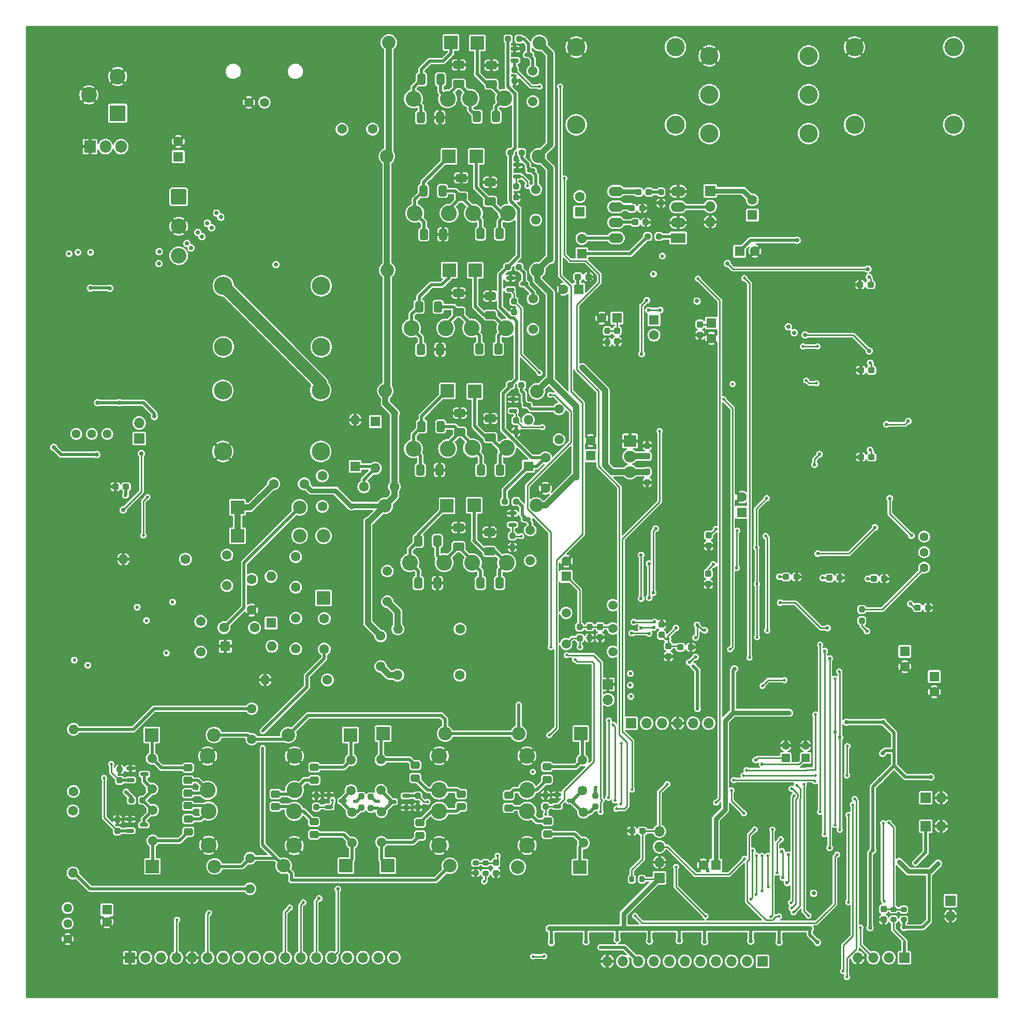
<source format=gbl>
G04 #@! TF.GenerationSoftware,KiCad,Pcbnew,7.0.10*
G04 #@! TF.CreationDate,2024-11-23T11:02:06-08:00*
G04 #@! TF.ProjectId,fieldRadio,6669656c-6452-4616-9469-6f2e6b696361,rev?*
G04 #@! TF.SameCoordinates,Original*
G04 #@! TF.FileFunction,Copper,L4,Bot*
G04 #@! TF.FilePolarity,Positive*
%FSLAX46Y46*%
G04 Gerber Fmt 4.6, Leading zero omitted, Abs format (unit mm)*
G04 Created by KiCad (PCBNEW 7.0.10) date 2024-11-23 11:02:06*
%MOMM*%
%LPD*%
G01*
G04 APERTURE LIST*
G04 Aperture macros list*
%AMRoundRect*
0 Rectangle with rounded corners*
0 $1 Rounding radius*
0 $2 $3 $4 $5 $6 $7 $8 $9 X,Y pos of 4 corners*
0 Add a 4 corners polygon primitive as box body*
4,1,4,$2,$3,$4,$5,$6,$7,$8,$9,$2,$3,0*
0 Add four circle primitives for the rounded corners*
1,1,$1+$1,$2,$3*
1,1,$1+$1,$4,$5*
1,1,$1+$1,$6,$7*
1,1,$1+$1,$8,$9*
0 Add four rect primitives between the rounded corners*
20,1,$1+$1,$2,$3,$4,$5,0*
20,1,$1+$1,$4,$5,$6,$7,0*
20,1,$1+$1,$6,$7,$8,$9,0*
20,1,$1+$1,$8,$9,$2,$3,0*%
G04 Aperture macros list end*
G04 #@! TA.AperFunction,ComponentPad*
%ADD10R,2.200000X2.200000*%
G04 #@! TD*
G04 #@! TA.AperFunction,ComponentPad*
%ADD11O,2.200000X2.200000*%
G04 #@! TD*
G04 #@! TA.AperFunction,ComponentPad*
%ADD12C,1.600000*%
G04 #@! TD*
G04 #@! TA.AperFunction,ComponentPad*
%ADD13C,1.550000*%
G04 #@! TD*
G04 #@! TA.AperFunction,ComponentPad*
%ADD14R,1.905000X2.000000*%
G04 #@! TD*
G04 #@! TA.AperFunction,ComponentPad*
%ADD15O,1.905000X2.000000*%
G04 #@! TD*
G04 #@! TA.AperFunction,ComponentPad*
%ADD16R,1.600000X1.600000*%
G04 #@! TD*
G04 #@! TA.AperFunction,ComponentPad*
%ADD17C,2.600000*%
G04 #@! TD*
G04 #@! TA.AperFunction,ComponentPad*
%ADD18R,1.700000X1.700000*%
G04 #@! TD*
G04 #@! TA.AperFunction,ComponentPad*
%ADD19O,1.700000X1.700000*%
G04 #@! TD*
G04 #@! TA.AperFunction,ComponentPad*
%ADD20C,3.000000*%
G04 #@! TD*
G04 #@! TA.AperFunction,ComponentPad*
%ADD21R,1.350000X1.350000*%
G04 #@! TD*
G04 #@! TA.AperFunction,ComponentPad*
%ADD22O,1.350000X1.350000*%
G04 #@! TD*
G04 #@! TA.AperFunction,ComponentPad*
%ADD23O,1.600000X1.600000*%
G04 #@! TD*
G04 #@! TA.AperFunction,ComponentPad*
%ADD24R,2.000000X1.905000*%
G04 #@! TD*
G04 #@! TA.AperFunction,ComponentPad*
%ADD25O,2.000000X1.905000*%
G04 #@! TD*
G04 #@! TA.AperFunction,ComponentPad*
%ADD26C,1.440000*%
G04 #@! TD*
G04 #@! TA.AperFunction,ComponentPad*
%ADD27R,2.400000X1.600000*%
G04 #@! TD*
G04 #@! TA.AperFunction,ComponentPad*
%ADD28O,2.400000X1.600000*%
G04 #@! TD*
G04 #@! TA.AperFunction,ComponentPad*
%ADD29RoundRect,0.249999X-1.025001X1.025001X-1.025001X-1.025001X1.025001X-1.025001X1.025001X1.025001X0*%
G04 #@! TD*
G04 #@! TA.AperFunction,ComponentPad*
%ADD30C,2.550000*%
G04 #@! TD*
G04 #@! TA.AperFunction,ComponentPad*
%ADD31C,1.509000*%
G04 #@! TD*
G04 #@! TA.AperFunction,ComponentPad*
%ADD32R,2.600000X2.600000*%
G04 #@! TD*
G04 #@! TA.AperFunction,ComponentPad*
%ADD33C,1.500000*%
G04 #@! TD*
G04 #@! TA.AperFunction,SMDPad,CuDef*
%ADD34RoundRect,0.250000X0.650000X-0.412500X0.650000X0.412500X-0.650000X0.412500X-0.650000X-0.412500X0*%
G04 #@! TD*
G04 #@! TA.AperFunction,SMDPad,CuDef*
%ADD35RoundRect,0.237500X0.237500X-0.250000X0.237500X0.250000X-0.237500X0.250000X-0.237500X-0.250000X0*%
G04 #@! TD*
G04 #@! TA.AperFunction,SMDPad,CuDef*
%ADD36RoundRect,0.250000X-0.412500X-0.650000X0.412500X-0.650000X0.412500X0.650000X-0.412500X0.650000X0*%
G04 #@! TD*
G04 #@! TA.AperFunction,SMDPad,CuDef*
%ADD37RoundRect,0.237500X-0.300000X-0.237500X0.300000X-0.237500X0.300000X0.237500X-0.300000X0.237500X0*%
G04 #@! TD*
G04 #@! TA.AperFunction,SMDPad,CuDef*
%ADD38RoundRect,0.250000X0.475000X-0.337500X0.475000X0.337500X-0.475000X0.337500X-0.475000X-0.337500X0*%
G04 #@! TD*
G04 #@! TA.AperFunction,SMDPad,CuDef*
%ADD39RoundRect,0.237500X0.300000X0.237500X-0.300000X0.237500X-0.300000X-0.237500X0.300000X-0.237500X0*%
G04 #@! TD*
G04 #@! TA.AperFunction,SMDPad,CuDef*
%ADD40RoundRect,0.200000X-0.200000X-0.275000X0.200000X-0.275000X0.200000X0.275000X-0.200000X0.275000X0*%
G04 #@! TD*
G04 #@! TA.AperFunction,SMDPad,CuDef*
%ADD41RoundRect,0.237500X0.250000X0.237500X-0.250000X0.237500X-0.250000X-0.237500X0.250000X-0.237500X0*%
G04 #@! TD*
G04 #@! TA.AperFunction,SMDPad,CuDef*
%ADD42RoundRect,0.200000X0.275000X-0.200000X0.275000X0.200000X-0.275000X0.200000X-0.275000X-0.200000X0*%
G04 #@! TD*
G04 #@! TA.AperFunction,SMDPad,CuDef*
%ADD43RoundRect,0.237500X-0.237500X0.250000X-0.237500X-0.250000X0.237500X-0.250000X0.237500X0.250000X0*%
G04 #@! TD*
G04 #@! TA.AperFunction,SMDPad,CuDef*
%ADD44RoundRect,0.237500X0.237500X-0.300000X0.237500X0.300000X-0.237500X0.300000X-0.237500X-0.300000X0*%
G04 #@! TD*
G04 #@! TA.AperFunction,SMDPad,CuDef*
%ADD45RoundRect,0.150000X-0.512500X-0.150000X0.512500X-0.150000X0.512500X0.150000X-0.512500X0.150000X0*%
G04 #@! TD*
G04 #@! TA.AperFunction,SMDPad,CuDef*
%ADD46RoundRect,0.237500X-0.237500X0.300000X-0.237500X-0.300000X0.237500X-0.300000X0.237500X0.300000X0*%
G04 #@! TD*
G04 #@! TA.AperFunction,SMDPad,CuDef*
%ADD47RoundRect,0.150000X0.512500X0.150000X-0.512500X0.150000X-0.512500X-0.150000X0.512500X-0.150000X0*%
G04 #@! TD*
G04 #@! TA.AperFunction,SMDPad,CuDef*
%ADD48RoundRect,0.200000X-0.275000X0.200000X-0.275000X-0.200000X0.275000X-0.200000X0.275000X0.200000X0*%
G04 #@! TD*
G04 #@! TA.AperFunction,ViaPad*
%ADD49C,0.500000*%
G04 #@! TD*
G04 #@! TA.AperFunction,ViaPad*
%ADD50C,0.600000*%
G04 #@! TD*
G04 #@! TA.AperFunction,ViaPad*
%ADD51C,0.700000*%
G04 #@! TD*
G04 #@! TA.AperFunction,Conductor*
%ADD52C,0.250000*%
G04 #@! TD*
G04 #@! TA.AperFunction,Conductor*
%ADD53C,0.800000*%
G04 #@! TD*
G04 #@! TA.AperFunction,Conductor*
%ADD54C,1.000000*%
G04 #@! TD*
G04 #@! TA.AperFunction,Conductor*
%ADD55C,0.500000*%
G04 #@! TD*
G04 #@! TA.AperFunction,Conductor*
%ADD56C,2.000000*%
G04 #@! TD*
G04 APERTURE END LIST*
D10*
X162830000Y-209557635D03*
D11*
X152670000Y-209557635D03*
D12*
X104640000Y-170420000D03*
X109640000Y-170420000D03*
D13*
X92875000Y-191807635D03*
X92875000Y-196807635D03*
X125575000Y-200600000D03*
X125575000Y-205600000D03*
D14*
X82725000Y-91750000D03*
D15*
X85265000Y-91750000D03*
X87805000Y-91750000D03*
D16*
X185065112Y-209240000D03*
D12*
X183065112Y-209240000D03*
D16*
X220820000Y-178404888D03*
D12*
X220820000Y-180904888D03*
D16*
X168902380Y-119780000D03*
D12*
X166402380Y-119780000D03*
D10*
X124555000Y-209357635D03*
D11*
X114395000Y-209357635D03*
D17*
X139850000Y-196982635D03*
X139850000Y-191382635D03*
D18*
X223480000Y-215055000D03*
D19*
X223480000Y-217595000D03*
D12*
X112770000Y-146890000D03*
X117770000Y-146890000D03*
D18*
X90770000Y-139480000D03*
D19*
X90770000Y-136940000D03*
D13*
X125425000Y-197057635D03*
X125425000Y-192057635D03*
D12*
X123940000Y-88890000D03*
X128940000Y-88890000D03*
D17*
X154225000Y-200432635D03*
X154225000Y-206032635D03*
D20*
X162250000Y-75475000D03*
X178480000Y-75475000D03*
X162250000Y-88175000D03*
X178480000Y-88175000D03*
X120545000Y-114510000D03*
X104545000Y-114510000D03*
X120545000Y-124510000D03*
X104545000Y-124510000D03*
D17*
X139850000Y-200432635D03*
X139850000Y-206032635D03*
D21*
X196500000Y-191720000D03*
D22*
X196500000Y-189720000D03*
D13*
X163450000Y-200632635D03*
X163450000Y-205632635D03*
X116390000Y-173880000D03*
X116390000Y-168880000D03*
D12*
X127520000Y-147375000D03*
X132520000Y-147375000D03*
D16*
X191050000Y-102942379D03*
D12*
X191050000Y-100442379D03*
D16*
X188967621Y-108840000D03*
D12*
X191467621Y-108840000D03*
D17*
X135050000Y-159770000D03*
X140650000Y-159770000D03*
D12*
X157220000Y-142625000D03*
X157220000Y-147625000D03*
D17*
X101975000Y-197007635D03*
X101975000Y-191407635D03*
D10*
X145890000Y-93325000D03*
D11*
X156050000Y-93325000D03*
D13*
X130270000Y-176775000D03*
X130270000Y-171775000D03*
D17*
X102125000Y-200407635D03*
X102125000Y-206007635D03*
D10*
X141200000Y-131675000D03*
D11*
X131040000Y-131675000D03*
D17*
X135310000Y-121420000D03*
X140910000Y-121420000D03*
D16*
X97175000Y-93386395D03*
D12*
X97175000Y-90886395D03*
D16*
X154420000Y-144025000D03*
D23*
X154420000Y-136405000D03*
D20*
X207755000Y-75465000D03*
X223985000Y-75465000D03*
X207755000Y-88165000D03*
X223985000Y-88165000D03*
D16*
X163180000Y-109282379D03*
D12*
X163180000Y-106782379D03*
D17*
X144890000Y-83840000D03*
X150490000Y-83840000D03*
D13*
X100830000Y-174400000D03*
X100830000Y-169400000D03*
X155180000Y-121640000D03*
X155180000Y-116640000D03*
D10*
X141770000Y-74725000D03*
D11*
X131610000Y-74725000D03*
D17*
X145440000Y-102640000D03*
X151040000Y-102640000D03*
D16*
X104860000Y-173450000D03*
D23*
X112480000Y-173450000D03*
D13*
X155640000Y-103740000D03*
X155640000Y-98740000D03*
X130300000Y-197007635D03*
X130300000Y-192007635D03*
D24*
X171050000Y-139870000D03*
D25*
X171050000Y-142410000D03*
X171050000Y-144950000D03*
D26*
X79070000Y-216270000D03*
X79070000Y-218810000D03*
X79070000Y-221350000D03*
D10*
X162980000Y-187732635D03*
D11*
X152820000Y-187732635D03*
D17*
X154200000Y-196982635D03*
X154200000Y-191382635D03*
X145270000Y-159820000D03*
X150870000Y-159820000D03*
D27*
X178920000Y-106680000D03*
D28*
X178920000Y-104140000D03*
X178920000Y-101600000D03*
X178920000Y-99060000D03*
X168760000Y-99060000D03*
X168760000Y-101600000D03*
X168760000Y-104140000D03*
X168760000Y-106680000D03*
D10*
X92845000Y-187957635D03*
D11*
X103005000Y-187957635D03*
D29*
X97250000Y-99975000D03*
D30*
X97250000Y-104775000D03*
X97250000Y-109575000D03*
D17*
X145290000Y-141040000D03*
X150890000Y-141040000D03*
D16*
X189340000Y-151550000D03*
D12*
X189340000Y-149050000D03*
D17*
X135620000Y-83920000D03*
X141220000Y-83920000D03*
D12*
X121050000Y-168930000D03*
X121050000Y-173930000D03*
D10*
X131445000Y-209357635D03*
D11*
X141605000Y-209357635D03*
D16*
X162830000Y-102410000D03*
D12*
X162830000Y-99910000D03*
D13*
X131370000Y-166175000D03*
X131370000Y-161175000D03*
D10*
X106850000Y-155360000D03*
D11*
X117010000Y-155360000D03*
D10*
X141500000Y-111925000D03*
D11*
X131340000Y-111925000D03*
D13*
X108900000Y-213107635D03*
X108900000Y-208107635D03*
X116380000Y-158812365D03*
X116380000Y-163812365D03*
D16*
X85500000Y-216544887D03*
D12*
X85500000Y-218544887D03*
D10*
X141450000Y-93325000D03*
D11*
X131290000Y-93325000D03*
D18*
X192720000Y-224980000D03*
D19*
X190180000Y-224980000D03*
X187640000Y-224980000D03*
X185100000Y-224980000D03*
X182560000Y-224980000D03*
X180020000Y-224980000D03*
X177480000Y-224980000D03*
X174940000Y-224980000D03*
X172400000Y-224980000D03*
X169860000Y-224980000D03*
X167320000Y-224980000D03*
D16*
X129400000Y-136720000D03*
D23*
X129400000Y-144340000D03*
D18*
X167440000Y-179670000D03*
D19*
X167440000Y-182210000D03*
D18*
X215920000Y-224390000D03*
D19*
X213380000Y-224390000D03*
X210840000Y-224390000D03*
X208300000Y-224390000D03*
D10*
X146070000Y-74775000D03*
D11*
X156230000Y-74775000D03*
D13*
X130400000Y-200500000D03*
X130400000Y-205500000D03*
D16*
X215995000Y-174297387D03*
D12*
X215995000Y-176797387D03*
D18*
X184180000Y-98980000D03*
D19*
X184180000Y-101520000D03*
X184180000Y-104060000D03*
D12*
X121550000Y-178960000D03*
D23*
X111390000Y-178960000D03*
D16*
X164595000Y-142310000D03*
D12*
X164595000Y-139810000D03*
D10*
X145560000Y-150425000D03*
D11*
X155720000Y-150425000D03*
D18*
X175850000Y-211320000D03*
D19*
X175850000Y-208780000D03*
X175850000Y-206240000D03*
X175850000Y-203700000D03*
D13*
X109200000Y-183657635D03*
X109200000Y-188657635D03*
X105130000Y-163550000D03*
X105130000Y-158550000D03*
D17*
X145160000Y-121425000D03*
X150760000Y-121425000D03*
D16*
X174960000Y-120057620D03*
D12*
X174960000Y-122557620D03*
D17*
X135630000Y-141140000D03*
X141230000Y-141140000D03*
D31*
X111250000Y-84500000D03*
X108710000Y-84500000D03*
D26*
X80470000Y-138725000D03*
X83010000Y-138725000D03*
X85550000Y-138725000D03*
D10*
X125325000Y-187957635D03*
D11*
X115165000Y-187957635D03*
D17*
X135860000Y-102640000D03*
X141460000Y-102640000D03*
D26*
X219150000Y-160607500D03*
X219150000Y-158067500D03*
X219150000Y-155527500D03*
D13*
X159430000Y-139660000D03*
X159430000Y-134660000D03*
D10*
X92945000Y-209457635D03*
D11*
X103105000Y-209457635D03*
D17*
X116175000Y-197007635D03*
X116175000Y-191407635D03*
D12*
X120720000Y-145590000D03*
X120720000Y-150590000D03*
D16*
X160640000Y-162032380D03*
D12*
X160640000Y-159532380D03*
D10*
X145720000Y-111975000D03*
D11*
X155880000Y-111975000D03*
D10*
X130645000Y-187757635D03*
D11*
X140805000Y-187757635D03*
D10*
X120930000Y-165570000D03*
D11*
X120930000Y-155410000D03*
D21*
X199790000Y-191720000D03*
D22*
X199790000Y-189720000D03*
D16*
X162630000Y-115080000D03*
D12*
X160130000Y-115080000D03*
D13*
X93000000Y-200275000D03*
X93000000Y-205275000D03*
D12*
X80020000Y-197210000D03*
D23*
X80020000Y-187050000D03*
D12*
X109180000Y-167530000D03*
X109180000Y-162530000D03*
X98330000Y-159220000D03*
D23*
X88170000Y-159220000D03*
D10*
X145640000Y-131775000D03*
D11*
X155800000Y-131775000D03*
D20*
X184015000Y-83255000D03*
X200245000Y-83255000D03*
X184015000Y-76905000D03*
X200245000Y-76905000D03*
X184015000Y-89605000D03*
X200245000Y-89605000D03*
D13*
X154740000Y-159475000D03*
X154740000Y-154475000D03*
D18*
X219425000Y-198240000D03*
D19*
X221965000Y-198240000D03*
D12*
X143210000Y-178180000D03*
D23*
X133050000Y-178180000D03*
D18*
X171210000Y-186040000D03*
D19*
X173750000Y-186040000D03*
X176290000Y-186040000D03*
X178830000Y-186040000D03*
X181370000Y-186040000D03*
X183910000Y-186040000D03*
D16*
X126100000Y-144050000D03*
D23*
X126100000Y-136430000D03*
D32*
X87250000Y-86280000D03*
D17*
X87250000Y-80280000D03*
X82550000Y-83280000D03*
D19*
X132430000Y-224380000D03*
X129890000Y-224380000D03*
X127350000Y-224380000D03*
X124810000Y-224380000D03*
X122270000Y-224380000D03*
X119730000Y-224380000D03*
X117190000Y-224380000D03*
X114650000Y-224380000D03*
X112110000Y-224380000D03*
X109570000Y-224380000D03*
X107030000Y-224380000D03*
X104490000Y-224380000D03*
X101950000Y-224380000D03*
X99410000Y-224380000D03*
X96870000Y-224380000D03*
X94330000Y-224380000D03*
X91790000Y-224380000D03*
D18*
X89250000Y-224380000D03*
D12*
X143240000Y-170630000D03*
D23*
X133080000Y-170630000D03*
D20*
X120470000Y-131610000D03*
X104470000Y-131610000D03*
X120470000Y-141610000D03*
X104470000Y-141610000D03*
D12*
X79950000Y-200380000D03*
D23*
X79950000Y-210540000D03*
D33*
X160610000Y-168000000D03*
X160610000Y-173080000D03*
X168230000Y-166730000D03*
X168230000Y-170540000D03*
X168230000Y-174350000D03*
D17*
X116125000Y-200457635D03*
X116125000Y-206057635D03*
D13*
X155170000Y-84375000D03*
X155170000Y-79375000D03*
D16*
X112350000Y-169660000D03*
D23*
X112350000Y-162040000D03*
D13*
X163250000Y-197057635D03*
X163250000Y-192057635D03*
D10*
X141120000Y-150475000D03*
D11*
X130960000Y-150475000D03*
D18*
X219425000Y-202900000D03*
D19*
X221965000Y-202900000D03*
D10*
X106840000Y-150750000D03*
D11*
X117000000Y-150750000D03*
D16*
X184380000Y-120600000D03*
D12*
X184380000Y-123100000D03*
D34*
X143000000Y-157182500D03*
X143000000Y-154057500D03*
D35*
X152400000Y-138372500D03*
X152400000Y-136547500D03*
D36*
X146597500Y-163100000D03*
X149722500Y-163100000D03*
D37*
X218057500Y-167137442D03*
X219782500Y-167137442D03*
D38*
X157550000Y-204145135D03*
X157550000Y-202070135D03*
D39*
X174132500Y-99180000D03*
X172407500Y-99180000D03*
D40*
X171345000Y-211550000D03*
X172995000Y-211550000D03*
D37*
X208822500Y-128320000D03*
X210547500Y-128320000D03*
D41*
X153332500Y-92710000D03*
X151507500Y-92710000D03*
D42*
X214125000Y-218140000D03*
X214125000Y-216490000D03*
D43*
X176120000Y-99167500D03*
X176120000Y-100992500D03*
D38*
X119425000Y-195345135D03*
X119425000Y-193270135D03*
D36*
X137247500Y-99000000D03*
X140372500Y-99000000D03*
D44*
X173870000Y-142372500D03*
X173870000Y-140647500D03*
D35*
X165350000Y-199695135D03*
X165350000Y-197870135D03*
D42*
X147415000Y-210560000D03*
X147415000Y-208910000D03*
D35*
X208970000Y-169265000D03*
X208970000Y-167440000D03*
D44*
X176190000Y-171592500D03*
X176190000Y-169867500D03*
D45*
X151952500Y-134950000D03*
X151952500Y-133050000D03*
X154227500Y-134000000D03*
D36*
X136407500Y-163110000D03*
X139532500Y-163110000D03*
D35*
X152420000Y-100062500D03*
X152420000Y-98237500D03*
X152140000Y-81002500D03*
X152140000Y-79177500D03*
D41*
X152932500Y-74125000D03*
X151107500Y-74125000D03*
D44*
X183890000Y-157022500D03*
X183890000Y-155297500D03*
D35*
X164445000Y-172092500D03*
X164445000Y-170267500D03*
D36*
X136917500Y-80750000D03*
X140042500Y-80750000D03*
D34*
X148070000Y-157932500D03*
X148070000Y-154807500D03*
D39*
X181002500Y-173610000D03*
X179277500Y-173610000D03*
D38*
X98775000Y-195395135D03*
X98775000Y-193320135D03*
D44*
X182480000Y-122542500D03*
X182480000Y-120817500D03*
X183850000Y-163292500D03*
X183850000Y-161567500D03*
X166145000Y-172017500D03*
X166145000Y-170292500D03*
D36*
X136557500Y-117940000D03*
X139682500Y-117940000D03*
D38*
X143425000Y-199695135D03*
X143425000Y-197620135D03*
D36*
X136747500Y-144620000D03*
X139872500Y-144620000D03*
D42*
X215800000Y-218165000D03*
X215800000Y-216515000D03*
D41*
X91337500Y-198632635D03*
X89512500Y-198632635D03*
D34*
X148370000Y-81542500D03*
X148370000Y-78417500D03*
D38*
X136700000Y-204395135D03*
X136700000Y-202320135D03*
D39*
X173632500Y-104130000D03*
X171907500Y-104130000D03*
D36*
X146027500Y-86840000D03*
X149152500Y-86840000D03*
D45*
X89362500Y-195332635D03*
X89362500Y-193432635D03*
X91637500Y-194382635D03*
D37*
X210932500Y-162402500D03*
X212657500Y-162402500D03*
D41*
X152402500Y-149775000D03*
X150577500Y-149775000D03*
D36*
X136967500Y-137510000D03*
X140092500Y-137510000D03*
D38*
X157475000Y-195245135D03*
X157475000Y-193170135D03*
D44*
X168930000Y-123592500D03*
X168930000Y-121867500D03*
D37*
X86887500Y-147385000D03*
X88612500Y-147385000D03*
D38*
X113075000Y-199695135D03*
X113075000Y-197620135D03*
D34*
X143230000Y-138432500D03*
X143230000Y-135307500D03*
D41*
X175757500Y-106430000D03*
X173932500Y-106430000D03*
D37*
X196557500Y-162127500D03*
X198282500Y-162127500D03*
D36*
X136827500Y-86960000D03*
X139952500Y-86960000D03*
D45*
X152192500Y-77650000D03*
X152192500Y-75750000D03*
X154467500Y-76700000D03*
D46*
X212510000Y-216447500D03*
X212510000Y-218172500D03*
D36*
X146387500Y-124820000D03*
X149512500Y-124820000D03*
D38*
X151200000Y-199895135D03*
X151200000Y-197820135D03*
D43*
X87575000Y-193570135D03*
X87575000Y-195395135D03*
X162820000Y-170317500D03*
X162820000Y-172142500D03*
D34*
X148170000Y-100687500D03*
X148170000Y-97562500D03*
D39*
X164242500Y-113030000D03*
X162517500Y-113030000D03*
D36*
X136857500Y-124930000D03*
X139982500Y-124930000D03*
D45*
X89262500Y-203632635D03*
X89262500Y-201732635D03*
X91537500Y-202682635D03*
D36*
X146607500Y-105990000D03*
X149732500Y-105990000D03*
D37*
X171367500Y-203690000D03*
X173092500Y-203690000D03*
D43*
X157250000Y-197820135D03*
X157250000Y-199645135D03*
X87225000Y-201820135D03*
X87225000Y-203645135D03*
D35*
X136350000Y-199745135D03*
X136350000Y-197920135D03*
D45*
X159137500Y-199657635D03*
X159137500Y-197757635D03*
X161412500Y-198707635D03*
D34*
X143060000Y-81512500D03*
X143060000Y-78387500D03*
D35*
X151800000Y-157252500D03*
X151800000Y-155427500D03*
D43*
X119775000Y-197920135D03*
X119775000Y-199745135D03*
D47*
X134437500Y-197932635D03*
X134437500Y-199832635D03*
X132162500Y-198882635D03*
D38*
X98775000Y-199545135D03*
X98775000Y-197470135D03*
D37*
X208822500Y-142520000D03*
X210547500Y-142520000D03*
D38*
X98825000Y-203795135D03*
X98825000Y-201720135D03*
D48*
X145790000Y-208885000D03*
X145790000Y-210535000D03*
D45*
X151832500Y-153610000D03*
X151832500Y-151710000D03*
X154107500Y-152660000D03*
D34*
X148200000Y-119302500D03*
X148200000Y-116177500D03*
D38*
X135925000Y-194995135D03*
X135925000Y-192920135D03*
D35*
X128675000Y-199920135D03*
X128675000Y-198095135D03*
D45*
X151462500Y-115140000D03*
X151462500Y-113240000D03*
X153737500Y-114190000D03*
X121812500Y-199732635D03*
X121812500Y-197832635D03*
X124087500Y-198782635D03*
D36*
X136407500Y-156220000D03*
X139532500Y-156220000D03*
D46*
X177320000Y-173397500D03*
X177320000Y-175122500D03*
D38*
X119375000Y-204245135D03*
X119375000Y-202170135D03*
D35*
X127100000Y-199845135D03*
X127100000Y-198020135D03*
D34*
X148220000Y-139337500D03*
X148220000Y-136212500D03*
D37*
X208672500Y-114320000D03*
X210397500Y-114320000D03*
X171317500Y-101810000D03*
X173042500Y-101810000D03*
D34*
X143000000Y-118792500D03*
X143000000Y-115667500D03*
D41*
X153312500Y-130730000D03*
X151487500Y-130730000D03*
D45*
X152602500Y-96600000D03*
X152602500Y-94700000D03*
X154877500Y-95650000D03*
D46*
X173870000Y-144922500D03*
X173870000Y-146647500D03*
D43*
X167330000Y-121877500D03*
X167330000Y-123702500D03*
D35*
X152060000Y-118852500D03*
X152060000Y-117027500D03*
D36*
X146647500Y-144630000D03*
X149772500Y-144630000D03*
D37*
X203657500Y-162277500D03*
X205382500Y-162277500D03*
D36*
X137327500Y-106110000D03*
X140452500Y-106110000D03*
D41*
X152872500Y-111440000D03*
X151047500Y-111440000D03*
D46*
X149090000Y-208847500D03*
X149090000Y-210572500D03*
D34*
X143420000Y-99982500D03*
X143420000Y-96857500D03*
D49*
X208750000Y-219470000D03*
X177140000Y-196000000D03*
X183390000Y-217620000D03*
X178570000Y-209560000D03*
X171860000Y-217560000D03*
X204940000Y-207530000D03*
X195410000Y-217650000D03*
X191450000Y-203420000D03*
X194110000Y-217680000D03*
X194320000Y-203440000D03*
X200220000Y-217510000D03*
X199470000Y-196060000D03*
X197780000Y-216960000D03*
X198320000Y-196180000D03*
X197500000Y-216260000D03*
X197440000Y-196750000D03*
X197870000Y-197920000D03*
X197360000Y-215390000D03*
X157030000Y-224160000D03*
X155210000Y-224190000D03*
X206510000Y-227560000D03*
X207790000Y-198410000D03*
X205890000Y-226600000D03*
X207490000Y-199390000D03*
X149410000Y-207720000D03*
X147210000Y-211940000D03*
X189790000Y-208230000D03*
X96960000Y-218180000D03*
X190770000Y-214840000D03*
X191140000Y-206890000D03*
X102180000Y-217070000D03*
X191730000Y-207700000D03*
X191620000Y-214090000D03*
X115400000Y-216220000D03*
X192640000Y-207745000D03*
X192660000Y-213480000D03*
X117620000Y-215350000D03*
X193630000Y-212810000D03*
X193590000Y-207720000D03*
D50*
X120190000Y-214690000D03*
X196730000Y-212150000D03*
X196950000Y-207560000D03*
X123270000Y-213160000D03*
X195880000Y-207025000D03*
X196040000Y-211290000D03*
X162860000Y-173570000D03*
X210300000Y-141340000D03*
D51*
X201070000Y-213855000D03*
X196930000Y-121220000D03*
D50*
X209940000Y-162417500D03*
X184660000Y-160080000D03*
X171080000Y-179820000D03*
X171100000Y-177910000D03*
X202590000Y-162287500D03*
X210340000Y-127120000D03*
X185110000Y-154310000D03*
X171190000Y-181660000D03*
X195490000Y-162077500D03*
X210150000Y-113070000D03*
X216900000Y-166507500D03*
D51*
X197890000Y-122170000D03*
D50*
X208830000Y-113050000D03*
X188740000Y-127240000D03*
X170170000Y-91680000D03*
X223660000Y-151050000D03*
X89120000Y-176850000D03*
X77620000Y-155940000D03*
X186340000Y-170480000D03*
X182640000Y-107960000D03*
X120630000Y-196710000D03*
X165370000Y-221820000D03*
X102860000Y-145730000D03*
X144260000Y-192450000D03*
X83630000Y-153990000D03*
X140610000Y-154310000D03*
X106080000Y-203570000D03*
X223140000Y-144020000D03*
X198160000Y-223960000D03*
X90810000Y-107700000D03*
X223660000Y-157860000D03*
X153750000Y-81880000D03*
X84530000Y-181040000D03*
X91093762Y-128490000D03*
X213850000Y-161947500D03*
X121590000Y-107060000D03*
X100530000Y-141980000D03*
X152030000Y-134020000D03*
X77340000Y-118600000D03*
X87573762Y-128570000D03*
X208730000Y-178250000D03*
X179960000Y-111610000D03*
X215870000Y-80140000D03*
X153170000Y-139650000D03*
X183910000Y-164590000D03*
X224890000Y-191190000D03*
X121180000Y-191680000D03*
X127690000Y-190980000D03*
X81770000Y-109020000D03*
X146610000Y-115470000D03*
X140990000Y-115830000D03*
X205165000Y-215835000D03*
X200250000Y-213260000D03*
X153770000Y-156790000D03*
X79200000Y-113840000D03*
X185070000Y-221850000D03*
X202350000Y-216880000D03*
X127830000Y-207340000D03*
X169290000Y-129220000D03*
X205680000Y-218060000D03*
X216010000Y-180140000D03*
X165760000Y-126400000D03*
X201460000Y-205660000D03*
X107490000Y-220110000D03*
X180340000Y-136260000D03*
X177100000Y-167710000D03*
X89423762Y-123430000D03*
X189520000Y-221760000D03*
X178490000Y-130090000D03*
X80170000Y-174000000D03*
X212440000Y-219460000D03*
X121820000Y-213090000D03*
X183300000Y-181100000D03*
X217620000Y-112660000D03*
X170720000Y-167700000D03*
X86780000Y-169440000D03*
X77270000Y-123640000D03*
X204190000Y-221680000D03*
X112540000Y-182860000D03*
X142520000Y-106190000D03*
X179650000Y-209590000D03*
X142390000Y-144990000D03*
X194820000Y-137200000D03*
X116520000Y-133030000D03*
X88370000Y-192360000D03*
X215270000Y-88010000D03*
X171920000Y-117260000D03*
X112280000Y-142080000D03*
X189260000Y-178530000D03*
X192020000Y-182370000D03*
X93780000Y-169150000D03*
X135300000Y-201010000D03*
X154240000Y-100930000D03*
X181810000Y-141500000D03*
X182750000Y-109250000D03*
X149990000Y-154050000D03*
X184360000Y-131950000D03*
X172130000Y-161320000D03*
X174420000Y-100840000D03*
X214490000Y-201410000D03*
X201760000Y-129050000D03*
X212130000Y-101120000D03*
X208960000Y-127100000D03*
X174200000Y-174800000D03*
X80000000Y-105320000D03*
X201680000Y-113280000D03*
X104050000Y-176220000D03*
X212475000Y-187351750D03*
X109250000Y-127580000D03*
X214240000Y-154017500D03*
X191080000Y-229500000D03*
X178240000Y-194960000D03*
X76500000Y-180630000D03*
X107240000Y-137600000D03*
X135530000Y-217930000D03*
X107650000Y-228000000D03*
X125070000Y-75100000D03*
X100830000Y-134200000D03*
X76290000Y-174610000D03*
X150340000Y-168880000D03*
X182180000Y-173760000D03*
X168050000Y-124780000D03*
X180600000Y-221640000D03*
X164380000Y-173510000D03*
X172120000Y-163060000D03*
X203460000Y-227330000D03*
X150130000Y-203910000D03*
X211137858Y-180895000D03*
X200370000Y-164697500D03*
X200690000Y-101540000D03*
X165370000Y-113750000D03*
X104330000Y-180910000D03*
X84683762Y-117930000D03*
X221010000Y-167147500D03*
X181600000Y-145800000D03*
X218910000Y-190045000D03*
X207700000Y-170027500D03*
X200200000Y-221830000D03*
X221890000Y-168557500D03*
X208970000Y-141390000D03*
X172070000Y-157160000D03*
X79790000Y-166710000D03*
X88530000Y-210280000D03*
X141440000Y-96860000D03*
X193800000Y-221750000D03*
X184480000Y-113520000D03*
X94610000Y-133920000D03*
X125330000Y-217930000D03*
X95580000Y-145800000D03*
X207280000Y-164957500D03*
X80000000Y-183920000D03*
X171670000Y-207550000D03*
X205620000Y-212330000D03*
X216030000Y-162687500D03*
X147690000Y-83840000D03*
X89813762Y-126090000D03*
X81110000Y-149990000D03*
X94400000Y-116990000D03*
X86593762Y-131120000D03*
X159680000Y-123250000D03*
X125380000Y-81920000D03*
X198090000Y-190840000D03*
X150790000Y-117790000D03*
X174550000Y-188440000D03*
X223560000Y-162690000D03*
X217930000Y-126930000D03*
X211890000Y-198560000D03*
X87600000Y-184260000D03*
X88613762Y-122640000D03*
X100480000Y-166640000D03*
X117410000Y-166430000D03*
X117680000Y-138770000D03*
X171120000Y-178970000D03*
X180840000Y-178390000D03*
X89043762Y-125440000D03*
X100900000Y-155660000D03*
X189360000Y-203590000D03*
X192130000Y-80130000D03*
X141500000Y-86990000D03*
X170510000Y-221750000D03*
X214920000Y-170087500D03*
X192300000Y-88740000D03*
X80630000Y-145990000D03*
X85730000Y-188880000D03*
X145020000Y-78410000D03*
X188740000Y-116750000D03*
X149140000Y-211630000D03*
X121530000Y-182590000D03*
X195760000Y-125770000D03*
X164520000Y-179880000D03*
X150080000Y-96780000D03*
X203250000Y-218190000D03*
X194920000Y-143600000D03*
X217660000Y-114200000D03*
X152270000Y-76730000D03*
X207920000Y-154110000D03*
X162690000Y-223810000D03*
X203290000Y-210520000D03*
X106150000Y-196430000D03*
X190950000Y-186610000D03*
X199010000Y-150520000D03*
X219430000Y-208820000D03*
X172020000Y-155430000D03*
X223560000Y-113700000D03*
X83270000Y-147310000D03*
X222450000Y-172487500D03*
X198940000Y-176500000D03*
X200990000Y-170117500D03*
X159930000Y-221800000D03*
X103000000Y-150910000D03*
X187190000Y-165600000D03*
X221320000Y-222380000D03*
X199410000Y-162680000D03*
X143850000Y-218110000D03*
X77550000Y-132170000D03*
X226980000Y-213670000D03*
X84050000Y-159300000D03*
X174230000Y-182710000D03*
X107460000Y-215480000D03*
X144050000Y-204190000D03*
X207130000Y-174680000D03*
X84680000Y-208180000D03*
X218590000Y-186360000D03*
X225040000Y-225900000D03*
X171420000Y-176180000D03*
X192920000Y-199080000D03*
X182580000Y-195030000D03*
X177410000Y-208740000D03*
X124120000Y-153570000D03*
X214110000Y-194240000D03*
X89433762Y-128510000D03*
X108590000Y-122780000D03*
X151720000Y-114220000D03*
X144190000Y-208040000D03*
X170370000Y-80150000D03*
X141430000Y-174110000D03*
X174490000Y-105040000D03*
X95620000Y-147360000D03*
X217290000Y-218240000D03*
X150760000Y-192100000D03*
X208710000Y-227220000D03*
X116190000Y-116810000D03*
X222200000Y-121150000D03*
X101090000Y-119790000D03*
X77480000Y-205100000D03*
X98890000Y-181190000D03*
X174630000Y-126380000D03*
X159390000Y-196500000D03*
X88220000Y-200650000D03*
X136710000Y-191750000D03*
X90450000Y-188080000D03*
X84643762Y-120430000D03*
X150240000Y-174540000D03*
X103700000Y-111190000D03*
X166080000Y-173470000D03*
X223450000Y-129540000D03*
X119790000Y-107050000D03*
X95550000Y-151690000D03*
X123560000Y-176500000D03*
X200550000Y-196780000D03*
X142010000Y-163140000D03*
X199980000Y-154090000D03*
X150450000Y-179580000D03*
X152880000Y-218200000D03*
X217270000Y-214400000D03*
X113370000Y-212030000D03*
X124260000Y-165870000D03*
X77410000Y-127830000D03*
X201690000Y-127400000D03*
X156820000Y-225750000D03*
X89783762Y-122120000D03*
X160530000Y-227140000D03*
X145710000Y-211580000D03*
X79790000Y-95810000D03*
X225030000Y-209130000D03*
X178260000Y-227460000D03*
X206420000Y-162287500D03*
X209840000Y-204830000D03*
X101130000Y-128230000D03*
X84190000Y-164060000D03*
X92773762Y-128530000D03*
X226320000Y-196450000D03*
X79790000Y-100350000D03*
X220520000Y-219450000D03*
X92063762Y-121990000D03*
X97690000Y-138460000D03*
X177430000Y-177430000D03*
X152950000Y-95700000D03*
D49*
X196560000Y-181350000D03*
D50*
X150150000Y-78240000D03*
X106080000Y-192170000D03*
X175700000Y-221690000D03*
X117260000Y-120960000D03*
X222620000Y-136780000D03*
X140830000Y-135510000D03*
X201690000Y-114960000D03*
X206850000Y-196920000D03*
X84430000Y-109570000D03*
X113000000Y-203360000D03*
X189150000Y-168980000D03*
X223700000Y-186360000D03*
X183820000Y-158210000D03*
X217970000Y-128550000D03*
X142030000Y-125030000D03*
X222620000Y-104260000D03*
X90840000Y-112260000D03*
X189200000Y-144970000D03*
X146430000Y-136250000D03*
X145590000Y-196360000D03*
X176320000Y-109660000D03*
D51*
X94010000Y-110880000D03*
X94050000Y-108910000D03*
D50*
X90450000Y-167080000D03*
X129930000Y-198860000D03*
X80760000Y-109040000D03*
D51*
X164060000Y-128740000D03*
X163240000Y-127910000D03*
X100360000Y-105760000D03*
X102610000Y-105000000D03*
D50*
X88620000Y-197290000D03*
X82820000Y-109040000D03*
D49*
X155170000Y-194000000D03*
D51*
X182010000Y-117000000D03*
D50*
X80170000Y-175720000D03*
D51*
X99260000Y-108310000D03*
D50*
X82390000Y-176570000D03*
D51*
X101050000Y-106480000D03*
X103440000Y-102600000D03*
X104130000Y-103280000D03*
X166150000Y-130800000D03*
D50*
X174880000Y-112590000D03*
X96230000Y-166230000D03*
X125990000Y-198800000D03*
D51*
X164970000Y-129640000D03*
D50*
X88530000Y-148780000D03*
X91960000Y-169250000D03*
D49*
X187840000Y-130570000D03*
D50*
X79300000Y-109260000D03*
X95220000Y-174550000D03*
D51*
X98590000Y-107590000D03*
X113160000Y-111040000D03*
D50*
X165440000Y-196510000D03*
D51*
X101920000Y-104290000D03*
D49*
X110980000Y-187320000D03*
X110980000Y-190090000D03*
D51*
X88140000Y-151170000D03*
X91150000Y-141940000D03*
D49*
X191830000Y-171990000D03*
X191700000Y-157290000D03*
D50*
X201210000Y-143770000D03*
D51*
X198390000Y-107070000D03*
D50*
X202045000Y-142040000D03*
D49*
X191790000Y-163260000D03*
X193420000Y-149240000D03*
X202870000Y-204190000D03*
X186340000Y-133070000D03*
D50*
X202880000Y-174240000D03*
D49*
X187430000Y-173960000D03*
D50*
X175960000Y-118470000D03*
X174100000Y-118510000D03*
X172940000Y-125660000D03*
X173800000Y-116870000D03*
D49*
X195710000Y-205027500D03*
X195090000Y-210480000D03*
D51*
X188120000Y-177140000D03*
X201700000Y-221890000D03*
X174220000Y-221680000D03*
X210300000Y-219510000D03*
X211930000Y-195260000D03*
X163830000Y-221800000D03*
X168920000Y-221410000D03*
X197080000Y-184330000D03*
X215860000Y-219440000D03*
X221420000Y-209000000D03*
X212470000Y-185850000D03*
X158180000Y-221900000D03*
X206430000Y-185860000D03*
X212360000Y-190970000D03*
X215070000Y-208730000D03*
X220220000Y-194830000D03*
X195460000Y-221850000D03*
D50*
X186590000Y-194350000D03*
D51*
X179100000Y-221610000D03*
X183270000Y-221800000D03*
X210760000Y-206810000D03*
X190810000Y-221660000D03*
D49*
X212440000Y-202410000D03*
X212610000Y-215130000D03*
X213360000Y-202340000D03*
X206780000Y-201040000D03*
X206740000Y-215310000D03*
X201380000Y-184630000D03*
X190110000Y-193740000D03*
X201330000Y-194580000D03*
X206520000Y-194580000D03*
X189610000Y-194600000D03*
X206600000Y-189780000D03*
X188020000Y-195350000D03*
X201310000Y-195510000D03*
D50*
X177260000Y-172220000D03*
X178560000Y-170470000D03*
D49*
X152830000Y-183010000D03*
D50*
X175060000Y-169490000D03*
X175260000Y-154210000D03*
X174830000Y-164700000D03*
X171660000Y-169510000D03*
X172860000Y-165640000D03*
X174145000Y-171380000D03*
X172860000Y-158530000D03*
X171330000Y-171310000D03*
X174930000Y-170380000D03*
X174180000Y-165520000D03*
X174180000Y-159970000D03*
X172845000Y-170440000D03*
X213540000Y-149260000D03*
X217090000Y-155350000D03*
D49*
X201550000Y-130460000D03*
X201720000Y-124430000D03*
X199880000Y-130000000D03*
X199340000Y-124420000D03*
D50*
X212990000Y-137170000D03*
X216553192Y-136623192D03*
D51*
X199680000Y-122560000D03*
X210150000Y-125150000D03*
X186990000Y-110870000D03*
X209950000Y-111760000D03*
X93260000Y-135880000D03*
X83970000Y-133610000D03*
X87560000Y-133610000D03*
D50*
X180770000Y-176080000D03*
X181771942Y-175218058D03*
X182090000Y-183670000D03*
X181410000Y-176720000D03*
X183280000Y-170840000D03*
X181770000Y-172040000D03*
X182020000Y-169950000D03*
D49*
X202150000Y-173210000D03*
X202130000Y-200540000D03*
X193507500Y-170867500D03*
X193220000Y-155420000D03*
X188600000Y-154530000D03*
D50*
X188470000Y-160630000D03*
X166260000Y-222700000D03*
D49*
X169530000Y-199280000D03*
X86230000Y-192720000D03*
X157840000Y-187990000D03*
X159640000Y-81910000D03*
X169590000Y-189330000D03*
X156260000Y-81910000D03*
X154290000Y-98170000D03*
X85050000Y-195010000D03*
X168820000Y-200040000D03*
X160280000Y-96930000D03*
X157990000Y-132330000D03*
X156260000Y-128750000D03*
X160690000Y-174910000D03*
X166260000Y-200540000D03*
X122410000Y-198700000D03*
X158090000Y-173600000D03*
X175900000Y-138260000D03*
X156710000Y-137620000D03*
X187630000Y-197040000D03*
X189690000Y-200780000D03*
X137910000Y-198890000D03*
X171350000Y-196900000D03*
X153250000Y-155440000D03*
X157290000Y-200910000D03*
X162050000Y-175630000D03*
X167510000Y-198240000D03*
X167550000Y-185590000D03*
X168610000Y-198700000D03*
X92110000Y-149060000D03*
X91460000Y-155340000D03*
X168260000Y-186285000D03*
D51*
X76800000Y-140920000D03*
X85940000Y-114900000D03*
X82810000Y-114880000D03*
X83850000Y-142130000D03*
D50*
X203350000Y-170480000D03*
X195620000Y-166330000D03*
X211110000Y-154037500D03*
X201760000Y-158307500D03*
X209790000Y-170967500D03*
D49*
X189760000Y-113260000D03*
X190580000Y-175310000D03*
D50*
X203700000Y-206410000D03*
X203700000Y-175450000D03*
D49*
X185140000Y-199040000D03*
X182160000Y-113330000D03*
D50*
X217730000Y-208865000D03*
D49*
X205260000Y-177590000D03*
X205360000Y-203470000D03*
D50*
X205360000Y-188350000D03*
D49*
X204540000Y-202690000D03*
X196290000Y-178985000D03*
D50*
X204540000Y-187470000D03*
D49*
X204570000Y-178760000D03*
X192700000Y-179930000D03*
D50*
X191610000Y-192070000D03*
X192660000Y-192770000D03*
D52*
X156710000Y-137620000D02*
X153472500Y-137620000D01*
X153472500Y-137620000D02*
X152400000Y-136547500D01*
X198840000Y-215900000D02*
X197780000Y-216960000D01*
X198895000Y-196755000D02*
X198895000Y-198344569D01*
X198895000Y-198344569D02*
X198840000Y-198399569D01*
X198840000Y-198399569D02*
X198840000Y-215900000D01*
X198320000Y-196180000D02*
X198895000Y-196755000D01*
X203030000Y-217150000D02*
X204540000Y-215640000D01*
D53*
X170000000Y-217170000D02*
X175850000Y-211320000D01*
X170000000Y-219600000D02*
X170000000Y-217170000D01*
X170000000Y-219600000D02*
X174320000Y-219600000D01*
X168920000Y-219600000D02*
X170000000Y-219600000D01*
D52*
X208750000Y-222300000D02*
X208750000Y-219470000D01*
X210840000Y-224390000D02*
X208750000Y-222300000D01*
X175620000Y-211550000D02*
X175850000Y-211320000D01*
X172995000Y-211550000D02*
X175620000Y-211550000D01*
X175850000Y-197290000D02*
X175850000Y-203700000D01*
X177140000Y-196000000D02*
X175850000Y-197290000D01*
X194953173Y-217650000D02*
X195410000Y-217650000D01*
X190195000Y-208638173D02*
X190195000Y-215140000D01*
X190530000Y-208303173D02*
X190195000Y-208638173D01*
X190530000Y-204340000D02*
X190530000Y-208303173D01*
X191450000Y-203420000D02*
X190530000Y-204340000D01*
X194348173Y-218255000D02*
X194953173Y-217650000D01*
X190195000Y-215140000D02*
X193310000Y-218255000D01*
X193310000Y-218255000D02*
X194348173Y-218255000D01*
X175840000Y-203690000D02*
X175850000Y-203700000D01*
X173092500Y-203690000D02*
X175840000Y-203690000D01*
X173092500Y-208297500D02*
X173092500Y-203690000D01*
X171345000Y-210045000D02*
X173092500Y-208297500D01*
X171345000Y-211550000D02*
X171345000Y-210045000D01*
X178570000Y-212800000D02*
X183390000Y-217620000D01*
X178570000Y-209560000D02*
X178570000Y-212800000D01*
X173005000Y-218705000D02*
X171860000Y-217560000D01*
X201475000Y-218705000D02*
X173005000Y-218705000D01*
X203030000Y-217150000D02*
X201475000Y-218705000D01*
X204540000Y-207930000D02*
X204540000Y-215640000D01*
X204940000Y-207530000D02*
X204540000Y-207930000D01*
X194320000Y-217470000D02*
X194110000Y-217680000D01*
X194320000Y-203440000D02*
X194320000Y-217470000D01*
X199470000Y-196060000D02*
X199470000Y-216760000D01*
X199470000Y-216760000D02*
X200220000Y-217510000D01*
X199930000Y-193640000D02*
X201350000Y-193640000D01*
X201150000Y-195350000D02*
X188020000Y-195350000D01*
X201310000Y-195510000D02*
X201150000Y-195350000D01*
X201310000Y-194600000D02*
X189610000Y-194600000D01*
X201330000Y-194580000D02*
X201310000Y-194600000D01*
X199830000Y-193740000D02*
X190110000Y-193740000D01*
X199930000Y-193640000D02*
X199830000Y-193740000D01*
X198445000Y-198158173D02*
X198150000Y-198453173D01*
X198150000Y-198453173D02*
X198150000Y-215610000D01*
X198445000Y-197681827D02*
X198445000Y-198158173D01*
X197513173Y-196750000D02*
X198445000Y-197681827D01*
X197440000Y-196750000D02*
X197513173Y-196750000D01*
X198150000Y-215610000D02*
X197500000Y-216260000D01*
X197670000Y-215080000D02*
X197360000Y-215390000D01*
X197870000Y-197920000D02*
X197670000Y-198120000D01*
X197670000Y-198120000D02*
X197670000Y-215080000D01*
X155210000Y-224190000D02*
X157000000Y-224190000D01*
X157000000Y-224190000D02*
X157030000Y-224160000D01*
X208065000Y-222963299D02*
X206510000Y-224518299D01*
X208065000Y-198685000D02*
X208065000Y-222963299D01*
X206510000Y-224518299D02*
X206510000Y-227560000D01*
X207790000Y-198410000D02*
X208065000Y-198685000D01*
X205970000Y-226520000D02*
X205890000Y-226600000D01*
X205970000Y-222350000D02*
X205970000Y-226520000D01*
X207490000Y-199390000D02*
X207490000Y-220830000D01*
X207490000Y-220830000D02*
X205970000Y-222350000D01*
X206520000Y-194580000D02*
X206520000Y-189860000D01*
X206520000Y-189860000D02*
X206600000Y-189780000D01*
X149410000Y-207720000D02*
X149410000Y-208527500D01*
X149410000Y-208527500D02*
X149090000Y-208847500D01*
X147415000Y-211735000D02*
X147210000Y-211940000D01*
X147415000Y-210560000D02*
X147415000Y-211735000D01*
X177183884Y-206240000D02*
X175850000Y-206240000D01*
X181610000Y-210666116D02*
X177183884Y-206240000D01*
X181610000Y-210790000D02*
X181610000Y-210666116D01*
X189790000Y-208230000D02*
X187230000Y-210790000D01*
X187230000Y-210790000D02*
X181610000Y-210790000D01*
X96870000Y-218270000D02*
X96870000Y-224380000D01*
X96960000Y-218180000D02*
X96870000Y-218270000D01*
X191045000Y-206985000D02*
X191045000Y-214565000D01*
X191140000Y-206890000D02*
X191045000Y-206985000D01*
X191045000Y-214565000D02*
X190770000Y-214840000D01*
X102180000Y-217070000D02*
X101950000Y-217300000D01*
X101950000Y-217300000D02*
X101950000Y-224380000D01*
X191730000Y-213980000D02*
X191620000Y-214090000D01*
X191730000Y-207700000D02*
X191730000Y-213980000D01*
X114650000Y-216970000D02*
X114650000Y-224380000D01*
X115400000Y-216220000D02*
X114650000Y-216970000D01*
X192640000Y-207745000D02*
X192640000Y-213460000D01*
X192640000Y-213460000D02*
X192660000Y-213480000D01*
X117620000Y-215350000D02*
X117190000Y-215780000D01*
X117190000Y-215780000D02*
X117190000Y-224380000D01*
X193590000Y-212770000D02*
X193630000Y-212810000D01*
X193590000Y-207720000D02*
X193590000Y-212770000D01*
X119730000Y-215150000D02*
X119730000Y-224380000D01*
X196950000Y-211930000D02*
X196730000Y-212150000D01*
X120190000Y-214690000D02*
X119730000Y-215150000D01*
X196950000Y-207560000D02*
X196950000Y-211930000D01*
X123270000Y-223380000D02*
X122270000Y-224380000D01*
X196040000Y-207185000D02*
X196040000Y-211290000D01*
X195880000Y-207025000D02*
X196040000Y-207185000D01*
X123270000Y-213160000D02*
X123270000Y-223380000D01*
X162820000Y-173530000D02*
X162860000Y-173570000D01*
X182480000Y-120817500D02*
X184162500Y-120817500D01*
X184162500Y-120817500D02*
X184380000Y-120600000D01*
X184122500Y-155297500D02*
X185110000Y-154310000D01*
X162820000Y-172142500D02*
X161547500Y-172142500D01*
X210547500Y-142520000D02*
X210547500Y-141587500D01*
X202600000Y-162277500D02*
X202590000Y-162287500D01*
X171087500Y-142372500D02*
X171050000Y-142410000D01*
X196557500Y-162127500D02*
X195540000Y-162127500D01*
X217529942Y-167137442D02*
X216900000Y-166507500D01*
X210547500Y-128320000D02*
X210547500Y-127327500D01*
X210397500Y-113317500D02*
X210150000Y-113070000D01*
X210397500Y-114320000D02*
X210397500Y-113317500D01*
X209955000Y-162402500D02*
X209940000Y-162417500D01*
X183850000Y-161567500D02*
X183850000Y-160890000D01*
X162820000Y-172142500D02*
X162820000Y-173530000D01*
X203657500Y-162277500D02*
X202600000Y-162277500D01*
X183890000Y-155297500D02*
X184122500Y-155297500D01*
X210932500Y-162402500D02*
X209955000Y-162402500D01*
X183850000Y-160890000D02*
X184660000Y-160080000D01*
X161547500Y-172142500D02*
X160610000Y-173080000D01*
X218057500Y-167137442D02*
X217529942Y-167137442D01*
X195540000Y-162127500D02*
X195490000Y-162077500D01*
D54*
X173870000Y-142372500D02*
X171087500Y-142372500D01*
D52*
X210547500Y-141587500D02*
X210300000Y-141340000D01*
X210547500Y-127327500D02*
X210340000Y-127120000D01*
D55*
X152140000Y-81002500D02*
X152872500Y-81002500D01*
D52*
X165370000Y-113750000D02*
X164962500Y-113750000D01*
X151852500Y-118852500D02*
X150790000Y-117790000D01*
D55*
X152872500Y-81002500D02*
X153750000Y-81880000D01*
D52*
X164962500Y-113750000D02*
X164242500Y-113030000D01*
D55*
X149090000Y-210485000D02*
X149090000Y-211580000D01*
X149090000Y-211580000D02*
X149140000Y-211630000D01*
D52*
X152060000Y-118852500D02*
X151852500Y-118852500D01*
D54*
X166960000Y-143840000D02*
X166960000Y-131880000D01*
D55*
X89512500Y-198182500D02*
X88620000Y-197290000D01*
X89512500Y-198632635D02*
X89512500Y-198182500D01*
X126320135Y-198800000D02*
X127100000Y-198020135D01*
D52*
X147500000Y-210645000D02*
X147415000Y-210560000D01*
D55*
X162517500Y-113030000D02*
X162517500Y-114967500D01*
X165350000Y-197870135D02*
X165350000Y-196600000D01*
D53*
X171107500Y-101600000D02*
X171317500Y-101810000D01*
D55*
X88612500Y-148697500D02*
X88530000Y-148780000D01*
D54*
X166960000Y-131880000D02*
X166960000Y-131630000D01*
D55*
X129439865Y-198860000D02*
X128675000Y-198095135D01*
X165350000Y-196600000D02*
X165440000Y-196510000D01*
D54*
X166960000Y-131630000D02*
X163240000Y-127910000D01*
X168070000Y-144950000D02*
X167680000Y-144560000D01*
X171050000Y-144950000D02*
X173842500Y-144950000D01*
D55*
X125990000Y-198800000D02*
X126320135Y-198800000D01*
D54*
X167680000Y-144560000D02*
X166960000Y-143840000D01*
D53*
X168760000Y-101600000D02*
X171107500Y-101600000D01*
D55*
X129930000Y-198860000D02*
X129439865Y-198860000D01*
X88612500Y-147385000D02*
X88612500Y-148697500D01*
D54*
X173842500Y-144950000D02*
X173870000Y-144922500D01*
D55*
X162517500Y-114967500D02*
X162630000Y-115080000D01*
D54*
X171050000Y-144950000D02*
X168070000Y-144950000D01*
D55*
X107930000Y-159820000D02*
X117000000Y-150750000D01*
X104640000Y-170420000D02*
X107930000Y-167130000D01*
X107930000Y-167130000D02*
X107930000Y-159820000D01*
D54*
X108910000Y-150750000D02*
X112770000Y-146890000D01*
X106840000Y-150750000D02*
X108910000Y-150750000D01*
X106850000Y-155360000D02*
X106850000Y-150760000D01*
D55*
X106850000Y-150760000D02*
X106840000Y-150750000D01*
D53*
X125685000Y-150475000D02*
X130960000Y-150475000D01*
D54*
X130270000Y-171775000D02*
X128170000Y-169675000D01*
D53*
X131290000Y-111875000D02*
X131340000Y-111925000D01*
D54*
X131040000Y-133730000D02*
X132640000Y-135330000D01*
X132520000Y-135450000D02*
X132520000Y-147375000D01*
D53*
X122890000Y-147990000D02*
X125530000Y-150630000D01*
D54*
X132520000Y-147375000D02*
X132520000Y-148915000D01*
X131340000Y-111925000D02*
X131340000Y-131375000D01*
D53*
X131610000Y-93005000D02*
X131290000Y-93325000D01*
D54*
X132520000Y-148915000D02*
X130960000Y-150475000D01*
X131040000Y-131675000D02*
X131040000Y-133730000D01*
X131610000Y-74725000D02*
X131610000Y-93005000D01*
X128385000Y-153050000D02*
X130960000Y-150475000D01*
D53*
X132640000Y-135330000D02*
X132520000Y-135450000D01*
D54*
X131290000Y-93325000D02*
X131290000Y-111875000D01*
D53*
X128170000Y-153050000D02*
X128385000Y-153050000D01*
X125530000Y-150630000D02*
X125685000Y-150475000D01*
D54*
X128170000Y-169675000D02*
X128170000Y-153050000D01*
D53*
X131340000Y-131375000D02*
X131040000Y-131675000D01*
X118870000Y-147990000D02*
X122890000Y-147990000D01*
X117770000Y-146890000D02*
X118870000Y-147990000D01*
D55*
X110980000Y-205942635D02*
X110980000Y-190090000D01*
X121050000Y-175450000D02*
X121050000Y-173930000D01*
X108900000Y-208107635D02*
X113145000Y-208107635D01*
X118210000Y-180090000D02*
X118210000Y-178290000D01*
X141605000Y-209357635D02*
X139252635Y-211710000D01*
X152470000Y-209357635D02*
X152670000Y-209557635D01*
X113145000Y-208107635D02*
X114395000Y-209357635D01*
X110980000Y-187320000D02*
X118210000Y-180090000D01*
X139252635Y-211710000D02*
X115660000Y-211710000D01*
X115660000Y-211710000D02*
X115660000Y-210622635D01*
X115660000Y-210622635D02*
X114395000Y-209357635D01*
X103105000Y-209457635D02*
X107550000Y-209457635D01*
X107550000Y-209457635D02*
X108900000Y-208107635D01*
X114395000Y-209357635D02*
X110980000Y-205942635D01*
X118210000Y-178290000D02*
X121050000Y-175450000D01*
D54*
X157645000Y-110210000D02*
X155880000Y-111975000D01*
X155880000Y-111975000D02*
X155880000Y-113530634D01*
X155720000Y-150425000D02*
X157275634Y-150425000D01*
X158020000Y-95295000D02*
X158020000Y-110210000D01*
X162220000Y-134200000D02*
X158020000Y-130000000D01*
X157275634Y-150425000D02*
X161860634Y-145840000D01*
D53*
X158020000Y-130000000D02*
X157575000Y-130000000D01*
D54*
X155880000Y-113530634D02*
X158020000Y-115670634D01*
X162220000Y-145840000D02*
X162220000Y-134200000D01*
X156050000Y-93325000D02*
X158020000Y-95295000D01*
X156230000Y-74775000D02*
X158020000Y-76565000D01*
X158020000Y-76565000D02*
X158020000Y-91355000D01*
X157575000Y-130000000D02*
X155800000Y-131775000D01*
D53*
X161860634Y-145840000D02*
X162220000Y-145840000D01*
D54*
X158020000Y-91355000D02*
X156050000Y-93325000D01*
D53*
X158020000Y-110210000D02*
X157645000Y-110210000D01*
D54*
X158020000Y-115670634D02*
X158020000Y-130000000D01*
D55*
X148370000Y-81542500D02*
X147732500Y-81542500D01*
X147732500Y-81542500D02*
X146010000Y-79820000D01*
X148370000Y-81720000D02*
X150490000Y-83840000D01*
X146010000Y-79820000D02*
X146070000Y-79760000D01*
X146070000Y-79760000D02*
X146070000Y-74775000D01*
X149152500Y-86840000D02*
X149152500Y-85177500D01*
X148370000Y-81542500D02*
X148370000Y-81720000D01*
X149152500Y-85177500D02*
X150490000Y-83840000D01*
X151040000Y-102640000D02*
X150122500Y-102640000D01*
X149732500Y-103947500D02*
X151040000Y-102640000D01*
X149732500Y-105990000D02*
X149732500Y-103947500D01*
X150122500Y-102640000D02*
X148170000Y-100687500D01*
X145890000Y-93325000D02*
X145890000Y-98407500D01*
X145890000Y-98407500D02*
X148170000Y-100687500D01*
X147162500Y-119302500D02*
X145720000Y-117860000D01*
X148200000Y-119302500D02*
X148637500Y-119302500D01*
X148200000Y-119302500D02*
X147162500Y-119302500D01*
X148637500Y-119302500D02*
X150760000Y-121425000D01*
X149512500Y-122672500D02*
X150760000Y-121425000D01*
X149512500Y-124820000D02*
X149512500Y-122672500D01*
X145720000Y-117860000D02*
X145720000Y-111975000D01*
X145640000Y-137480000D02*
X145640000Y-131775000D01*
X148220000Y-139337500D02*
X147497500Y-139337500D01*
X147497500Y-139337500D02*
X145640000Y-137480000D01*
X149772500Y-144630000D02*
X149772500Y-142157500D01*
X150890000Y-141040000D02*
X149922500Y-141040000D01*
X149922500Y-141040000D02*
X148220000Y-139337500D01*
X149772500Y-142157500D02*
X150890000Y-141040000D01*
X148982500Y-157932500D02*
X150870000Y-159820000D01*
X149722500Y-163100000D02*
X149722500Y-160967500D01*
X147312500Y-157932500D02*
X145520000Y-156140000D01*
X148070000Y-157932500D02*
X147312500Y-157932500D01*
X148070000Y-157932500D02*
X148982500Y-157932500D01*
X149722500Y-160967500D02*
X150870000Y-159820000D01*
X145520000Y-156140000D02*
X145560000Y-156100000D01*
X145560000Y-156100000D02*
X145560000Y-150425000D01*
X144890000Y-83840000D02*
X144890000Y-85702500D01*
X144890000Y-85702500D02*
X146027500Y-86840000D01*
X144890000Y-83342500D02*
X143060000Y-81512500D01*
X141220000Y-83920000D02*
X141220000Y-83352500D01*
X141220000Y-83352500D02*
X143060000Y-81512500D01*
X140042500Y-80750000D02*
X140042500Y-82742500D01*
X144890000Y-83840000D02*
X144890000Y-83342500D01*
X140042500Y-82742500D02*
X141220000Y-83920000D01*
X141460000Y-101942500D02*
X143420000Y-99982500D01*
X145440000Y-102640000D02*
X145440000Y-102002500D01*
X146607500Y-103807500D02*
X145440000Y-102640000D01*
X142437500Y-99000000D02*
X143420000Y-99982500D01*
X145440000Y-102002500D02*
X143420000Y-99982500D01*
X146607500Y-105990000D02*
X146607500Y-103807500D01*
X141460000Y-102640000D02*
X141460000Y-101942500D01*
X140372500Y-99000000D02*
X142437500Y-99000000D01*
X140910000Y-120882500D02*
X143000000Y-118792500D01*
X140910000Y-121420000D02*
X140910000Y-120882500D01*
X142147500Y-117940000D02*
X143000000Y-118792500D01*
X145160000Y-121425000D02*
X145160000Y-120952500D01*
X146387500Y-124820000D02*
X146387500Y-122652500D01*
X139682500Y-117940000D02*
X142147500Y-117940000D01*
X145160000Y-120952500D02*
X143000000Y-118792500D01*
X146387500Y-122652500D02*
X145160000Y-121425000D01*
X146647500Y-144630000D02*
X146647500Y-142397500D01*
X142307500Y-137510000D02*
X143230000Y-138432500D01*
X141230000Y-141140000D02*
X141230000Y-140432500D01*
X145290000Y-140492500D02*
X143230000Y-138432500D01*
X140092500Y-137510000D02*
X142307500Y-137510000D01*
X145290000Y-141040000D02*
X145290000Y-140492500D01*
X141230000Y-140432500D02*
X143230000Y-138432500D01*
X146647500Y-142397500D02*
X145290000Y-141040000D01*
X139532500Y-156220000D02*
X139532500Y-158652500D01*
X145270000Y-159820000D02*
X145270000Y-159452500D01*
X139532500Y-158652500D02*
X140650000Y-159770000D01*
X145270000Y-159452500D02*
X143000000Y-157182500D01*
X140650000Y-159532500D02*
X143000000Y-157182500D01*
X146597500Y-161147500D02*
X145270000Y-159820000D01*
X140650000Y-159770000D02*
X140650000Y-159532500D01*
X146597500Y-163100000D02*
X146597500Y-161147500D01*
X136917500Y-79132500D02*
X138290000Y-77760000D01*
X136917500Y-80750000D02*
X136917500Y-79132500D01*
X140470000Y-77760000D02*
X141770000Y-76460000D01*
X141770000Y-76460000D02*
X141770000Y-74725000D01*
X136827500Y-85127500D02*
X135620000Y-83920000D01*
X138290000Y-77760000D02*
X140470000Y-77760000D01*
X135620000Y-82047500D02*
X136917500Y-80750000D01*
X136827500Y-86960000D02*
X136827500Y-85127500D01*
X135620000Y-83920000D02*
X135620000Y-82047500D01*
X141450000Y-93380000D02*
X141450000Y-93325000D01*
X135860000Y-100387500D02*
X137247500Y-99000000D01*
X137327500Y-106110000D02*
X137327500Y-104107500D01*
X137247500Y-99000000D02*
X137247500Y-97582500D01*
X137327500Y-104107500D02*
X135860000Y-102640000D01*
X137247500Y-97582500D02*
X141450000Y-93380000D01*
X135860000Y-102640000D02*
X135860000Y-100387500D01*
X136857500Y-124930000D02*
X136857500Y-122967500D01*
X140270000Y-114340000D02*
X141500000Y-113110000D01*
X138540000Y-114340000D02*
X140270000Y-114340000D01*
X136557500Y-117940000D02*
X136557500Y-116322500D01*
X136857500Y-122967500D02*
X135310000Y-121420000D01*
X135310000Y-119187500D02*
X136557500Y-117940000D01*
X141500000Y-113110000D02*
X141500000Y-111925000D01*
X136557500Y-116322500D02*
X138540000Y-114340000D01*
X135310000Y-121420000D02*
X135310000Y-119187500D01*
X136967500Y-137510000D02*
X136967500Y-135802500D01*
X136747500Y-142257500D02*
X135630000Y-141140000D01*
X135630000Y-141140000D02*
X135630000Y-138847500D01*
X141095000Y-131675000D02*
X141200000Y-131675000D01*
X135630000Y-138847500D02*
X136967500Y-137510000D01*
X136967500Y-135802500D02*
X141095000Y-131675000D01*
X136747500Y-144620000D02*
X136747500Y-142257500D01*
X135050000Y-157577500D02*
X136407500Y-156220000D01*
X136407500Y-156220000D02*
X136407500Y-155187500D01*
X136407500Y-155187500D02*
X141120000Y-150475000D01*
X135050000Y-159770000D02*
X135050000Y-157577500D01*
X136407500Y-161127500D02*
X135050000Y-159770000D01*
X136407500Y-163110000D02*
X136407500Y-161127500D01*
X126100000Y-144050000D02*
X129110000Y-144050000D01*
X129110000Y-144050000D02*
X129400000Y-144340000D01*
X127520000Y-147375000D02*
X127520000Y-146220000D01*
X127520000Y-146220000D02*
X129400000Y-144340000D01*
X149830000Y-112657500D02*
X151047500Y-111440000D01*
X152240000Y-91977500D02*
X151507500Y-92710000D01*
X151960000Y-119790000D02*
X151531146Y-119790000D01*
X151487500Y-130922500D02*
X150290000Y-132120000D01*
X152510000Y-129707500D02*
X152510000Y-120340000D01*
X154949874Y-142625000D02*
X157220000Y-142625000D01*
X150290000Y-132120000D02*
X150290000Y-137965126D01*
X152240000Y-83070000D02*
X152240000Y-91977500D01*
X154420000Y-144025000D02*
X155820000Y-144025000D01*
X150577500Y-149775000D02*
X150577500Y-147867500D01*
X151487500Y-130730000D02*
X151487500Y-130922500D01*
X155820000Y-144025000D02*
X157220000Y-142625000D01*
X151507500Y-92710000D02*
X151490000Y-92727500D01*
X152810000Y-101930000D02*
X152810000Y-109677500D01*
X150577500Y-147867500D02*
X154420000Y-144025000D01*
X152810000Y-109677500D02*
X151047500Y-111440000D01*
X151487500Y-130730000D02*
X152510000Y-129707500D01*
X151080000Y-74152500D02*
X151080000Y-81910000D01*
X150290000Y-137965126D02*
X154949874Y-142625000D01*
X151531146Y-119790000D02*
X149830000Y-118088854D01*
X151490000Y-92727500D02*
X151490000Y-100610000D01*
X151107500Y-74125000D02*
X151080000Y-74152500D01*
X152510000Y-120340000D02*
X151960000Y-119790000D01*
X151490000Y-100610000D02*
X152810000Y-101930000D01*
X149830000Y-118088854D02*
X149830000Y-112657500D01*
X151080000Y-81910000D02*
X152240000Y-83070000D01*
D52*
X91150000Y-141940000D02*
X91150000Y-148160000D01*
X91150000Y-148160000D02*
X88140000Y-151170000D01*
D53*
X120462500Y-114592500D02*
X120545000Y-114510000D01*
D52*
X191830000Y-163300000D02*
X191790000Y-163260000D01*
X191790000Y-157380000D02*
X191700000Y-157290000D01*
X191700000Y-150960000D02*
X191700000Y-157290000D01*
X201210000Y-143770000D02*
X201210000Y-142875000D01*
X191830000Y-171990000D02*
X191830000Y-163300000D01*
X201210000Y-142875000D02*
X202045000Y-142040000D01*
X193420000Y-149240000D02*
X191700000Y-150960000D01*
X191790000Y-163260000D02*
X191790000Y-157380000D01*
D55*
X190737621Y-107070000D02*
X188967621Y-108840000D01*
X198390000Y-107070000D02*
X190737621Y-107070000D01*
D52*
X187430000Y-173960000D02*
X187815000Y-173575000D01*
X187815000Y-134545000D02*
X186340000Y-133070000D01*
X202880000Y-203540000D02*
X202880000Y-174240000D01*
X202870000Y-203550000D02*
X202880000Y-203540000D01*
X187815000Y-173575000D02*
X187815000Y-134545000D01*
X202870000Y-204190000D02*
X202870000Y-203550000D01*
X167340000Y-121867500D02*
X167330000Y-121877500D01*
X168930000Y-121867500D02*
X167340000Y-121867500D01*
X168930000Y-121867500D02*
X168930000Y-119807620D01*
X174140000Y-118470000D02*
X174100000Y-118510000D01*
X168930000Y-119807620D02*
X168902380Y-119780000D01*
X175960000Y-118470000D02*
X174140000Y-118470000D01*
X173800000Y-116870000D02*
X172940000Y-117730000D01*
X172940000Y-117730000D02*
X172940000Y-125660000D01*
D53*
X189587621Y-98980000D02*
X191050000Y-100442379D01*
X184180000Y-98980000D02*
X189587621Y-98980000D01*
D55*
X171080121Y-109282379D02*
X163180000Y-109282379D01*
X173932500Y-106430000D02*
X171080121Y-109282379D01*
X168760000Y-106680000D02*
X163282379Y-106680000D01*
X163282379Y-106680000D02*
X163180000Y-106782379D01*
X171907500Y-104130000D02*
X168770000Y-104130000D01*
X168770000Y-104130000D02*
X168760000Y-104140000D01*
X176107500Y-99180000D02*
X176120000Y-99167500D01*
X174132500Y-99180000D02*
X176107500Y-99180000D01*
D53*
X168760000Y-99060000D02*
X172287500Y-99060000D01*
X172287500Y-99060000D02*
X172407500Y-99180000D01*
D55*
X137912500Y-196982635D02*
X135925000Y-194995135D01*
X139850000Y-196982635D02*
X137912500Y-196982635D01*
X139850000Y-196982635D02*
X142787500Y-196982635D01*
X142787500Y-196982635D02*
X143425000Y-197620135D01*
X130300000Y-192007635D02*
X135012500Y-192007635D01*
X135012500Y-192007635D02*
X135925000Y-192920135D01*
X130300000Y-188102635D02*
X130645000Y-187757635D01*
X130300000Y-192007635D02*
X130300000Y-188102635D01*
X155737500Y-196982635D02*
X157475000Y-195245135D01*
X154200000Y-196982635D02*
X152037500Y-196982635D01*
X152037500Y-196982635D02*
X151200000Y-197820135D01*
X154200000Y-196982635D02*
X155737500Y-196982635D01*
X162137500Y-193170135D02*
X163250000Y-192057635D01*
X157475000Y-193170135D02*
X162137500Y-193170135D01*
X163250000Y-188002635D02*
X162980000Y-187732635D01*
X163250000Y-192057635D02*
X163250000Y-188002635D01*
X98775000Y-195395135D02*
X100362500Y-195395135D01*
X101512500Y-197470135D02*
X101975000Y-197007635D01*
X98775000Y-197470135D02*
X101512500Y-197470135D01*
X100362500Y-195395135D02*
X101975000Y-197007635D01*
X94387500Y-193320135D02*
X92875000Y-191807635D01*
X98775000Y-193320135D02*
X94387500Y-193320135D01*
X92875000Y-191807635D02*
X92875000Y-187987635D01*
X92875000Y-187987635D02*
X92845000Y-187957635D01*
X119425000Y-195345135D02*
X117837500Y-195345135D01*
X113075000Y-197620135D02*
X115562500Y-197620135D01*
X115562500Y-197620135D02*
X116175000Y-197007635D01*
X117837500Y-195345135D02*
X116175000Y-197007635D01*
X124212500Y-193270135D02*
X125425000Y-192057635D01*
X125425000Y-188057635D02*
X125325000Y-187957635D01*
X119425000Y-193270135D02*
X124212500Y-193270135D01*
X125425000Y-192057635D02*
X125425000Y-188057635D01*
X142687500Y-200432635D02*
X143425000Y-199695135D01*
X138587500Y-200432635D02*
X136700000Y-202320135D01*
X139850000Y-200432635D02*
X138587500Y-200432635D01*
X139850000Y-200432635D02*
X142687500Y-200432635D01*
X151200000Y-199895135D02*
X153687500Y-199895135D01*
X157550000Y-202070135D02*
X155862500Y-202070135D01*
X155862500Y-202070135D02*
X154225000Y-200432635D01*
X153687500Y-199895135D02*
X154225000Y-200432635D01*
X100812500Y-201720135D02*
X102125000Y-200407635D01*
X101262500Y-199545135D02*
X102125000Y-200407635D01*
X98825000Y-201720135D02*
X100812500Y-201720135D01*
X98775000Y-199545135D02*
X101262500Y-199545135D01*
X116125000Y-200457635D02*
X117662500Y-200457635D01*
X115362500Y-199695135D02*
X116125000Y-200457635D01*
X117662500Y-200457635D02*
X119375000Y-202170135D01*
X113075000Y-199695135D02*
X115362500Y-199695135D01*
X135595135Y-205500000D02*
X136700000Y-204395135D01*
X130400000Y-205500000D02*
X135595135Y-205500000D01*
X130400000Y-208312635D02*
X131445000Y-209357635D01*
X130400000Y-205500000D02*
X130400000Y-208312635D01*
X162830000Y-206252635D02*
X163450000Y-205632635D01*
X161962500Y-204145135D02*
X163450000Y-205632635D01*
X157550000Y-204145135D02*
X161962500Y-204145135D01*
X162830000Y-209557635D02*
X162830000Y-206252635D01*
X93000000Y-205275000D02*
X93000000Y-209402635D01*
X93000000Y-209402635D02*
X92945000Y-209457635D01*
X93000000Y-205275000D02*
X97345135Y-205275000D01*
X97345135Y-205275000D02*
X98825000Y-203795135D01*
X125575000Y-208337635D02*
X124555000Y-209357635D01*
X124220135Y-204245135D02*
X125575000Y-205600000D01*
X125575000Y-205600000D02*
X125575000Y-208337635D01*
X119375000Y-204245135D02*
X124220135Y-204245135D01*
D52*
X147390000Y-208885000D02*
X147415000Y-208910000D01*
X195710000Y-205027500D02*
X195090000Y-205647500D01*
X195090000Y-205647500D02*
X195090000Y-210480000D01*
X145790000Y-208885000D02*
X147390000Y-208885000D01*
X149065000Y-208910000D02*
X149090000Y-208935000D01*
X147415000Y-208910000D02*
X149065000Y-208910000D01*
D53*
X220170000Y-210250000D02*
X221420000Y-209000000D01*
D55*
X190810000Y-221660000D02*
X190810000Y-219990000D01*
D53*
X163880000Y-219600000D02*
X168920000Y-219600000D01*
X216640000Y-210300000D02*
X220170000Y-210300000D01*
D55*
X200460101Y-220650101D02*
X200460101Y-219600000D01*
D53*
X157880000Y-219600000D02*
X163880000Y-219600000D01*
D55*
X215860000Y-219440000D02*
X218880000Y-219440000D01*
X183270000Y-219740000D02*
X183410000Y-219600000D01*
X210760000Y-196430000D02*
X211930000Y-195260000D01*
D53*
X220170000Y-210300000D02*
X220170000Y-210250000D01*
X185065112Y-201714888D02*
X186590000Y-200190000D01*
D55*
X212470000Y-185850000D02*
X214210000Y-187590000D01*
X218880000Y-219440000D02*
X219950000Y-218370000D01*
X214210000Y-190520000D02*
X212810000Y-190520000D01*
X195460000Y-221850000D02*
X195460000Y-219620000D01*
X212470000Y-185850000D02*
X206440000Y-185850000D01*
X174220000Y-221680000D02*
X174220000Y-219700000D01*
X214210000Y-187590000D02*
X214210000Y-190520000D01*
X206440000Y-185850000D02*
X206430000Y-185860000D01*
X168920000Y-221410000D02*
X168920000Y-219600000D01*
X195460000Y-219620000D02*
X195440000Y-219600000D01*
D53*
X186590000Y-200190000D02*
X186590000Y-194350000D01*
X183410000Y-219600000D02*
X191200000Y-219600000D01*
D55*
X183270000Y-221800000D02*
X183270000Y-219740000D01*
D53*
X186590000Y-194350000D02*
X186590000Y-185610000D01*
D55*
X210760000Y-206810000D02*
X210760000Y-196430000D01*
X187890000Y-177370000D02*
X188120000Y-177140000D01*
X216060000Y-194830000D02*
X220220000Y-194830000D01*
X214210000Y-190520000D02*
X214210000Y-192980000D01*
X158180000Y-221900000D02*
X158180000Y-219900000D01*
X179100000Y-220020000D02*
X178680000Y-219600000D01*
X214210000Y-192980000D02*
X216060000Y-194830000D01*
X219950000Y-218370000D02*
X219950000Y-210470000D01*
X163880000Y-221750000D02*
X163880000Y-219600000D01*
X215800000Y-218165000D02*
X215800000Y-219380000D01*
D53*
X185065112Y-209240000D02*
X185065112Y-201714888D01*
X215070000Y-208730000D02*
X216640000Y-210300000D01*
X187890000Y-184330000D02*
X197080000Y-184330000D01*
X191200000Y-219600000D02*
X195440000Y-219600000D01*
D55*
X212810000Y-190520000D02*
X212360000Y-190970000D01*
X214210000Y-192980000D02*
X211930000Y-195260000D01*
X187890000Y-184330000D02*
X187890000Y-177370000D01*
X210300000Y-219510000D02*
X210300000Y-207270000D01*
D53*
X178680000Y-219600000D02*
X183410000Y-219600000D01*
X186590000Y-185610000D02*
X187880000Y-184320000D01*
D55*
X219950000Y-210470000D02*
X220170000Y-210250000D01*
D53*
X195440000Y-219600000D02*
X200460101Y-219600000D01*
D55*
X158180000Y-219900000D02*
X157880000Y-219600000D01*
X187880000Y-184320000D02*
X187890000Y-184330000D01*
X210300000Y-207270000D02*
X210760000Y-206810000D01*
D53*
X174320000Y-219600000D02*
X178680000Y-219600000D01*
D55*
X174220000Y-219700000D02*
X174320000Y-219600000D01*
X190810000Y-219990000D02*
X191200000Y-219600000D01*
X215800000Y-219380000D02*
X215860000Y-219440000D01*
X201700000Y-221890000D02*
X200460101Y-220650101D01*
X163830000Y-221800000D02*
X163880000Y-221750000D01*
X179100000Y-221610000D02*
X179100000Y-220020000D01*
D52*
X212440000Y-214960000D02*
X212610000Y-215130000D01*
X212440000Y-202410000D02*
X212440000Y-214960000D01*
X214125000Y-216490000D02*
X215725000Y-216490000D01*
X212500000Y-216465000D02*
X214100000Y-216465000D01*
X213360000Y-202340000D02*
X214125000Y-203105000D01*
X214100000Y-216465000D02*
X214125000Y-216490000D01*
X215725000Y-216490000D02*
X215800000Y-216565000D01*
X214125000Y-203105000D02*
X214125000Y-216490000D01*
X206780000Y-201040000D02*
X206780000Y-215270000D01*
X206780000Y-215270000D02*
X206740000Y-215310000D01*
X201350000Y-184660000D02*
X201380000Y-184630000D01*
X201350000Y-193640000D02*
X201350000Y-184660000D01*
X177260000Y-172220000D02*
X176817500Y-172220000D01*
X177260000Y-172220000D02*
X177260000Y-171770000D01*
X179065000Y-173397500D02*
X179277500Y-173610000D01*
X176817500Y-172220000D02*
X176190000Y-171592500D01*
X177260000Y-171770000D02*
X178560000Y-170470000D01*
X177320000Y-172280000D02*
X177260000Y-172220000D01*
X177320000Y-173397500D02*
X179065000Y-173397500D01*
X177320000Y-173397500D02*
X177320000Y-172280000D01*
D55*
X108500000Y-187957635D02*
X109200000Y-188657635D01*
X152830000Y-187722635D02*
X152820000Y-187732635D01*
X152830000Y-183010000D02*
X152830000Y-187722635D01*
X140180000Y-184750000D02*
X140805000Y-185375000D01*
X109200000Y-188657635D02*
X114465000Y-188657635D01*
X140805000Y-187757635D02*
X152795000Y-187757635D01*
X115165000Y-187957635D02*
X118372635Y-184750000D01*
X103005000Y-187957635D02*
X108500000Y-187957635D01*
X152795000Y-187757635D02*
X152820000Y-187732635D01*
X140805000Y-185375000D02*
X140805000Y-187757635D01*
X114465000Y-188657635D02*
X115165000Y-187957635D01*
X118372635Y-184750000D02*
X140180000Y-184750000D01*
D52*
X164395000Y-170317500D02*
X164445000Y-170267500D01*
X162820000Y-170317500D02*
X164395000Y-170317500D01*
X162820000Y-164212380D02*
X160640000Y-162032380D01*
X166145000Y-170292500D02*
X167982500Y-170292500D01*
X164445000Y-170267500D02*
X166120000Y-170267500D01*
X166120000Y-170267500D02*
X166145000Y-170292500D01*
X162820000Y-170317500D02*
X162820000Y-164212380D01*
X167982500Y-170292500D02*
X168230000Y-170540000D01*
X171660000Y-169510000D02*
X175040000Y-169510000D01*
X174830000Y-164700000D02*
X174830000Y-154640000D01*
X175040000Y-169510000D02*
X175060000Y-169490000D01*
X174830000Y-154640000D02*
X175260000Y-154210000D01*
X174075000Y-171310000D02*
X174145000Y-171380000D01*
X172860000Y-165640000D02*
X172860000Y-158530000D01*
X171330000Y-171310000D02*
X174075000Y-171310000D01*
X174180000Y-165520000D02*
X174180000Y-159970000D01*
X174930000Y-170380000D02*
X172905000Y-170380000D01*
X172905000Y-170380000D02*
X172845000Y-170440000D01*
X213540000Y-151800000D02*
X213540000Y-149260000D01*
X217090000Y-155350000D02*
X213540000Y-151800000D01*
X201710000Y-124420000D02*
X201720000Y-124430000D01*
X199340000Y-124420000D02*
X201710000Y-124420000D01*
X201550000Y-130460000D02*
X200340000Y-130460000D01*
X200340000Y-130460000D02*
X199880000Y-130000000D01*
X216006384Y-137170000D02*
X216553192Y-136623192D01*
X212990000Y-137170000D02*
X216006384Y-137170000D01*
X199680000Y-122560000D02*
X207560000Y-122560000D01*
X207560000Y-122560000D02*
X210150000Y-125150000D01*
X209950000Y-111760000D02*
X187880000Y-111760000D01*
X187880000Y-111760000D02*
X186990000Y-110870000D01*
D55*
X83970000Y-133610000D02*
X87560000Y-133610000D01*
X91470000Y-133610000D02*
X87560000Y-133610000D01*
X93260000Y-135400000D02*
X91470000Y-133610000D01*
X93260000Y-135880000D02*
X93260000Y-135400000D01*
D52*
X181631942Y-175218058D02*
X180770000Y-176080000D01*
X181771942Y-175218058D02*
X181631942Y-175218058D01*
D55*
X182090000Y-177400000D02*
X181410000Y-176720000D01*
X182090000Y-183670000D02*
X182090000Y-177400000D01*
D52*
X182020000Y-171790000D02*
X181770000Y-172040000D01*
X183280000Y-170840000D02*
X182910000Y-170840000D01*
X182020000Y-169950000D02*
X182020000Y-171790000D01*
X182910000Y-170840000D02*
X182020000Y-169950000D01*
X202130000Y-200540000D02*
X202150000Y-200520000D01*
X202150000Y-200520000D02*
X202150000Y-173210000D01*
X193507500Y-170867500D02*
X193507500Y-155707500D01*
X193507500Y-155707500D02*
X193220000Y-155420000D01*
X188600000Y-154530000D02*
X188470000Y-154660000D01*
X188470000Y-154660000D02*
X188470000Y-160630000D01*
D55*
X207615000Y-87825000D02*
X207525000Y-87735000D01*
X184100000Y-83140000D02*
X183785000Y-82825000D01*
X184491750Y-88468250D02*
X183785000Y-89175000D01*
X215920000Y-221840000D02*
X215920000Y-224390000D01*
D52*
X216040000Y-221720000D02*
X215920000Y-221840000D01*
X214125000Y-218140000D02*
X214125000Y-219805000D01*
X214125000Y-219805000D02*
X216040000Y-221720000D01*
D55*
X166260000Y-222700000D02*
X170120000Y-222700000D01*
X170120000Y-222700000D02*
X172400000Y-224980000D01*
X184100000Y-101600000D02*
X184180000Y-101520000D01*
X178920000Y-101600000D02*
X184100000Y-101600000D01*
D54*
X131670000Y-178175000D02*
X130270000Y-176775000D01*
X133010000Y-178175000D02*
X131670000Y-178175000D01*
D55*
X152932500Y-74125000D02*
X153655000Y-74125000D01*
X154467500Y-74937500D02*
X154467500Y-76700000D01*
X153655000Y-74125000D02*
X154467500Y-74937500D01*
X155170000Y-77402500D02*
X154467500Y-76700000D01*
X155170000Y-79375000D02*
X155170000Y-77402500D01*
X154877500Y-95650000D02*
X154360000Y-95132500D01*
X155640000Y-96412500D02*
X154877500Y-95650000D01*
X155640000Y-98740000D02*
X155640000Y-96412500D01*
X154360000Y-95132500D02*
X154360000Y-94610000D01*
X154360000Y-94610000D02*
X153332500Y-93582500D01*
X153332500Y-93582500D02*
X153332500Y-92710000D01*
X155180000Y-115632500D02*
X153737500Y-114190000D01*
X153737500Y-112407500D02*
X153737500Y-114190000D01*
X152872500Y-111542500D02*
X153737500Y-112407500D01*
X152872500Y-111440000D02*
X152872500Y-111542500D01*
X155180000Y-116640000D02*
X155180000Y-115632500D01*
X153720000Y-133492500D02*
X154227500Y-134000000D01*
X153312500Y-130730000D02*
X153312500Y-131732500D01*
X153312500Y-131732500D02*
X153720000Y-132140000D01*
X159430000Y-134660000D02*
X154887500Y-134660000D01*
X153720000Y-132140000D02*
X153720000Y-133492500D01*
X154887500Y-134660000D02*
X154227500Y-134000000D01*
X153460000Y-150550000D02*
X153460000Y-152012500D01*
X153460000Y-152012500D02*
X154107500Y-152660000D01*
X154740000Y-153292500D02*
X154107500Y-152660000D01*
X154740000Y-154475000D02*
X154740000Y-153292500D01*
X152685000Y-149775000D02*
X153460000Y-150550000D01*
X152402500Y-149775000D02*
X152685000Y-149775000D01*
D56*
X104545000Y-114510000D02*
X120470000Y-130435000D01*
D54*
X120470000Y-130435000D02*
X120470000Y-131610000D01*
D55*
X130300000Y-197020135D02*
X132162500Y-198882635D01*
X129820135Y-199920135D02*
X130400000Y-200500000D01*
X130545135Y-200500000D02*
X132162500Y-198882635D01*
X130300000Y-197007635D02*
X130300000Y-197020135D01*
X128675000Y-199920135D02*
X129820135Y-199920135D01*
X130400000Y-200500000D02*
X130545135Y-200500000D01*
X163450000Y-200632635D02*
X163337500Y-200632635D01*
X163450000Y-200632635D02*
X164412500Y-200632635D01*
X164412500Y-200632635D02*
X165350000Y-199695135D01*
X163337500Y-200632635D02*
X161412500Y-198707635D01*
X161412500Y-198707635D02*
X161600000Y-198707635D01*
X161600000Y-198707635D02*
X163250000Y-197057635D01*
X126345135Y-200600000D02*
X127100000Y-199845135D01*
X124087500Y-198782635D02*
X124087500Y-199112500D01*
X124087500Y-198782635D02*
X124087500Y-198395135D01*
X124087500Y-199112500D02*
X125575000Y-200600000D01*
X125575000Y-200600000D02*
X126345135Y-200600000D01*
X124087500Y-198395135D02*
X125425000Y-197057635D01*
X92875000Y-197095135D02*
X91337500Y-198632635D01*
X91537500Y-202682635D02*
X91537500Y-201737500D01*
X91637500Y-194382635D02*
X91637500Y-195570135D01*
X92875000Y-196807635D02*
X92875000Y-197095135D01*
X91637500Y-195570135D02*
X92875000Y-196807635D01*
X92979865Y-200275000D02*
X91337500Y-198632635D01*
X93000000Y-200275000D02*
X92979865Y-200275000D01*
X91537500Y-201737500D02*
X93000000Y-200275000D01*
D52*
X163280000Y-155124613D02*
X159030000Y-159374613D01*
X86230000Y-192720000D02*
X86230000Y-194050135D01*
D55*
X89300000Y-195395135D02*
X89362500Y-195332635D01*
D52*
X163280000Y-133660000D02*
X163280000Y-155124613D01*
X169590000Y-199220000D02*
X169590000Y-189330000D01*
X159030000Y-159374613D02*
X159030000Y-186800000D01*
X159640000Y-81910000D02*
X159640000Y-112822233D01*
D55*
X152140000Y-79177500D02*
X152140000Y-77702500D01*
X87575000Y-195395135D02*
X89300000Y-195395135D01*
D52*
X86230000Y-194050135D02*
X87575000Y-195395135D01*
X159030000Y-186800000D02*
X157840000Y-187990000D01*
X161380000Y-131760000D02*
X163280000Y-133660000D01*
X152140000Y-79177500D02*
X154872500Y-81910000D01*
X159640000Y-112822233D02*
X161380000Y-114562233D01*
X161380000Y-114562233D02*
X161380000Y-131760000D01*
X169530000Y-199280000D02*
X169590000Y-199220000D01*
D55*
X152140000Y-77702500D02*
X152192500Y-77650000D01*
D52*
X154872500Y-81910000D02*
X156260000Y-81910000D01*
X169305000Y-187925000D02*
X169305000Y-147405000D01*
X162370000Y-128206726D02*
X162370000Y-117633884D01*
X166000000Y-112610000D02*
X163797379Y-110407379D01*
X85050000Y-195010000D02*
X85050000Y-201470135D01*
D55*
X87225000Y-203645135D02*
X89250000Y-203645135D01*
D52*
X169305000Y-147405000D02*
X165890000Y-143990000D01*
X168820000Y-200040000D02*
X170120000Y-200040000D01*
X165890000Y-131726726D02*
X162370000Y-128206726D01*
X85050000Y-201470135D02*
X87225000Y-203645135D01*
X170550000Y-199610000D02*
X170550000Y-189170000D01*
X162370000Y-117633884D02*
X166000000Y-114003884D01*
X152420000Y-98237500D02*
X152420000Y-96782500D01*
X153410000Y-96600000D02*
X152602500Y-96600000D01*
X161237379Y-110407379D02*
X160280000Y-109450000D01*
X160280000Y-109450000D02*
X160280000Y-96930000D01*
X165890000Y-143990000D02*
X165890000Y-131726726D01*
D55*
X152420000Y-96782500D02*
X152602500Y-96600000D01*
D52*
X166000000Y-114003884D02*
X166000000Y-112610000D01*
X154290000Y-97480000D02*
X153410000Y-96600000D01*
D55*
X89250000Y-203645135D02*
X89262500Y-203632635D01*
D52*
X154290000Y-98170000D02*
X154290000Y-97480000D01*
X163797379Y-110407379D02*
X161237379Y-110407379D01*
X170120000Y-200040000D02*
X170550000Y-199610000D01*
X170550000Y-189170000D02*
X169305000Y-187925000D01*
X165030000Y-174920000D02*
X160929720Y-174920000D01*
X122410000Y-198700000D02*
X122410000Y-199135135D01*
X154280000Y-151000255D02*
X154280000Y-147190000D01*
X160929720Y-174920000D02*
X160919720Y-174910000D01*
X121800000Y-199745135D02*
X121812500Y-199732635D01*
X156260000Y-128750000D02*
X153220000Y-125710000D01*
X152060000Y-115737500D02*
X151462500Y-115140000D01*
X119775000Y-199745135D02*
X121800000Y-199745135D01*
X152060000Y-117027500D02*
X152060000Y-115737500D01*
X158090000Y-173600000D02*
X158090000Y-154810255D01*
X166260000Y-200540000D02*
X166260000Y-198890000D01*
X160919720Y-174910000D02*
X160690000Y-174910000D01*
X161395000Y-135069365D02*
X158655635Y-132330000D01*
X153220000Y-118187500D02*
X152060000Y-117027500D01*
X154280000Y-147190000D02*
X154440000Y-147030000D01*
X154440000Y-147030000D02*
X161395000Y-140075000D01*
X166520000Y-198630000D02*
X166265000Y-198375000D01*
X153220000Y-125710000D02*
X153220000Y-118187500D01*
X166265000Y-176155000D02*
X165030000Y-174920000D01*
X158655635Y-132330000D02*
X157990000Y-132330000D01*
X158090000Y-154810255D02*
X154280000Y-151000255D01*
X166265000Y-198375000D02*
X166265000Y-176155000D01*
X166260000Y-198890000D02*
X166520000Y-198630000D01*
X161395000Y-140075000D02*
X161395000Y-135069365D01*
X122410000Y-199135135D02*
X121812500Y-199732635D01*
X175900000Y-138260000D02*
X175900000Y-149820000D01*
X152400000Y-136547500D02*
X152400000Y-135397500D01*
X169820000Y-187390000D02*
X171350000Y-188920000D01*
D55*
X134437500Y-197932635D02*
X136337500Y-197932635D01*
D52*
X137319865Y-198890000D02*
X136350000Y-197920135D01*
X175900000Y-149820000D02*
X169820000Y-155900000D01*
X169820000Y-155900000D02*
X169820000Y-187390000D01*
X152400000Y-135397500D02*
X151952500Y-134950000D01*
D55*
X136337500Y-197932635D02*
X136350000Y-197920135D01*
D52*
X137910000Y-198890000D02*
X137319865Y-198890000D01*
X187630000Y-198720000D02*
X187630000Y-197040000D01*
X189690000Y-200780000D02*
X187630000Y-198720000D01*
X171350000Y-188920000D02*
X171350000Y-196900000D01*
X153250000Y-155440000D02*
X151877500Y-155440000D01*
X159137500Y-199657635D02*
X160300000Y-198495135D01*
X157290000Y-200910000D02*
X157290000Y-199685135D01*
X165145000Y-176315000D02*
X164830000Y-176000000D01*
D55*
X157262500Y-199657635D02*
X157250000Y-199645135D01*
D52*
X160300000Y-198495135D02*
X160300000Y-197150000D01*
X160300000Y-197150000D02*
X165145000Y-192305000D01*
X159137500Y-199657635D02*
X157262500Y-199657635D01*
X157290000Y-199685135D02*
X157250000Y-199645135D01*
X151877500Y-155440000D02*
X151832500Y-155395000D01*
X165145000Y-192305000D02*
X165145000Y-176315000D01*
X164830000Y-176000000D02*
X162420000Y-176000000D01*
D55*
X151832500Y-155395000D02*
X151800000Y-155427500D01*
D52*
X162420000Y-176000000D02*
X162050000Y-175630000D01*
X151832500Y-153610000D02*
X151832500Y-155395000D01*
X167550000Y-185590000D02*
X167550000Y-198200000D01*
X167550000Y-198200000D02*
X167510000Y-198240000D01*
X168610000Y-198700000D02*
X168610000Y-186635000D01*
X92110000Y-149060000D02*
X91460000Y-149710000D01*
X168610000Y-186635000D02*
X168260000Y-186285000D01*
X91460000Y-149710000D02*
X91460000Y-155340000D01*
D55*
X85920000Y-114880000D02*
X85940000Y-114900000D01*
X83850000Y-142130000D02*
X78010000Y-142130000D01*
X82810000Y-114880000D02*
X85920000Y-114880000D01*
X78010000Y-142130000D02*
X76800000Y-140920000D01*
D52*
X195620000Y-166330000D02*
X198086384Y-166330000D01*
X202236384Y-170480000D02*
X203350000Y-170480000D01*
X198086384Y-166330000D02*
X202236384Y-170480000D01*
X206840000Y-158307500D02*
X201760000Y-158307500D01*
X211110000Y-154037500D02*
X206840000Y-158307500D01*
X208970000Y-169265000D02*
X208970000Y-170147500D01*
X208970000Y-170147500D02*
X209790000Y-170967500D01*
X208970000Y-167440000D02*
X212317500Y-167440000D01*
X212317500Y-167440000D02*
X219150000Y-160607500D01*
X190580000Y-175310000D02*
X190580000Y-114080000D01*
X203700000Y-206410000D02*
X203700000Y-175450000D01*
X190580000Y-114080000D02*
X189760000Y-113260000D01*
X185735000Y-170758884D02*
X185715000Y-170738884D01*
X185735000Y-198445000D02*
X185735000Y-170758884D01*
X185735000Y-170201116D02*
X185735000Y-116905000D01*
X185735000Y-116905000D02*
X182160000Y-113330000D01*
X185140000Y-199040000D02*
X185735000Y-198445000D01*
X185715000Y-170738884D02*
X185715000Y-170221116D01*
X185715000Y-170221116D02*
X185735000Y-170201116D01*
D55*
X175757500Y-106430000D02*
X178670000Y-106430000D01*
X178670000Y-106430000D02*
X178920000Y-106680000D01*
X219425000Y-207170000D02*
X219425000Y-202900000D01*
X217730000Y-208865000D02*
X219425000Y-207170000D01*
D52*
X205360000Y-203470000D02*
X205360000Y-188350000D01*
X205360000Y-188350000D02*
X205360000Y-177690000D01*
X205360000Y-177690000D02*
X205260000Y-177590000D01*
X204540000Y-202690000D02*
X204540000Y-178790000D01*
X193645000Y-178985000D02*
X192700000Y-179930000D01*
X204540000Y-178790000D02*
X204570000Y-178760000D01*
X196290000Y-178985000D02*
X193645000Y-178985000D01*
X191960000Y-191720000D02*
X196500000Y-191720000D01*
X191610000Y-192070000D02*
X191960000Y-191720000D01*
X192660000Y-192770000D02*
X198740000Y-192770000D01*
X198740000Y-192770000D02*
X199790000Y-191720000D01*
D54*
X133050000Y-170675000D02*
X133050000Y-167855000D01*
X133050000Y-167855000D02*
X131370000Y-166175000D01*
D55*
X93215000Y-183657635D02*
X109200000Y-183657635D01*
X80020000Y-187050000D02*
X89822635Y-187050000D01*
X89822635Y-187050000D02*
X93215000Y-183657635D01*
X82740000Y-213107635D02*
X108900000Y-213107635D01*
X79975000Y-210342635D02*
X82740000Y-213107635D01*
G04 #@! TA.AperFunction,Conductor*
G36*
X183978293Y-209799628D02*
G01*
X184011778Y-209860951D01*
X184014612Y-209887309D01*
X184014612Y-210064678D01*
X184029144Y-210137735D01*
X184029147Y-210137743D01*
X184085185Y-210221610D01*
X184106063Y-210288287D01*
X184087578Y-210355667D01*
X184035599Y-210402357D01*
X183982083Y-210414500D01*
X183590237Y-210414500D01*
X183523198Y-210394815D01*
X183477443Y-210342011D01*
X183467499Y-210272853D01*
X183496524Y-210209297D01*
X183531784Y-210181142D01*
X183610582Y-210139023D01*
X183109513Y-209637953D01*
X183190260Y-209625165D01*
X183303157Y-209567641D01*
X183392753Y-209478045D01*
X183450277Y-209365148D01*
X183463065Y-209284400D01*
X183978293Y-209799628D01*
G37*
G04 #@! TD.AperFunction*
G04 #@! TA.AperFunction,Conductor*
G36*
X188954835Y-149175148D02*
G01*
X189012359Y-149288045D01*
X189101955Y-149377641D01*
X189214852Y-149435165D01*
X189295597Y-149447953D01*
X188794528Y-149949023D01*
X188936233Y-150024766D01*
X189134165Y-150084808D01*
X189340000Y-150105080D01*
X189545834Y-150084808D01*
X189743766Y-150024766D01*
X189926166Y-149927271D01*
X189926173Y-149927267D01*
X190001835Y-149865173D01*
X190066145Y-149837860D01*
X190135012Y-149849651D01*
X190186573Y-149896803D01*
X190204500Y-149961026D01*
X190204500Y-150375500D01*
X190184815Y-150442539D01*
X190132011Y-150488294D01*
X190080500Y-150499500D01*
X188515323Y-150499500D01*
X188442264Y-150514032D01*
X188442260Y-150514033D01*
X188383390Y-150553369D01*
X188316712Y-150574246D01*
X188249332Y-150555761D01*
X188202642Y-150503781D01*
X188190500Y-150450266D01*
X188190500Y-149621898D01*
X188210185Y-149554859D01*
X188262989Y-149509104D01*
X188332147Y-149499160D01*
X188395703Y-149528185D01*
X188423858Y-149563445D01*
X188440975Y-149595469D01*
X188440976Y-149595469D01*
X188942046Y-149094400D01*
X188954835Y-149175148D01*
G37*
G04 #@! TD.AperFunction*
G04 #@! TA.AperFunction,Conductor*
G36*
X214705703Y-209286095D02*
G01*
X214712181Y-209292127D01*
X216119564Y-210699510D01*
X216129635Y-210712080D01*
X216129822Y-210711926D01*
X216134795Y-210717937D01*
X216134797Y-210717939D01*
X216134798Y-210717940D01*
X216164609Y-210745934D01*
X216185832Y-210765864D01*
X216188629Y-210768575D01*
X216208967Y-210788913D01*
X216212450Y-210791615D01*
X216221326Y-210799196D01*
X216237561Y-210814441D01*
X216254607Y-210830448D01*
X216268855Y-210838281D01*
X216273205Y-210840672D01*
X216289470Y-210851357D01*
X216306232Y-210864360D01*
X216306235Y-210864361D01*
X216306236Y-210864362D01*
X216348140Y-210882495D01*
X216358612Y-210887625D01*
X216398632Y-210909627D01*
X216414139Y-210913608D01*
X216419186Y-210914904D01*
X216437598Y-210921207D01*
X216457073Y-210929635D01*
X216502179Y-210936778D01*
X216513574Y-210939138D01*
X216557823Y-210950500D01*
X216579051Y-210950500D01*
X216598448Y-210952026D01*
X216619403Y-210955345D01*
X216619404Y-210955346D01*
X216619404Y-210955345D01*
X216619405Y-210955346D01*
X216664852Y-210951050D01*
X216676521Y-210950500D01*
X219325500Y-210950500D01*
X219392539Y-210970185D01*
X219438294Y-211022989D01*
X219449500Y-211074500D01*
X219449500Y-218111324D01*
X219429815Y-218178363D01*
X219413181Y-218199005D01*
X218709005Y-218903181D01*
X218647682Y-218936666D01*
X218621324Y-218939500D01*
X216432059Y-218939500D01*
X216365020Y-218919815D01*
X216319265Y-218867011D01*
X216309321Y-218797853D01*
X216338346Y-218734297D01*
X216358425Y-218715730D01*
X216368713Y-218708137D01*
X216397150Y-218687150D01*
X216477793Y-218577882D01*
X216506974Y-218494488D01*
X216522646Y-218449701D01*
X216522646Y-218449699D01*
X216525500Y-218419269D01*
X216525500Y-217910730D01*
X216522646Y-217880300D01*
X216522646Y-217880298D01*
X216485981Y-217775519D01*
X216477793Y-217752118D01*
X216397150Y-217642850D01*
X216287882Y-217562207D01*
X216287880Y-217562206D01*
X216159700Y-217517353D01*
X216129270Y-217514500D01*
X216129266Y-217514500D01*
X215470734Y-217514500D01*
X215470730Y-217514500D01*
X215440300Y-217517353D01*
X215440298Y-217517353D01*
X215312119Y-217562206D01*
X215312117Y-217562207D01*
X215202850Y-217642850D01*
X215122207Y-217752117D01*
X215083915Y-217861549D01*
X215043193Y-217918324D01*
X214978240Y-217944071D01*
X214909679Y-217930614D01*
X214859276Y-217882227D01*
X214849833Y-217861548D01*
X214802793Y-217727119D01*
X214802792Y-217727117D01*
X214797573Y-217720045D01*
X214722150Y-217617850D01*
X214612882Y-217537207D01*
X214612880Y-217537206D01*
X214484700Y-217492353D01*
X214454270Y-217489500D01*
X214454266Y-217489500D01*
X213795734Y-217489500D01*
X213795730Y-217489500D01*
X213765300Y-217492353D01*
X213765298Y-217492353D01*
X213637119Y-217537206D01*
X213637117Y-217537207D01*
X213527850Y-217617850D01*
X213447207Y-217727117D01*
X213442867Y-217735331D01*
X213441565Y-217734643D01*
X213406716Y-217783227D01*
X213341763Y-217808972D01*
X213273201Y-217795514D01*
X213222800Y-217747125D01*
X213214218Y-217728828D01*
X213179767Y-217636462D01*
X213095758Y-217524241D01*
X212983537Y-217440233D01*
X212946581Y-217426449D01*
X212890648Y-217384577D01*
X212866231Y-217319113D01*
X212881083Y-217250840D01*
X212930488Y-217201435D01*
X212946572Y-217194088D01*
X212983778Y-217180212D01*
X213096116Y-217096116D01*
X213180212Y-216983778D01*
X213203565Y-216921165D01*
X213245435Y-216865233D01*
X213310900Y-216840816D01*
X213319746Y-216840500D01*
X213339520Y-216840500D01*
X213406559Y-216860185D01*
X213440031Y-216896628D01*
X213441689Y-216895405D01*
X213447206Y-216902881D01*
X213447207Y-216902882D01*
X213527850Y-217012150D01*
X213637118Y-217092793D01*
X213664745Y-217102460D01*
X213765299Y-217137646D01*
X213795730Y-217140500D01*
X213795734Y-217140500D01*
X214454270Y-217140500D01*
X214484699Y-217137646D01*
X214484701Y-217137646D01*
X214548790Y-217115219D01*
X214612882Y-217092793D01*
X214722150Y-217012150D01*
X214781394Y-216931877D01*
X214793210Y-216915867D01*
X214848857Y-216873616D01*
X214892980Y-216865500D01*
X215014520Y-216865500D01*
X215081559Y-216885185D01*
X215115031Y-216921628D01*
X215116689Y-216920405D01*
X215122206Y-216927880D01*
X215122207Y-216927882D01*
X215202850Y-217037150D01*
X215312118Y-217117793D01*
X215342557Y-217128444D01*
X215440299Y-217162646D01*
X215470730Y-217165500D01*
X215470734Y-217165500D01*
X216129270Y-217165500D01*
X216159699Y-217162646D01*
X216159701Y-217162646D01*
X216231145Y-217137646D01*
X216287882Y-217117793D01*
X216397150Y-217037150D01*
X216477793Y-216927882D01*
X216508369Y-216840500D01*
X216522646Y-216799701D01*
X216522646Y-216799699D01*
X216525500Y-216769269D01*
X216525500Y-216260730D01*
X216522646Y-216230300D01*
X216522646Y-216230298D01*
X216483190Y-216117543D01*
X216477793Y-216102118D01*
X216397150Y-215992850D01*
X216287882Y-215912207D01*
X216287880Y-215912206D01*
X216159700Y-215867353D01*
X216129270Y-215864500D01*
X216129266Y-215864500D01*
X215470734Y-215864500D01*
X215470730Y-215864500D01*
X215440300Y-215867353D01*
X215440298Y-215867353D01*
X215312119Y-215912206D01*
X215312117Y-215912207D01*
X215202848Y-215992851D01*
X215150241Y-216064133D01*
X215094594Y-216106384D01*
X215050471Y-216114500D01*
X214892980Y-216114500D01*
X214825941Y-216094815D01*
X214793210Y-216064133D01*
X214722151Y-215967851D01*
X214693395Y-215946628D01*
X214612882Y-215887207D01*
X214583543Y-215876940D01*
X214526769Y-215836219D01*
X214501022Y-215771266D01*
X214500500Y-215759900D01*
X214500500Y-209379808D01*
X214520185Y-209312769D01*
X214572989Y-209267014D01*
X214642147Y-209257070D01*
X214705703Y-209286095D01*
G37*
G04 #@! TD.AperFunction*
G04 #@! TA.AperFunction,Conductor*
G36*
X165457539Y-143380185D02*
G01*
X165503294Y-143432989D01*
X165514500Y-143484500D01*
X165514500Y-143938196D01*
X165511862Y-143963634D01*
X165509633Y-143974268D01*
X165509633Y-143974270D01*
X165513548Y-144005675D01*
X165514500Y-144021013D01*
X165514500Y-144021116D01*
X165517918Y-144041603D01*
X165518657Y-144046669D01*
X165525134Y-144098627D01*
X165527373Y-144106147D01*
X165529935Y-144113611D01*
X165554827Y-144159608D01*
X165557171Y-144164161D01*
X165580172Y-144211208D01*
X165584742Y-144217609D01*
X165589581Y-144223826D01*
X165628108Y-144259293D01*
X165631780Y-144262817D01*
X168893181Y-147524218D01*
X168926666Y-147585541D01*
X168929500Y-147611899D01*
X168929500Y-165762553D01*
X168909815Y-165829592D01*
X168857011Y-165875347D01*
X168787853Y-165885291D01*
X168747047Y-165871912D01*
X168667871Y-165829592D01*
X168614727Y-165801186D01*
X168443152Y-165749139D01*
X168426129Y-165743975D01*
X168230000Y-165724659D01*
X168033870Y-165743975D01*
X167845266Y-165801188D01*
X167671467Y-165894086D01*
X167671460Y-165894090D01*
X167519116Y-166019116D01*
X167394090Y-166171460D01*
X167394086Y-166171467D01*
X167301188Y-166345266D01*
X167243975Y-166533870D01*
X167224659Y-166730000D01*
X167243975Y-166926129D01*
X167247058Y-166936291D01*
X167294876Y-167093927D01*
X167301188Y-167114733D01*
X167394086Y-167288532D01*
X167394090Y-167288539D01*
X167519116Y-167440883D01*
X167671460Y-167565909D01*
X167671467Y-167565913D01*
X167845266Y-167658811D01*
X167845269Y-167658811D01*
X167845273Y-167658814D01*
X168033868Y-167716024D01*
X168230000Y-167735341D01*
X168426132Y-167716024D01*
X168614727Y-167658814D01*
X168694213Y-167616328D01*
X168747047Y-167588088D01*
X168815450Y-167573846D01*
X168880693Y-167598846D01*
X168922064Y-167655151D01*
X168929500Y-167697446D01*
X168929500Y-169572553D01*
X168909815Y-169639592D01*
X168857011Y-169685347D01*
X168787853Y-169695291D01*
X168747047Y-169681912D01*
X168658881Y-169634787D01*
X168614727Y-169611186D01*
X168445295Y-169559789D01*
X168426129Y-169553975D01*
X168230000Y-169534659D01*
X168033870Y-169553975D01*
X167845266Y-169611188D01*
X167671467Y-169704086D01*
X167671460Y-169704090D01*
X167519116Y-169829116D01*
X167484198Y-169871665D01*
X167426452Y-169910999D01*
X167388345Y-169917000D01*
X166961274Y-169917000D01*
X166894235Y-169897315D01*
X166848480Y-169844511D01*
X166845093Y-169836334D01*
X166815212Y-169756222D01*
X166800670Y-169736796D01*
X166731116Y-169643884D01*
X166652174Y-169584788D01*
X166618780Y-169559789D01*
X166618778Y-169559788D01*
X166592144Y-169549854D01*
X166487299Y-169510748D01*
X166429190Y-169504500D01*
X166429174Y-169504500D01*
X165860826Y-169504500D01*
X165860809Y-169504500D01*
X165802700Y-169510748D01*
X165671219Y-169559789D01*
X165558884Y-169643884D01*
X165474789Y-169756219D01*
X165474788Y-169756222D01*
X165454231Y-169811335D01*
X165412361Y-169867267D01*
X165346897Y-169891684D01*
X165338051Y-169892000D01*
X165242625Y-169892000D01*
X165175586Y-169872315D01*
X165129831Y-169819511D01*
X165126444Y-169811335D01*
X165121766Y-169798795D01*
X165115212Y-169781222D01*
X165031116Y-169668884D01*
X164940476Y-169601031D01*
X164918780Y-169584789D01*
X164918778Y-169584788D01*
X164885975Y-169572553D01*
X164787299Y-169535748D01*
X164729190Y-169529500D01*
X164729174Y-169529500D01*
X164160826Y-169529500D01*
X164160809Y-169529500D01*
X164102700Y-169535748D01*
X163971219Y-169584789D01*
X163858884Y-169668884D01*
X163774787Y-169781222D01*
X163744907Y-169861334D01*
X163703036Y-169917268D01*
X163637571Y-169941684D01*
X163628726Y-169942000D01*
X163617625Y-169942000D01*
X163550586Y-169922315D01*
X163504831Y-169869511D01*
X163501444Y-169861335D01*
X163496766Y-169848795D01*
X163490212Y-169831222D01*
X163406116Y-169718884D01*
X163293778Y-169634788D01*
X163293776Y-169634787D01*
X163293777Y-169634787D01*
X163276163Y-169628217D01*
X163220230Y-169586344D01*
X163195816Y-169520879D01*
X163195500Y-169512037D01*
X163195500Y-164264183D01*
X163198139Y-164238738D01*
X163199125Y-164234034D01*
X163200367Y-164228112D01*
X163196452Y-164196703D01*
X163195500Y-164181365D01*
X163195500Y-164181270D01*
X163195500Y-164181266D01*
X163192078Y-164160764D01*
X163191339Y-164155689D01*
X163187201Y-164122494D01*
X163184866Y-164103755D01*
X163184864Y-164103751D01*
X163182621Y-164096217D01*
X163180065Y-164088771D01*
X163180065Y-164088770D01*
X163155159Y-164042749D01*
X163152822Y-164038209D01*
X163152784Y-164038132D01*
X163129826Y-163991169D01*
X163129823Y-163991166D01*
X163129823Y-163991165D01*
X163125280Y-163984801D01*
X163120420Y-163978556D01*
X163120419Y-163978554D01*
X163081892Y-163943087D01*
X163078218Y-163939561D01*
X161726819Y-162588161D01*
X161693334Y-162526838D01*
X161690500Y-162500480D01*
X161690500Y-161207703D01*
X161690499Y-161207701D01*
X161675967Y-161134644D01*
X161675966Y-161134640D01*
X161660078Y-161110862D01*
X161620601Y-161051779D01*
X161555507Y-161008285D01*
X161537739Y-160996413D01*
X161537735Y-160996412D01*
X161464677Y-160981880D01*
X161464674Y-160981880D01*
X159815326Y-160981880D01*
X159815323Y-160981880D01*
X159742264Y-160996412D01*
X159742260Y-160996413D01*
X159659398Y-161051779D01*
X159632602Y-161091884D01*
X159578990Y-161136689D01*
X159509665Y-161145396D01*
X159446638Y-161115242D01*
X159409918Y-161055799D01*
X159405500Y-161022993D01*
X159405500Y-159915859D01*
X159425185Y-159848820D01*
X159477989Y-159803065D01*
X159547147Y-159793121D01*
X159610703Y-159822146D01*
X159648161Y-159879864D01*
X159665234Y-159936146D01*
X159740975Y-160077849D01*
X159740976Y-160077849D01*
X160242046Y-159576780D01*
X160254835Y-159657528D01*
X160312359Y-159770425D01*
X160401955Y-159860021D01*
X160514852Y-159917545D01*
X160595599Y-159930333D01*
X160094528Y-160431403D01*
X160236233Y-160507146D01*
X160434165Y-160567188D01*
X160640000Y-160587460D01*
X160845834Y-160567188D01*
X161043764Y-160507146D01*
X161185470Y-160431402D01*
X160684401Y-159930333D01*
X160765148Y-159917545D01*
X160878045Y-159860021D01*
X160967641Y-159770425D01*
X161025165Y-159657528D01*
X161037953Y-159576780D01*
X161539022Y-160077849D01*
X161614766Y-159936144D01*
X161674808Y-159738214D01*
X161695080Y-159532380D01*
X161674808Y-159326545D01*
X161614766Y-159128613D01*
X161539023Y-158986908D01*
X161037953Y-159487978D01*
X161025165Y-159407232D01*
X160967641Y-159294335D01*
X160878045Y-159204739D01*
X160765148Y-159147215D01*
X160684400Y-159134426D01*
X161185469Y-158633356D01*
X161185469Y-158633355D01*
X161043766Y-158557613D01*
X160845835Y-158497571D01*
X160735549Y-158486709D01*
X160670762Y-158460548D01*
X160630404Y-158403513D01*
X160627287Y-158333713D01*
X160660020Y-158275628D01*
X163508889Y-155426759D01*
X163528746Y-155410635D01*
X163537836Y-155404697D01*
X163557282Y-155379711D01*
X163567460Y-155368189D01*
X163567520Y-155368130D01*
X163579597Y-155351213D01*
X163582663Y-155347102D01*
X163588191Y-155340000D01*
X163614809Y-155305802D01*
X163614810Y-155305796D01*
X163618543Y-155298900D01*
X163622005Y-155291818D01*
X163622010Y-155291812D01*
X163636958Y-155241600D01*
X163638491Y-155236815D01*
X163655500Y-155187273D01*
X163655500Y-155187269D01*
X163656795Y-155179508D01*
X163657769Y-155171699D01*
X163655606Y-155119406D01*
X163655500Y-155114281D01*
X163655500Y-143484500D01*
X163675185Y-143417461D01*
X163727989Y-143371706D01*
X163779500Y-143360500D01*
X165390500Y-143360500D01*
X165457539Y-143380185D01*
G37*
G04 #@! TD.AperFunction*
G04 #@! TA.AperFunction,Conductor*
G36*
X161388834Y-140714717D02*
G01*
X161444767Y-140756589D01*
X161469184Y-140822053D01*
X161469500Y-140830899D01*
X161469500Y-145130265D01*
X161449815Y-145197304D01*
X161410597Y-145235803D01*
X161391981Y-145247285D01*
X161391977Y-145247288D01*
X158308486Y-148330779D01*
X158247163Y-148364264D01*
X158177471Y-148359280D01*
X158121538Y-148317408D01*
X158097121Y-148251944D01*
X158111447Y-148184645D01*
X158194766Y-148028766D01*
X158254808Y-147830834D01*
X158275080Y-147625000D01*
X158254808Y-147419165D01*
X158194766Y-147221233D01*
X158119023Y-147079528D01*
X157617953Y-147580598D01*
X157605165Y-147499852D01*
X157547641Y-147386955D01*
X157458045Y-147297359D01*
X157345148Y-147239835D01*
X157264401Y-147227046D01*
X157765469Y-146725976D01*
X157765469Y-146725975D01*
X157623766Y-146650233D01*
X157425834Y-146590191D01*
X157220000Y-146569919D01*
X157014166Y-146590191D01*
X156816234Y-146650234D01*
X156674529Y-146725975D01*
X156674529Y-146725976D01*
X157175599Y-147227046D01*
X157094852Y-147239835D01*
X156981955Y-147297359D01*
X156892359Y-147386955D01*
X156834835Y-147499852D01*
X156822046Y-147580599D01*
X156320976Y-147079529D01*
X156320975Y-147079529D01*
X156245234Y-147221234D01*
X156185191Y-147419166D01*
X156164919Y-147625000D01*
X156185191Y-147830834D01*
X156245233Y-148028766D01*
X156320975Y-148170469D01*
X156320976Y-148170469D01*
X156822046Y-147669400D01*
X156834835Y-147750148D01*
X156892359Y-147863045D01*
X156981955Y-147952641D01*
X157094852Y-148010165D01*
X157175599Y-148022953D01*
X156674528Y-148524023D01*
X156816233Y-148599766D01*
X157014165Y-148659808D01*
X157220000Y-148680080D01*
X157425834Y-148659808D01*
X157623766Y-148599766D01*
X157779645Y-148516447D01*
X157848047Y-148502205D01*
X157913291Y-148527205D01*
X157954662Y-148583510D01*
X157959024Y-148653243D01*
X157925779Y-148713486D01*
X157001085Y-149638181D01*
X156939762Y-149671666D01*
X156913404Y-149674500D01*
X156907701Y-149674500D01*
X156840662Y-149654815D01*
X156806126Y-149621623D01*
X156758494Y-149553597D01*
X156591402Y-149386506D01*
X156591395Y-149386501D01*
X156397834Y-149250967D01*
X156397830Y-149250965D01*
X156382227Y-149243689D01*
X156183663Y-149151097D01*
X156183659Y-149151096D01*
X156183655Y-149151094D01*
X155955413Y-149089938D01*
X155955403Y-149089936D01*
X155720001Y-149069341D01*
X155719999Y-149069341D01*
X155484596Y-149089936D01*
X155484586Y-149089938D01*
X155256344Y-149151094D01*
X155256337Y-149151096D01*
X155256337Y-149151097D01*
X155252957Y-149152673D01*
X155042171Y-149250964D01*
X155042169Y-149250965D01*
X154850623Y-149385087D01*
X154784417Y-149407414D01*
X154716650Y-149390404D01*
X154668837Y-149339456D01*
X154655500Y-149283512D01*
X154655500Y-147396899D01*
X154675185Y-147329860D01*
X154691819Y-147309218D01*
X161257819Y-140743218D01*
X161319142Y-140709733D01*
X161388834Y-140714717D01*
G37*
G04 #@! TD.AperFunction*
G04 #@! TA.AperFunction,Conductor*
G36*
X152493834Y-130533992D02*
G01*
X152549767Y-130575864D01*
X152574184Y-130641328D01*
X152574500Y-130650174D01*
X152574500Y-131014190D01*
X152580748Y-131072299D01*
X152629789Y-131203780D01*
X152645805Y-131225174D01*
X152713884Y-131316116D01*
X152762310Y-131352367D01*
X152804182Y-131408300D01*
X152812000Y-131451634D01*
X152812000Y-131665358D01*
X152809167Y-131691706D01*
X152808141Y-131696427D01*
X152808141Y-131696429D01*
X152808141Y-131696430D01*
X152811684Y-131745961D01*
X152812000Y-131754808D01*
X152812000Y-131768299D01*
X152813500Y-131778732D01*
X152813920Y-131781654D01*
X152814865Y-131790446D01*
X152818409Y-131839986D01*
X152820093Y-131844500D01*
X152826648Y-131870182D01*
X152827334Y-131874955D01*
X152828576Y-131877675D01*
X152843527Y-131910413D01*
X152847957Y-131920112D01*
X152851345Y-131928290D01*
X152858825Y-131948346D01*
X152868704Y-131974831D01*
X152871596Y-131978694D01*
X152885117Y-132001483D01*
X152887119Y-132005867D01*
X152887122Y-132005872D01*
X152887123Y-132005873D01*
X152919644Y-132043404D01*
X152925189Y-132050286D01*
X152929936Y-132056628D01*
X152933279Y-132061093D01*
X152942833Y-132070647D01*
X152948853Y-132077114D01*
X152981372Y-132114643D01*
X152981374Y-132114645D01*
X152985428Y-132117250D01*
X153006071Y-132133885D01*
X153183181Y-132310995D01*
X153216666Y-132372318D01*
X153219500Y-132398676D01*
X153219500Y-133425358D01*
X153216667Y-133451706D01*
X153215641Y-133456427D01*
X153215641Y-133456429D01*
X153215641Y-133456430D01*
X153219184Y-133505961D01*
X153219500Y-133514808D01*
X153219500Y-133528297D01*
X153221420Y-133541654D01*
X153222365Y-133550446D01*
X153225909Y-133599986D01*
X153227593Y-133604500D01*
X153234148Y-133630182D01*
X153234834Y-133634955D01*
X153234835Y-133634957D01*
X153253456Y-133675732D01*
X153255457Y-133680112D01*
X153258845Y-133688290D01*
X153276203Y-133734829D01*
X153279096Y-133738694D01*
X153292617Y-133761483D01*
X153294619Y-133765867D01*
X153294814Y-133766170D01*
X153294915Y-133766514D01*
X153298305Y-133773936D01*
X153297237Y-133774423D01*
X153314500Y-133833209D01*
X153314500Y-134181517D01*
X153319914Y-134215699D01*
X153329354Y-134275304D01*
X153386950Y-134388342D01*
X153386952Y-134388344D01*
X153386954Y-134388347D01*
X153476652Y-134478045D01*
X153476654Y-134478046D01*
X153476658Y-134478050D01*
X153577285Y-134529322D01*
X153589698Y-134535647D01*
X153683475Y-134550499D01*
X153683481Y-134550500D01*
X154018823Y-134550499D01*
X154085862Y-134570183D01*
X154106504Y-134586818D01*
X154486114Y-134966428D01*
X154502746Y-134987066D01*
X154505354Y-134991125D01*
X154505357Y-134991128D01*
X154542900Y-135023658D01*
X154549363Y-135029677D01*
X154558907Y-135039221D01*
X154558913Y-135039226D01*
X154558916Y-135039228D01*
X154569707Y-135047306D01*
X154576600Y-135052860D01*
X154614127Y-135085377D01*
X154618510Y-135087379D01*
X154641307Y-135100905D01*
X154645169Y-135103796D01*
X154691712Y-135121155D01*
X154699860Y-135124530D01*
X154727173Y-135137004D01*
X154745040Y-135145164D01*
X154745041Y-135145164D01*
X154745043Y-135145165D01*
X154749812Y-135145850D01*
X154775502Y-135152407D01*
X154780017Y-135154091D01*
X154829549Y-135157633D01*
X154838343Y-135158579D01*
X154851701Y-135160500D01*
X154865192Y-135160500D01*
X154874038Y-135160815D01*
X154923573Y-135164359D01*
X154928285Y-135163334D01*
X154954643Y-135160500D01*
X158460398Y-135160500D01*
X158527437Y-135180185D01*
X158569754Y-135226044D01*
X158573199Y-135232488D01*
X158573204Y-135232497D01*
X158701352Y-135388647D01*
X158797001Y-135467143D01*
X158857506Y-135516798D01*
X158857509Y-135516799D01*
X158857511Y-135516801D01*
X159035654Y-135612021D01*
X159035656Y-135612021D01*
X159035659Y-135612023D01*
X159228967Y-135670662D01*
X159430000Y-135690462D01*
X159631033Y-135670662D01*
X159824341Y-135612023D01*
X159834317Y-135606691D01*
X159904620Y-135569113D01*
X160002494Y-135516798D01*
X160158647Y-135388647D01*
X160286798Y-135232494D01*
X160364366Y-135087375D01*
X160382021Y-135054345D01*
X160382021Y-135054344D01*
X160382023Y-135054341D01*
X160430640Y-134894068D01*
X160468938Y-134835631D01*
X160532750Y-134807175D01*
X160601817Y-134817735D01*
X160636982Y-134842384D01*
X160983181Y-135188583D01*
X161016666Y-135249906D01*
X161019500Y-135276264D01*
X161019500Y-139868099D01*
X160999815Y-139935138D01*
X160983181Y-139955780D01*
X158463170Y-142475790D01*
X158401847Y-142509275D01*
X158332155Y-142504291D01*
X158276222Y-142462419D01*
X158256828Y-142424104D01*
X158243334Y-142379620D01*
X158195232Y-142221046D01*
X158097685Y-142038550D01*
X158028444Y-141954179D01*
X157966410Y-141878589D01*
X157806452Y-141747317D01*
X157806453Y-141747317D01*
X157806450Y-141747315D01*
X157623954Y-141649768D01*
X157425934Y-141589700D01*
X157425932Y-141589699D01*
X157425934Y-141589699D01*
X157220000Y-141569417D01*
X157014067Y-141589699D01*
X156816043Y-141649769D01*
X156705898Y-141708643D01*
X156633550Y-141747315D01*
X156633548Y-141747316D01*
X156633547Y-141747317D01*
X156473589Y-141878589D01*
X156342315Y-142038548D01*
X156331408Y-142058955D01*
X156282445Y-142108798D01*
X156222051Y-142124500D01*
X155208550Y-142124500D01*
X155141511Y-142104815D01*
X155120869Y-142088181D01*
X152692688Y-139660000D01*
X158399538Y-139660000D01*
X158419337Y-139861031D01*
X158477978Y-140054345D01*
X158573198Y-140232488D01*
X158573203Y-140232495D01*
X158701352Y-140388647D01*
X158772833Y-140447309D01*
X158857506Y-140516798D01*
X158857509Y-140516799D01*
X158857511Y-140516801D01*
X159035654Y-140612021D01*
X159035656Y-140612021D01*
X159035659Y-140612023D01*
X159228967Y-140670662D01*
X159430000Y-140690462D01*
X159631033Y-140670662D01*
X159824341Y-140612023D01*
X160002494Y-140516798D01*
X160158647Y-140388647D01*
X160286798Y-140232494D01*
X160368147Y-140080302D01*
X160382021Y-140054345D01*
X160382021Y-140054344D01*
X160382023Y-140054341D01*
X160440662Y-139861033D01*
X160460462Y-139660000D01*
X160440662Y-139458967D01*
X160382023Y-139265659D01*
X160382021Y-139265656D01*
X160382021Y-139265654D01*
X160286801Y-139087511D01*
X160286799Y-139087509D01*
X160286798Y-139087506D01*
X160190986Y-138970758D01*
X160158647Y-138931352D01*
X160002495Y-138803203D01*
X160002488Y-138803198D01*
X159824345Y-138707978D01*
X159631031Y-138649337D01*
X159430000Y-138629538D01*
X159228968Y-138649337D01*
X159035654Y-138707978D01*
X158857511Y-138803198D01*
X158857504Y-138803203D01*
X158701352Y-138931352D01*
X158573203Y-139087504D01*
X158573198Y-139087511D01*
X158477978Y-139265654D01*
X158419337Y-139458968D01*
X158399538Y-139660000D01*
X152692688Y-139660000D01*
X152186319Y-139153631D01*
X152152834Y-139092308D01*
X152150000Y-139065950D01*
X152150000Y-138622500D01*
X152650000Y-138622500D01*
X152650000Y-139110000D01*
X152684130Y-139110000D01*
X152684146Y-139109999D01*
X152742187Y-139103758D01*
X152873537Y-139054767D01*
X152985758Y-138970758D01*
X153069767Y-138858537D01*
X153118758Y-138727187D01*
X153124999Y-138669146D01*
X153125000Y-138669129D01*
X153125000Y-138622500D01*
X152650000Y-138622500D01*
X152150000Y-138622500D01*
X151706550Y-138622500D01*
X151639511Y-138602815D01*
X151618869Y-138586181D01*
X151155188Y-138122500D01*
X151675000Y-138122500D01*
X152150000Y-138122500D01*
X152150000Y-137635000D01*
X152115853Y-137635000D01*
X152057812Y-137641241D01*
X151926462Y-137690232D01*
X151814241Y-137774241D01*
X151730232Y-137886462D01*
X151681241Y-138017812D01*
X151675000Y-138075853D01*
X151675000Y-138122500D01*
X151155188Y-138122500D01*
X150826819Y-137794131D01*
X150793334Y-137732808D01*
X150790500Y-137706450D01*
X150790500Y-135131517D01*
X151039500Y-135131517D01*
X151044702Y-135164359D01*
X151054354Y-135225304D01*
X151111950Y-135338342D01*
X151111952Y-135338344D01*
X151111954Y-135338347D01*
X151201652Y-135428045D01*
X151201654Y-135428046D01*
X151201658Y-135428050D01*
X151312541Y-135484548D01*
X151314698Y-135485647D01*
X151408475Y-135500499D01*
X151408481Y-135500500D01*
X151900500Y-135500499D01*
X151967539Y-135520183D01*
X152013294Y-135572987D01*
X152024500Y-135624499D01*
X152024500Y-135742037D01*
X152004815Y-135809076D01*
X151952011Y-135854831D01*
X151943837Y-135858217D01*
X151926222Y-135864787D01*
X151813884Y-135948884D01*
X151729789Y-136061219D01*
X151680748Y-136192700D01*
X151674500Y-136250809D01*
X151674500Y-136844190D01*
X151680748Y-136902299D01*
X151714001Y-136991452D01*
X151726452Y-137024835D01*
X151729789Y-137033780D01*
X151756227Y-137069096D01*
X151813884Y-137146116D01*
X151863059Y-137182928D01*
X151919012Y-137224815D01*
X151926222Y-137230212D01*
X152018594Y-137264665D01*
X152057700Y-137279251D01*
X152115809Y-137285499D01*
X152115826Y-137285500D01*
X152555601Y-137285500D01*
X152622640Y-137305185D01*
X152643282Y-137321819D01*
X152744782Y-137423319D01*
X152778267Y-137484642D01*
X152773283Y-137554334D01*
X152731411Y-137610267D01*
X152665947Y-137634684D01*
X152657101Y-137635000D01*
X152650000Y-137635000D01*
X152650000Y-138122500D01*
X153125000Y-138122500D01*
X153125000Y-138072549D01*
X153127319Y-138072549D01*
X153139960Y-138013459D01*
X153189194Y-137963883D01*
X153257415Y-137948795D01*
X153303463Y-137961111D01*
X153305301Y-137962010D01*
X153355485Y-137976950D01*
X153360278Y-137978485D01*
X153409840Y-137995500D01*
X153409843Y-137995501D01*
X153417572Y-137996790D01*
X153425410Y-137997767D01*
X153425412Y-137997768D01*
X153425413Y-137997767D01*
X153425414Y-137997768D01*
X153463513Y-137996192D01*
X153477693Y-137995605D01*
X153482816Y-137995500D01*
X156332126Y-137995500D01*
X156399165Y-138015185D01*
X156399166Y-138015185D01*
X156499947Y-138079953D01*
X156499948Y-138079953D01*
X156499949Y-138079954D01*
X156594040Y-138107581D01*
X156627968Y-138117543D01*
X156638036Y-138120499D01*
X156638038Y-138120500D01*
X156638039Y-138120500D01*
X156781962Y-138120500D01*
X156781962Y-138120499D01*
X156920053Y-138079953D01*
X157041128Y-138002143D01*
X157135377Y-137893373D01*
X157195165Y-137762457D01*
X157215647Y-137620000D01*
X157195165Y-137477543D01*
X157135377Y-137346627D01*
X157041128Y-137237857D01*
X156920053Y-137160047D01*
X156920051Y-137160046D01*
X156920049Y-137160045D01*
X156920050Y-137160045D01*
X156781963Y-137119500D01*
X156781961Y-137119500D01*
X156638039Y-137119500D01*
X156638036Y-137119500D01*
X156499949Y-137160045D01*
X156499948Y-137160046D01*
X156399166Y-137224815D01*
X156332126Y-137244500D01*
X155352189Y-137244500D01*
X155285150Y-137224815D01*
X155239395Y-137172011D01*
X155229451Y-137102853D01*
X155256335Y-137041836D01*
X155270287Y-137024835D01*
X155297685Y-136991450D01*
X155395232Y-136808954D01*
X155455300Y-136610934D01*
X155475583Y-136405000D01*
X155455300Y-136199066D01*
X155395232Y-136001046D01*
X155297685Y-135818550D01*
X155240575Y-135748961D01*
X155166410Y-135658589D01*
X155041767Y-135556299D01*
X155006450Y-135527315D01*
X154823954Y-135429768D01*
X154625934Y-135369700D01*
X154625932Y-135369699D01*
X154625934Y-135369699D01*
X154420000Y-135349417D01*
X154214067Y-135369699D01*
X154016043Y-135429769D01*
X153911505Y-135485647D01*
X153833550Y-135527315D01*
X153833548Y-135527316D01*
X153833547Y-135527317D01*
X153673589Y-135658589D01*
X153550090Y-135809076D01*
X153542315Y-135818550D01*
X153503643Y-135890898D01*
X153444769Y-136001043D01*
X153384699Y-136199067D01*
X153372903Y-136318841D01*
X153346742Y-136383628D01*
X153318145Y-136403864D01*
X153330703Y-136409599D01*
X153368477Y-136468377D01*
X153372903Y-136491158D01*
X153384699Y-136610932D01*
X153410917Y-136697361D01*
X153411540Y-136767228D01*
X153374291Y-136826341D01*
X153310997Y-136855932D01*
X153241753Y-136846605D01*
X153204575Y-136821037D01*
X153161819Y-136778281D01*
X153128334Y-136716958D01*
X153125500Y-136690600D01*
X153125500Y-136503312D01*
X153145185Y-136436273D01*
X153181520Y-136404788D01*
X153159503Y-136391989D01*
X153127672Y-136329792D01*
X153125500Y-136306687D01*
X153125500Y-136250826D01*
X153125499Y-136250809D01*
X153119251Y-136192700D01*
X153085555Y-136102359D01*
X153070212Y-136061222D01*
X152986116Y-135948884D01*
X152873778Y-135864788D01*
X152873776Y-135864787D01*
X152873777Y-135864787D01*
X152856163Y-135858217D01*
X152800230Y-135816344D01*
X152775816Y-135750879D01*
X152775500Y-135742037D01*
X152775500Y-135449303D01*
X152778139Y-135423858D01*
X152778873Y-135420357D01*
X152780367Y-135413232D01*
X152780065Y-135410808D01*
X152780604Y-135407500D01*
X152780792Y-135402961D01*
X152781340Y-135402983D01*
X152791304Y-135341848D01*
X152792627Y-135339171D01*
X152793048Y-135338343D01*
X152793050Y-135338342D01*
X152850646Y-135225304D01*
X152850646Y-135225302D01*
X152850647Y-135225301D01*
X152865499Y-135131524D01*
X152865500Y-135131519D01*
X152865499Y-134768482D01*
X152850646Y-134674696D01*
X152793050Y-134561658D01*
X152793046Y-134561654D01*
X152793045Y-134561652D01*
X152703347Y-134471954D01*
X152703344Y-134471952D01*
X152703342Y-134471950D01*
X152604113Y-134421390D01*
X152590301Y-134414352D01*
X152496524Y-134399500D01*
X151408482Y-134399500D01*
X151327519Y-134412323D01*
X151314696Y-134414354D01*
X151201658Y-134471950D01*
X151201657Y-134471951D01*
X151201652Y-134471954D01*
X151111954Y-134561652D01*
X151111951Y-134561657D01*
X151111950Y-134561658D01*
X151107007Y-134571359D01*
X151054352Y-134674698D01*
X151039500Y-134768475D01*
X151039500Y-135131517D01*
X150790500Y-135131517D01*
X150790500Y-133300000D01*
X151050851Y-133300000D01*
X151054833Y-133325143D01*
X151112360Y-133438046D01*
X151112363Y-133438050D01*
X151201949Y-133527636D01*
X151201953Y-133527639D01*
X151314855Y-133585166D01*
X151408514Y-133599999D01*
X151702499Y-133599999D01*
X151702500Y-133599998D01*
X151702500Y-133300000D01*
X152202500Y-133300000D01*
X152202500Y-133599999D01*
X152496479Y-133599999D01*
X152590149Y-133585164D01*
X152590155Y-133585162D01*
X152703041Y-133527643D01*
X152703050Y-133527636D01*
X152792636Y-133438050D01*
X152792639Y-133438046D01*
X152850166Y-133325143D01*
X152854149Y-133300000D01*
X152202500Y-133300000D01*
X151702500Y-133300000D01*
X151050851Y-133300000D01*
X150790500Y-133300000D01*
X150790500Y-132800000D01*
X151050851Y-132800000D01*
X151702500Y-132800000D01*
X151702500Y-132500000D01*
X152202500Y-132500000D01*
X152202500Y-132800000D01*
X152854148Y-132800000D01*
X152850166Y-132774856D01*
X152792639Y-132661953D01*
X152792636Y-132661949D01*
X152703050Y-132572363D01*
X152703046Y-132572360D01*
X152590144Y-132514833D01*
X152496486Y-132500000D01*
X152202500Y-132500000D01*
X151702500Y-132500000D01*
X151408520Y-132500000D01*
X151314850Y-132514835D01*
X151314844Y-132514837D01*
X151201958Y-132572356D01*
X151201949Y-132572363D01*
X151112363Y-132661949D01*
X151112360Y-132661953D01*
X151054833Y-132774856D01*
X151050851Y-132800000D01*
X150790500Y-132800000D01*
X150790500Y-132378676D01*
X150810185Y-132311637D01*
X150826819Y-132290995D01*
X151625995Y-131491819D01*
X151687318Y-131458334D01*
X151713676Y-131455500D01*
X151784174Y-131455500D01*
X151784190Y-131455499D01*
X151842299Y-131449251D01*
X151973778Y-131400212D01*
X152086116Y-131316116D01*
X152170212Y-131203778D01*
X152219251Y-131072299D01*
X152219445Y-131070499D01*
X152225499Y-131014190D01*
X152225500Y-131014173D01*
X152225500Y-130751174D01*
X152245185Y-130684135D01*
X152261815Y-130663497D01*
X152362820Y-130562492D01*
X152424142Y-130529008D01*
X152493834Y-130533992D01*
G37*
G04 #@! TD.AperFunction*
G04 #@! TA.AperFunction,Conductor*
G36*
X165478181Y-140339628D02*
G01*
X165511666Y-140400951D01*
X165514500Y-140427309D01*
X165514500Y-141135500D01*
X165494815Y-141202539D01*
X165442011Y-141248294D01*
X165390500Y-141259500D01*
X163779500Y-141259500D01*
X163712461Y-141239815D01*
X163666706Y-141187011D01*
X163655500Y-141135500D01*
X163655500Y-140447309D01*
X163675185Y-140380270D01*
X163691819Y-140359628D01*
X164197046Y-139854400D01*
X164209835Y-139935148D01*
X164267359Y-140048045D01*
X164356955Y-140137641D01*
X164469852Y-140195165D01*
X164550599Y-140207953D01*
X164049528Y-140709023D01*
X164191233Y-140784766D01*
X164389165Y-140844808D01*
X164595000Y-140865080D01*
X164800834Y-140844808D01*
X164998764Y-140784766D01*
X165140470Y-140709022D01*
X164639401Y-140207953D01*
X164720148Y-140195165D01*
X164833045Y-140137641D01*
X164922641Y-140048045D01*
X164980165Y-139935148D01*
X164992953Y-139854400D01*
X165478181Y-140339628D01*
G37*
G04 #@! TD.AperFunction*
G04 #@! TA.AperFunction,Conductor*
G36*
X161960703Y-128216231D02*
G01*
X161998477Y-128275009D01*
X162002548Y-128294605D01*
X162005134Y-128315353D01*
X162007373Y-128322873D01*
X162009935Y-128330337D01*
X162034827Y-128376334D01*
X162037171Y-128380887D01*
X162060172Y-128427934D01*
X162064742Y-128434335D01*
X162069581Y-128440552D01*
X162108108Y-128476019D01*
X162111780Y-128479543D01*
X165478181Y-131845944D01*
X165511666Y-131907267D01*
X165514500Y-131933625D01*
X165514500Y-139192689D01*
X165494815Y-139259728D01*
X165478181Y-139280370D01*
X164992953Y-139765598D01*
X164980165Y-139684852D01*
X164922641Y-139571955D01*
X164833045Y-139482359D01*
X164720148Y-139424835D01*
X164639401Y-139412046D01*
X165140469Y-138910976D01*
X165140469Y-138910975D01*
X164998766Y-138835233D01*
X164800834Y-138775191D01*
X164595000Y-138754919D01*
X164389166Y-138775191D01*
X164191234Y-138835234D01*
X164049529Y-138910975D01*
X164049529Y-138910976D01*
X164550599Y-139412046D01*
X164469852Y-139424835D01*
X164356955Y-139482359D01*
X164267359Y-139571955D01*
X164209835Y-139684852D01*
X164197046Y-139765598D01*
X163691819Y-139260371D01*
X163658334Y-139199048D01*
X163655500Y-139172690D01*
X163655500Y-133711803D01*
X163658139Y-133686358D01*
X163658601Y-133684153D01*
X163660367Y-133675732D01*
X163656452Y-133644323D01*
X163655500Y-133628985D01*
X163655500Y-133628889D01*
X163655500Y-133628886D01*
X163652075Y-133608369D01*
X163651341Y-133603325D01*
X163651002Y-133600604D01*
X163644866Y-133551374D01*
X163644864Y-133551370D01*
X163642622Y-133543840D01*
X163640065Y-133536395D01*
X163640065Y-133536390D01*
X163615148Y-133490348D01*
X163612828Y-133485840D01*
X163589826Y-133438789D01*
X163589825Y-133438788D01*
X163589825Y-133438787D01*
X163585276Y-133432416D01*
X163580420Y-133426176D01*
X163580419Y-133426174D01*
X163541892Y-133390707D01*
X163538218Y-133387181D01*
X161791819Y-131640781D01*
X161758334Y-131579458D01*
X161755500Y-131553100D01*
X161755500Y-128309944D01*
X161775185Y-128242905D01*
X161827989Y-128197150D01*
X161897147Y-128187206D01*
X161960703Y-128216231D01*
G37*
G04 #@! TD.AperFunction*
G04 #@! TA.AperFunction,Conductor*
G36*
X150535703Y-115379122D02*
G01*
X150564981Y-115416535D01*
X150621950Y-115528342D01*
X150621951Y-115528343D01*
X150621954Y-115528347D01*
X150711652Y-115618045D01*
X150711654Y-115618046D01*
X150711658Y-115618050D01*
X150810815Y-115668573D01*
X150824698Y-115675647D01*
X150918475Y-115690499D01*
X150918481Y-115690500D01*
X151430600Y-115690499D01*
X151497639Y-115710183D01*
X151518281Y-115726818D01*
X151648181Y-115856718D01*
X151681666Y-115918041D01*
X151684500Y-115944399D01*
X151684500Y-116222037D01*
X151664815Y-116289076D01*
X151612011Y-116334831D01*
X151603837Y-116338217D01*
X151586222Y-116344787D01*
X151473884Y-116428884D01*
X151389789Y-116541219D01*
X151340748Y-116672700D01*
X151334500Y-116730809D01*
X151334500Y-117324190D01*
X151340748Y-117382299D01*
X151389789Y-117513780D01*
X151392079Y-117516839D01*
X151473884Y-117626116D01*
X151586222Y-117710212D01*
X151660068Y-117737755D01*
X151717700Y-117759251D01*
X151775809Y-117765499D01*
X151775826Y-117765500D01*
X152215601Y-117765500D01*
X152282640Y-117785185D01*
X152303282Y-117801819D01*
X152404782Y-117903319D01*
X152438267Y-117964642D01*
X152433283Y-118034334D01*
X152391411Y-118090267D01*
X152325947Y-118114684D01*
X152317101Y-118115000D01*
X152310000Y-118115000D01*
X152310000Y-118978500D01*
X152290315Y-119045539D01*
X152237511Y-119091294D01*
X152186000Y-119102500D01*
X151934000Y-119102500D01*
X151866961Y-119082815D01*
X151821206Y-119030011D01*
X151810000Y-118978500D01*
X151810000Y-118115000D01*
X151775853Y-118115000D01*
X151717812Y-118121241D01*
X151586462Y-118170232D01*
X151474241Y-118254241D01*
X151390232Y-118366462D01*
X151341241Y-118497812D01*
X151335000Y-118555853D01*
X151335000Y-118586678D01*
X151315315Y-118653717D01*
X151262511Y-118699472D01*
X151193353Y-118709416D01*
X151129797Y-118680391D01*
X151123319Y-118674359D01*
X150366819Y-117917859D01*
X150333334Y-117856536D01*
X150330500Y-117830178D01*
X150330500Y-115472835D01*
X150350185Y-115405796D01*
X150402989Y-115360041D01*
X150472147Y-115350097D01*
X150535703Y-115379122D01*
G37*
G04 #@! TD.AperFunction*
G04 #@! TA.AperFunction,Conductor*
G36*
X160220703Y-109922186D02*
G01*
X160227181Y-109928218D01*
X160935228Y-110636265D01*
X160951356Y-110656124D01*
X160953365Y-110659199D01*
X160957294Y-110665214D01*
X160982272Y-110684655D01*
X160993791Y-110694828D01*
X160993861Y-110694898D01*
X161010768Y-110706969D01*
X161014880Y-110710035D01*
X161056189Y-110742188D01*
X161063101Y-110745928D01*
X161070180Y-110749389D01*
X161104511Y-110759610D01*
X161120319Y-110764316D01*
X161125201Y-110765880D01*
X161174717Y-110782879D01*
X161182458Y-110784170D01*
X161190288Y-110785146D01*
X161190290Y-110785147D01*
X161190291Y-110785146D01*
X161190292Y-110785147D01*
X161228391Y-110783571D01*
X161242571Y-110782984D01*
X161247694Y-110782879D01*
X163590480Y-110782879D01*
X163657519Y-110802564D01*
X163678161Y-110819198D01*
X165588181Y-112729218D01*
X165621666Y-112790541D01*
X165624500Y-112816899D01*
X165624500Y-113796984D01*
X165604815Y-113864023D01*
X165588181Y-113884665D01*
X163892181Y-115580665D01*
X163830858Y-115614150D01*
X163761166Y-115609166D01*
X163705233Y-115567294D01*
X163680816Y-115501830D01*
X163680500Y-115492984D01*
X163680500Y-114255323D01*
X163680499Y-114255321D01*
X163665967Y-114182264D01*
X163665966Y-114182260D01*
X163642999Y-114147887D01*
X163610601Y-114099399D01*
X163549851Y-114058808D01*
X163527739Y-114044033D01*
X163527735Y-114044032D01*
X163454677Y-114029500D01*
X163454674Y-114029500D01*
X163142000Y-114029500D01*
X163074961Y-114009815D01*
X163029206Y-113957011D01*
X163018000Y-113905500D01*
X163018000Y-113789065D01*
X163037685Y-113722026D01*
X163067689Y-113689798D01*
X163166116Y-113616116D01*
X163250212Y-113503778D01*
X163264086Y-113466579D01*
X163305957Y-113410648D01*
X163371421Y-113386231D01*
X163439694Y-113401083D01*
X163489099Y-113450488D01*
X163496449Y-113466581D01*
X163510233Y-113503537D01*
X163594241Y-113615758D01*
X163706462Y-113699767D01*
X163837812Y-113748758D01*
X163895853Y-113754999D01*
X163895870Y-113755000D01*
X163992500Y-113755000D01*
X163992500Y-113280000D01*
X164492500Y-113280000D01*
X164492500Y-113755000D01*
X164589130Y-113755000D01*
X164589146Y-113754999D01*
X164647187Y-113748758D01*
X164778537Y-113699767D01*
X164890758Y-113615758D01*
X164974767Y-113503537D01*
X165023758Y-113372187D01*
X165029999Y-113314146D01*
X165030000Y-113314129D01*
X165030000Y-113280000D01*
X164492500Y-113280000D01*
X163992500Y-113280000D01*
X163992500Y-112305000D01*
X164492500Y-112305000D01*
X164492500Y-112780000D01*
X165030000Y-112780000D01*
X165030000Y-112745870D01*
X165029999Y-112745853D01*
X165023758Y-112687812D01*
X164974767Y-112556462D01*
X164890758Y-112444241D01*
X164778537Y-112360232D01*
X164647187Y-112311241D01*
X164589146Y-112305000D01*
X164492500Y-112305000D01*
X163992500Y-112305000D01*
X163895853Y-112305000D01*
X163837812Y-112311241D01*
X163706462Y-112360232D01*
X163594241Y-112444241D01*
X163510232Y-112556463D01*
X163510229Y-112556468D01*
X163496448Y-112593418D01*
X163454577Y-112649352D01*
X163389112Y-112673768D01*
X163320839Y-112658916D01*
X163271434Y-112609510D01*
X163264086Y-112593419D01*
X163259871Y-112582120D01*
X163250212Y-112556222D01*
X163166116Y-112443884D01*
X163098612Y-112393351D01*
X163053780Y-112359789D01*
X163053778Y-112359788D01*
X162999990Y-112339726D01*
X162922299Y-112310748D01*
X162864190Y-112304500D01*
X162864174Y-112304500D01*
X162170826Y-112304500D01*
X162170809Y-112304500D01*
X162112700Y-112310748D01*
X161981219Y-112359789D01*
X161868884Y-112443884D01*
X161784789Y-112556219D01*
X161735748Y-112687700D01*
X161729500Y-112745809D01*
X161729500Y-113314190D01*
X161735748Y-113372299D01*
X161773106Y-113472457D01*
X161780448Y-113492143D01*
X161784789Y-113503780D01*
X161797787Y-113521143D01*
X161868884Y-113616116D01*
X161959842Y-113684207D01*
X161967311Y-113689798D01*
X162009182Y-113745732D01*
X162017000Y-113789065D01*
X162017000Y-113905500D01*
X161997315Y-113972539D01*
X161944511Y-114018294D01*
X161893000Y-114029500D01*
X161805323Y-114029500D01*
X161732264Y-114044032D01*
X161732260Y-114044033D01*
X161649396Y-114099401D01*
X161640763Y-114108035D01*
X161638783Y-114106055D01*
X161599128Y-114139188D01*
X161529802Y-114147887D01*
X161466778Y-114117725D01*
X161461971Y-114113167D01*
X160799292Y-113450488D01*
X160051819Y-112703014D01*
X160018334Y-112641691D01*
X160015500Y-112615333D01*
X160015500Y-110015899D01*
X160035185Y-109948860D01*
X160087989Y-109903105D01*
X160157147Y-109893161D01*
X160220703Y-109922186D01*
G37*
G04 #@! TD.AperFunction*
G04 #@! TA.AperFunction,Conductor*
G36*
X152513834Y-92513993D02*
G01*
X152569767Y-92555865D01*
X152594184Y-92621329D01*
X152594500Y-92630175D01*
X152594500Y-92994190D01*
X152600748Y-93052299D01*
X152623011Y-93111986D01*
X152649788Y-93183778D01*
X152733883Y-93296115D01*
X152733885Y-93296117D01*
X152735102Y-93297028D01*
X152782310Y-93332367D01*
X152824182Y-93388300D01*
X152832000Y-93431634D01*
X152832000Y-93515358D01*
X152829167Y-93541706D01*
X152828141Y-93546427D01*
X152828141Y-93546429D01*
X152828141Y-93546430D01*
X152831684Y-93595961D01*
X152832000Y-93604808D01*
X152832000Y-93618297D01*
X152833920Y-93631654D01*
X152834865Y-93640446D01*
X152838409Y-93689986D01*
X152840093Y-93694500D01*
X152846648Y-93720182D01*
X152847334Y-93724955D01*
X152867957Y-93770112D01*
X152871345Y-93778290D01*
X152888703Y-93824829D01*
X152891596Y-93828694D01*
X152905117Y-93851483D01*
X152907119Y-93855867D01*
X152907122Y-93855872D01*
X152907123Y-93855873D01*
X152939644Y-93893404D01*
X152945188Y-93900285D01*
X152953279Y-93911093D01*
X152962833Y-93920647D01*
X152968856Y-93927117D01*
X152984177Y-93944799D01*
X153013201Y-94008355D01*
X153003256Y-94077513D01*
X152957501Y-94130317D01*
X152890463Y-94150000D01*
X152852500Y-94150000D01*
X152852500Y-94450000D01*
X153440824Y-94450000D01*
X153507863Y-94469685D01*
X153528505Y-94486319D01*
X153823181Y-94780995D01*
X153856666Y-94842318D01*
X153859500Y-94868676D01*
X153859500Y-95065358D01*
X153856667Y-95091706D01*
X153855641Y-95096427D01*
X153855641Y-95096429D01*
X153855641Y-95096430D01*
X153859184Y-95145961D01*
X153859500Y-95154808D01*
X153859500Y-95168299D01*
X153860842Y-95177636D01*
X153861420Y-95181654D01*
X153862365Y-95190446D01*
X153865909Y-95239986D01*
X153867593Y-95244500D01*
X153874148Y-95270182D01*
X153874834Y-95274955D01*
X153874835Y-95274957D01*
X153889450Y-95306960D01*
X153895457Y-95320112D01*
X153898845Y-95328290D01*
X153916203Y-95374829D01*
X153919096Y-95378694D01*
X153932617Y-95401483D01*
X153934619Y-95405867D01*
X153939417Y-95413332D01*
X153938193Y-95414118D01*
X153963237Y-95468950D01*
X153964500Y-95486602D01*
X153964500Y-95831517D01*
X153974001Y-95891504D01*
X153979354Y-95925304D01*
X154036950Y-96038342D01*
X154036952Y-96038344D01*
X154036954Y-96038347D01*
X154126652Y-96128045D01*
X154126654Y-96128046D01*
X154126658Y-96128050D01*
X154239696Y-96185646D01*
X154239698Y-96185647D01*
X154333475Y-96200499D01*
X154333481Y-96200500D01*
X154668823Y-96200499D01*
X154735862Y-96220183D01*
X154756504Y-96236818D01*
X155103181Y-96583495D01*
X155136666Y-96644818D01*
X155139500Y-96671176D01*
X155139500Y-97770397D01*
X155119815Y-97837436D01*
X155073961Y-97879751D01*
X155067505Y-97883202D01*
X154931447Y-97994861D01*
X154867137Y-98022173D01*
X154798270Y-98010382D01*
X154746710Y-97963229D01*
X154739989Y-97950519D01*
X154735554Y-97940809D01*
X154715377Y-97896627D01*
X154695785Y-97874016D01*
X154666762Y-97810460D01*
X154665500Y-97792815D01*
X154665500Y-97531804D01*
X154668139Y-97506359D01*
X154668785Y-97503275D01*
X154670367Y-97495732D01*
X154666452Y-97464322D01*
X154665500Y-97448985D01*
X154665500Y-97448889D01*
X154665500Y-97448886D01*
X154662075Y-97428369D01*
X154661341Y-97423325D01*
X154655614Y-97377379D01*
X154654866Y-97371374D01*
X154654864Y-97371370D01*
X154652622Y-97363840D01*
X154650065Y-97356395D01*
X154650065Y-97356390D01*
X154625148Y-97310348D01*
X154622828Y-97305840D01*
X154599826Y-97258789D01*
X154599825Y-97258788D01*
X154599825Y-97258787D01*
X154595276Y-97252416D01*
X154590420Y-97246176D01*
X154590419Y-97246174D01*
X154551892Y-97210707D01*
X154548218Y-97207181D01*
X153712149Y-96371111D01*
X153696022Y-96351252D01*
X153690086Y-96342167D01*
X153690085Y-96342166D01*
X153690084Y-96342164D01*
X153665109Y-96322725D01*
X153653591Y-96312553D01*
X153653515Y-96312477D01*
X153636595Y-96300398D01*
X153632479Y-96297329D01*
X153591189Y-96265190D01*
X153584274Y-96261448D01*
X153577197Y-96257988D01*
X153527043Y-96243056D01*
X153522167Y-96241494D01*
X153474261Y-96225049D01*
X153426841Y-96195449D01*
X153353342Y-96121950D01*
X153286337Y-96087809D01*
X153240301Y-96064352D01*
X153146524Y-96049500D01*
X152114500Y-96049500D01*
X152047461Y-96029815D01*
X152001706Y-95977011D01*
X151990500Y-95925500D01*
X151990500Y-95373999D01*
X152010185Y-95306960D01*
X152062989Y-95261205D01*
X152114500Y-95249999D01*
X152352499Y-95249999D01*
X152352500Y-95249998D01*
X152352500Y-94950000D01*
X152852500Y-94950000D01*
X152852500Y-95249999D01*
X153146479Y-95249999D01*
X153240149Y-95235164D01*
X153240155Y-95235162D01*
X153353041Y-95177643D01*
X153353050Y-95177636D01*
X153442636Y-95088050D01*
X153442639Y-95088046D01*
X153500166Y-94975143D01*
X153504149Y-94950000D01*
X152852500Y-94950000D01*
X152352500Y-94950000D01*
X152352500Y-94150000D01*
X152114500Y-94150000D01*
X152047461Y-94130315D01*
X152001706Y-94077511D01*
X151990500Y-94026000D01*
X151990500Y-93444735D01*
X152010185Y-93377696D01*
X152040186Y-93345470D01*
X152106116Y-93296116D01*
X152190212Y-93183778D01*
X152239251Y-93052299D01*
X152245499Y-92994190D01*
X152245500Y-92994173D01*
X152245500Y-92731175D01*
X152265185Y-92664136D01*
X152281815Y-92643498D01*
X152382820Y-92542493D01*
X152444142Y-92509009D01*
X152513834Y-92513993D01*
G37*
G04 #@! TD.AperFunction*
G04 #@! TA.AperFunction,Conductor*
G36*
X231192539Y-72020185D02*
G01*
X231238294Y-72072989D01*
X231249500Y-72124500D01*
X231249500Y-230875500D01*
X231229815Y-230942539D01*
X231177011Y-230988294D01*
X231125500Y-230999500D01*
X72374500Y-230999500D01*
X72307461Y-230979815D01*
X72261706Y-230927011D01*
X72250500Y-230875500D01*
X72250500Y-226600000D01*
X205384353Y-226600000D01*
X205404834Y-226742456D01*
X205464622Y-226873371D01*
X205464623Y-226873373D01*
X205558872Y-226982143D01*
X205679947Y-227059953D01*
X205679950Y-227059954D01*
X205679949Y-227059954D01*
X205818036Y-227100499D01*
X205818038Y-227100500D01*
X205970830Y-227100500D01*
X205970830Y-227102298D01*
X206029291Y-227110697D01*
X206082100Y-227156446D01*
X206101793Y-227223483D01*
X206085949Y-227277483D01*
X206088307Y-227278560D01*
X206024834Y-227417543D01*
X206004353Y-227560000D01*
X206024834Y-227702456D01*
X206084622Y-227833371D01*
X206084623Y-227833373D01*
X206178872Y-227942143D01*
X206299947Y-228019953D01*
X206299950Y-228019954D01*
X206299949Y-228019954D01*
X206438036Y-228060499D01*
X206438038Y-228060500D01*
X206438039Y-228060500D01*
X206581962Y-228060500D01*
X206581962Y-228060499D01*
X206720053Y-228019953D01*
X206841128Y-227942143D01*
X206935377Y-227833373D01*
X206995165Y-227702457D01*
X207015647Y-227560000D01*
X206995165Y-227417543D01*
X206935377Y-227286627D01*
X206915785Y-227264016D01*
X206886762Y-227200460D01*
X206885500Y-227182815D01*
X206885500Y-224725197D01*
X206905185Y-224658158D01*
X206921809Y-224637526D01*
X207010021Y-224549314D01*
X207071338Y-224515833D01*
X207141030Y-224520817D01*
X207196964Y-224562688D01*
X207216963Y-224603065D01*
X207269883Y-224789063D01*
X207269886Y-224789069D01*
X207360754Y-224971556D01*
X207483608Y-225134242D01*
X207634260Y-225271578D01*
X207807584Y-225378897D01*
X207997678Y-225452539D01*
X208050000Y-225462320D01*
X208050000Y-224825501D01*
X208157685Y-224874680D01*
X208264237Y-224890000D01*
X208335763Y-224890000D01*
X208442315Y-224874680D01*
X208550000Y-224825501D01*
X208550000Y-225462320D01*
X208602321Y-225452539D01*
X208792415Y-225378897D01*
X208965739Y-225271578D01*
X209116391Y-225134242D01*
X209239245Y-224971556D01*
X209330109Y-224789078D01*
X209330114Y-224789065D01*
X209372528Y-224640000D01*
X208733686Y-224640000D01*
X208759493Y-224599844D01*
X208800000Y-224461889D01*
X208800000Y-224318111D01*
X208759493Y-224180156D01*
X208733686Y-224140000D01*
X209372528Y-224140000D01*
X209372528Y-224139999D01*
X209330114Y-223990934D01*
X209330109Y-223990921D01*
X209239245Y-223808443D01*
X209116391Y-223645757D01*
X208965739Y-223508421D01*
X208792415Y-223401102D01*
X208602321Y-223327460D01*
X208495325Y-223307459D01*
X208433044Y-223275791D01*
X208397771Y-223215478D01*
X208400705Y-223145670D01*
X208406716Y-223131096D01*
X208407003Y-223130506D01*
X208407010Y-223130498D01*
X208421955Y-223080294D01*
X208423483Y-223075523D01*
X208440500Y-223025959D01*
X208440500Y-223025955D01*
X208441790Y-223018223D01*
X208442768Y-223010384D01*
X208440606Y-222958106D01*
X208440500Y-222952982D01*
X208440500Y-222820899D01*
X208460185Y-222753860D01*
X208512989Y-222708105D01*
X208582147Y-222698161D01*
X208645703Y-222727186D01*
X208652181Y-222733218D01*
X209780289Y-223861326D01*
X209813774Y-223922649D01*
X209809331Y-223984765D01*
X209810986Y-223985236D01*
X209753603Y-224186915D01*
X209753602Y-224186917D01*
X209734785Y-224389999D01*
X209734785Y-224390000D01*
X209753602Y-224593082D01*
X209809417Y-224789247D01*
X209809422Y-224789260D01*
X209900327Y-224971821D01*
X210023237Y-225134581D01*
X210173958Y-225271980D01*
X210173960Y-225271982D01*
X210273141Y-225333392D01*
X210347363Y-225379348D01*
X210537544Y-225453024D01*
X210738024Y-225490500D01*
X210738026Y-225490500D01*
X210941974Y-225490500D01*
X210941976Y-225490500D01*
X211142456Y-225453024D01*
X211332637Y-225379348D01*
X211506041Y-225271981D01*
X211656764Y-225134579D01*
X211779673Y-224971821D01*
X211870582Y-224789250D01*
X211926397Y-224593083D01*
X211945215Y-224390000D01*
X212274785Y-224390000D01*
X212293602Y-224593082D01*
X212349417Y-224789247D01*
X212349422Y-224789260D01*
X212440327Y-224971821D01*
X212563237Y-225134581D01*
X212713958Y-225271980D01*
X212713960Y-225271982D01*
X212813141Y-225333392D01*
X212887363Y-225379348D01*
X213077544Y-225453024D01*
X213278024Y-225490500D01*
X213278026Y-225490500D01*
X213481974Y-225490500D01*
X213481976Y-225490500D01*
X213682456Y-225453024D01*
X213872637Y-225379348D01*
X214046041Y-225271981D01*
X214196764Y-225134579D01*
X214319673Y-224971821D01*
X214410582Y-224789250D01*
X214466397Y-224593083D01*
X214485215Y-224390000D01*
X214466397Y-224186917D01*
X214410582Y-223990750D01*
X214410533Y-223990652D01*
X214354970Y-223879066D01*
X214319673Y-223808179D01*
X214196764Y-223645421D01*
X214196762Y-223645418D01*
X214046041Y-223508019D01*
X214046039Y-223508017D01*
X213872642Y-223400655D01*
X213872635Y-223400651D01*
X213761036Y-223357418D01*
X213682456Y-223326976D01*
X213481976Y-223289500D01*
X213278024Y-223289500D01*
X213077544Y-223326976D01*
X213077541Y-223326976D01*
X213077541Y-223326977D01*
X212887364Y-223400651D01*
X212887357Y-223400655D01*
X212713960Y-223508017D01*
X212713958Y-223508019D01*
X212563237Y-223645418D01*
X212440327Y-223808178D01*
X212349422Y-223990739D01*
X212349417Y-223990752D01*
X212293602Y-224186917D01*
X212274785Y-224389999D01*
X212274785Y-224390000D01*
X211945215Y-224390000D01*
X211926397Y-224186917D01*
X211870582Y-223990750D01*
X211870533Y-223990652D01*
X211814970Y-223879066D01*
X211779673Y-223808179D01*
X211656764Y-223645421D01*
X211656762Y-223645418D01*
X211506041Y-223508019D01*
X211506039Y-223508017D01*
X211332642Y-223400655D01*
X211332635Y-223400651D01*
X211221036Y-223357418D01*
X211142456Y-223326976D01*
X210941976Y-223289500D01*
X210738024Y-223289500D01*
X210660279Y-223304033D01*
X210537542Y-223326976D01*
X210537534Y-223326979D01*
X210447444Y-223361879D01*
X210377821Y-223367740D01*
X210316081Y-223335030D01*
X210314971Y-223333933D01*
X209161819Y-222180781D01*
X209128334Y-222119458D01*
X209125500Y-222093100D01*
X209125500Y-219847183D01*
X209145185Y-219780144D01*
X209155783Y-219765985D01*
X209175377Y-219743373D01*
X209235165Y-219612457D01*
X209255647Y-219470000D01*
X209235165Y-219327543D01*
X209175377Y-219196627D01*
X209081128Y-219087857D01*
X208960053Y-219010047D01*
X208960051Y-219010046D01*
X208960049Y-219010045D01*
X208960050Y-219010045D01*
X208821963Y-218969500D01*
X208821961Y-218969500D01*
X208678039Y-218969500D01*
X208678035Y-218969500D01*
X208599434Y-218992579D01*
X208529564Y-218992579D01*
X208470786Y-218954804D01*
X208441762Y-218891248D01*
X208440500Y-218873602D01*
X208440500Y-198736803D01*
X208443139Y-198711358D01*
X208444024Y-198707135D01*
X208445367Y-198700732D01*
X208441452Y-198669323D01*
X208440500Y-198653985D01*
X208440500Y-198653889D01*
X208440500Y-198653886D01*
X208437075Y-198633369D01*
X208436341Y-198628325D01*
X208435571Y-198622144D01*
X208429866Y-198576374D01*
X208429864Y-198576370D01*
X208427622Y-198568840D01*
X208425065Y-198561395D01*
X208425065Y-198561390D01*
X208400148Y-198515348D01*
X208397828Y-198510840D01*
X208374826Y-198463789D01*
X208374825Y-198463788D01*
X208374825Y-198463787D01*
X208370276Y-198457416D01*
X208365420Y-198451176D01*
X208365419Y-198451174D01*
X208326893Y-198415708D01*
X208323219Y-198412182D01*
X208320566Y-198409529D01*
X208287081Y-198348206D01*
X208285509Y-198339493D01*
X208285480Y-198339294D01*
X208275378Y-198269022D01*
X208275166Y-198267548D01*
X208275165Y-198267546D01*
X208275165Y-198267543D01*
X208254443Y-198222169D01*
X208215379Y-198136630D01*
X208215376Y-198136626D01*
X208121128Y-198027857D01*
X208000053Y-197950047D01*
X208000051Y-197950046D01*
X208000049Y-197950045D01*
X208000050Y-197950045D01*
X207861963Y-197909500D01*
X207861961Y-197909500D01*
X207718039Y-197909500D01*
X207718036Y-197909500D01*
X207579949Y-197950045D01*
X207458873Y-198027856D01*
X207364623Y-198136626D01*
X207364622Y-198136628D01*
X207304834Y-198267543D01*
X207284353Y-198410000D01*
X207304834Y-198552456D01*
X207360466Y-198674271D01*
X207364623Y-198683373D01*
X207391486Y-198714375D01*
X207420511Y-198777929D01*
X207410568Y-198847088D01*
X207364813Y-198899892D01*
X207332709Y-198914554D01*
X207279948Y-198930046D01*
X207158873Y-199007856D01*
X207064623Y-199116626D01*
X207064622Y-199116628D01*
X207004834Y-199247543D01*
X206984353Y-199390000D01*
X207004834Y-199532456D01*
X207051021Y-199633589D01*
X207064623Y-199663373D01*
X207084212Y-199685980D01*
X207113238Y-199749534D01*
X207114500Y-199767183D01*
X207114500Y-200450943D01*
X207094815Y-200517982D01*
X207042011Y-200563737D01*
X206972853Y-200573681D01*
X206955566Y-200569920D01*
X206851963Y-200539500D01*
X206851961Y-200539500D01*
X206708039Y-200539500D01*
X206708036Y-200539500D01*
X206569949Y-200580045D01*
X206448873Y-200657856D01*
X206448872Y-200657856D01*
X206448872Y-200657857D01*
X206438921Y-200669341D01*
X206354623Y-200766626D01*
X206354622Y-200766628D01*
X206294834Y-200897543D01*
X206274353Y-201040000D01*
X206294834Y-201182456D01*
X206350354Y-201304025D01*
X206354623Y-201313373D01*
X206374212Y-201335980D01*
X206403238Y-201399534D01*
X206404500Y-201417183D01*
X206404500Y-214886653D01*
X206384815Y-214953692D01*
X206374213Y-214967855D01*
X206314625Y-215036622D01*
X206314622Y-215036628D01*
X206254834Y-215167543D01*
X206234353Y-215310000D01*
X206254834Y-215452456D01*
X206294847Y-215540070D01*
X206314623Y-215583373D01*
X206408872Y-215692143D01*
X206529947Y-215769953D01*
X206529950Y-215769954D01*
X206529949Y-215769954D01*
X206599512Y-215790379D01*
X206666179Y-215809954D01*
X206668036Y-215810499D01*
X206668038Y-215810500D01*
X206668039Y-215810500D01*
X206811961Y-215810500D01*
X206950053Y-215769953D01*
X206950054Y-215769952D01*
X206955565Y-215768334D01*
X207025435Y-215768334D01*
X207084213Y-215806108D01*
X207113238Y-215869664D01*
X207114500Y-215887311D01*
X207114500Y-220623099D01*
X207094815Y-220690138D01*
X207078181Y-220710780D01*
X205741108Y-222047852D01*
X205721254Y-222063976D01*
X205712165Y-222069914D01*
X205712164Y-222069915D01*
X205692720Y-222094896D01*
X205682574Y-222106388D01*
X205682483Y-222106479D01*
X205682474Y-222106489D01*
X205670402Y-222123397D01*
X205667341Y-222127503D01*
X205635192Y-222168808D01*
X205631447Y-222175729D01*
X205627988Y-222182804D01*
X205613057Y-222232955D01*
X205611495Y-222237831D01*
X205594500Y-222287338D01*
X205593206Y-222295092D01*
X205592231Y-222302911D01*
X205594394Y-222355191D01*
X205594500Y-222360316D01*
X205594500Y-226130489D01*
X205574815Y-226197528D01*
X205564214Y-226211691D01*
X205464623Y-226326627D01*
X205464622Y-226326628D01*
X205404834Y-226457543D01*
X205384353Y-226600000D01*
X72250500Y-226600000D01*
X72250500Y-225254628D01*
X88150000Y-225254628D01*
X88164503Y-225327540D01*
X88164505Y-225327544D01*
X88219760Y-225410239D01*
X88302455Y-225465494D01*
X88302459Y-225465496D01*
X88375371Y-225479999D01*
X88375374Y-225480000D01*
X89000000Y-225480000D01*
X89000000Y-224815501D01*
X89107685Y-224864680D01*
X89214237Y-224880000D01*
X89285763Y-224880000D01*
X89392315Y-224864680D01*
X89500000Y-224815501D01*
X89500000Y-225480000D01*
X90124626Y-225480000D01*
X90124628Y-225479999D01*
X90197540Y-225465496D01*
X90197544Y-225465494D01*
X90280239Y-225410239D01*
X90335494Y-225327544D01*
X90335496Y-225327540D01*
X90349999Y-225254628D01*
X90350000Y-225254626D01*
X90350000Y-224630000D01*
X89683686Y-224630000D01*
X89709493Y-224589844D01*
X89750000Y-224451889D01*
X89750000Y-224380000D01*
X90684785Y-224380000D01*
X90703602Y-224583082D01*
X90759417Y-224779247D01*
X90759422Y-224779260D01*
X90850327Y-224961821D01*
X90973237Y-225124581D01*
X91123958Y-225261980D01*
X91123960Y-225261982D01*
X91140111Y-225271982D01*
X91297363Y-225369348D01*
X91487544Y-225443024D01*
X91688024Y-225480500D01*
X91688026Y-225480500D01*
X91891974Y-225480500D01*
X91891976Y-225480500D01*
X92092456Y-225443024D01*
X92282637Y-225369348D01*
X92456041Y-225261981D01*
X92606764Y-225124579D01*
X92729673Y-224961821D01*
X92820582Y-224779250D01*
X92876397Y-224583083D01*
X92895215Y-224380000D01*
X93224785Y-224380000D01*
X93243602Y-224583082D01*
X93299417Y-224779247D01*
X93299422Y-224779260D01*
X93390327Y-224961821D01*
X93513237Y-225124581D01*
X93663958Y-225261980D01*
X93663960Y-225261982D01*
X93680111Y-225271982D01*
X93837363Y-225369348D01*
X94027544Y-225443024D01*
X94228024Y-225480500D01*
X94228026Y-225480500D01*
X94431974Y-225480500D01*
X94431976Y-225480500D01*
X94632456Y-225443024D01*
X94822637Y-225369348D01*
X94996041Y-225261981D01*
X95146764Y-225124579D01*
X95269673Y-224961821D01*
X95360582Y-224779250D01*
X95416397Y-224583083D01*
X95435215Y-224380000D01*
X95764785Y-224380000D01*
X95783602Y-224583082D01*
X95839417Y-224779247D01*
X95839422Y-224779260D01*
X95930327Y-224961821D01*
X96053237Y-225124581D01*
X96203958Y-225261980D01*
X96203960Y-225261982D01*
X96220111Y-225271982D01*
X96377363Y-225369348D01*
X96567544Y-225443024D01*
X96768024Y-225480500D01*
X96768026Y-225480500D01*
X96971974Y-225480500D01*
X96971976Y-225480500D01*
X97172456Y-225443024D01*
X97362637Y-225369348D01*
X97536041Y-225261981D01*
X97686764Y-225124579D01*
X97809673Y-224961821D01*
X97900582Y-224779250D01*
X97956397Y-224583083D01*
X97975215Y-224380000D01*
X97970809Y-224332456D01*
X97956397Y-224176917D01*
X97949239Y-224151761D01*
X97943047Y-224129999D01*
X98337471Y-224129999D01*
X98337472Y-224130000D01*
X98976314Y-224130000D01*
X98950507Y-224170156D01*
X98910000Y-224308111D01*
X98910000Y-224451889D01*
X98950507Y-224589844D01*
X98976314Y-224630000D01*
X98337472Y-224630000D01*
X98379885Y-224779065D01*
X98379890Y-224779078D01*
X98470754Y-224961556D01*
X98593608Y-225124242D01*
X98744260Y-225261578D01*
X98917584Y-225368897D01*
X99107678Y-225442539D01*
X99160000Y-225452320D01*
X99160000Y-224815501D01*
X99267685Y-224864680D01*
X99374237Y-224880000D01*
X99445763Y-224880000D01*
X99552315Y-224864680D01*
X99660000Y-224815501D01*
X99660000Y-225452320D01*
X99712321Y-225442539D01*
X99902415Y-225368897D01*
X100075739Y-225261578D01*
X100226391Y-225124242D01*
X100349245Y-224961556D01*
X100440109Y-224779078D01*
X100440114Y-224779065D01*
X100482528Y-224630000D01*
X99843686Y-224630000D01*
X99869493Y-224589844D01*
X99910000Y-224451889D01*
X99910000Y-224380000D01*
X100844785Y-224380000D01*
X100863602Y-224583082D01*
X100919417Y-224779247D01*
X100919422Y-224779260D01*
X101010327Y-224961821D01*
X101133237Y-225124581D01*
X101283958Y-225261980D01*
X101283960Y-225261982D01*
X101300111Y-225271982D01*
X101457363Y-225369348D01*
X101647544Y-225443024D01*
X101848024Y-225480500D01*
X101848026Y-225480500D01*
X102051974Y-225480500D01*
X102051976Y-225480500D01*
X102252456Y-225443024D01*
X102442637Y-225369348D01*
X102616041Y-225261981D01*
X102766764Y-225124579D01*
X102889673Y-224961821D01*
X102980582Y-224779250D01*
X103036397Y-224583083D01*
X103055215Y-224380000D01*
X103384785Y-224380000D01*
X103403602Y-224583082D01*
X103459417Y-224779247D01*
X103459422Y-224779260D01*
X103550327Y-224961821D01*
X103673237Y-225124581D01*
X103823958Y-225261980D01*
X103823960Y-225261982D01*
X103840111Y-225271982D01*
X103997363Y-225369348D01*
X104187544Y-225443024D01*
X104388024Y-225480500D01*
X104388026Y-225480500D01*
X104591974Y-225480500D01*
X104591976Y-225480500D01*
X104792456Y-225443024D01*
X104982637Y-225369348D01*
X105156041Y-225261981D01*
X105306764Y-225124579D01*
X105429673Y-224961821D01*
X105520582Y-224779250D01*
X105576397Y-224583083D01*
X105595215Y-224380000D01*
X105924785Y-224380000D01*
X105943602Y-224583082D01*
X105999417Y-224779247D01*
X105999422Y-224779260D01*
X106090327Y-224961821D01*
X106213237Y-225124581D01*
X106363958Y-225261980D01*
X106363960Y-225261982D01*
X106380111Y-225271982D01*
X106537363Y-225369348D01*
X106727544Y-225443024D01*
X106928024Y-225480500D01*
X106928026Y-225480500D01*
X107131974Y-225480500D01*
X107131976Y-225480500D01*
X107332456Y-225443024D01*
X107522637Y-225369348D01*
X107696041Y-225261981D01*
X107846764Y-225124579D01*
X107969673Y-224961821D01*
X108060582Y-224779250D01*
X108116397Y-224583083D01*
X108135215Y-224380000D01*
X108464785Y-224380000D01*
X108483602Y-224583082D01*
X108539417Y-224779247D01*
X108539422Y-224779260D01*
X108630327Y-224961821D01*
X108753237Y-225124581D01*
X108903958Y-225261980D01*
X108903960Y-225261982D01*
X108920111Y-225271982D01*
X109077363Y-225369348D01*
X109267544Y-225443024D01*
X109468024Y-225480500D01*
X109468026Y-225480500D01*
X109671974Y-225480500D01*
X109671976Y-225480500D01*
X109872456Y-225443024D01*
X110062637Y-225369348D01*
X110236041Y-225261981D01*
X110386764Y-225124579D01*
X110509673Y-224961821D01*
X110600582Y-224779250D01*
X110656397Y-224583083D01*
X110675215Y-224380000D01*
X111004785Y-224380000D01*
X111023602Y-224583082D01*
X111079417Y-224779247D01*
X111079422Y-224779260D01*
X111170327Y-224961821D01*
X111293237Y-225124581D01*
X111443958Y-225261980D01*
X111443960Y-225261982D01*
X111460111Y-225271982D01*
X111617363Y-225369348D01*
X111807544Y-225443024D01*
X112008024Y-225480500D01*
X112008026Y-225480500D01*
X112211974Y-225480500D01*
X112211976Y-225480500D01*
X112412456Y-225443024D01*
X112602637Y-225369348D01*
X112776041Y-225261981D01*
X112926764Y-225124579D01*
X113049673Y-224961821D01*
X113140582Y-224779250D01*
X113196397Y-224583083D01*
X113215215Y-224380000D01*
X113544785Y-224380000D01*
X113563602Y-224583082D01*
X113619417Y-224779247D01*
X113619422Y-224779260D01*
X113710327Y-224961821D01*
X113833237Y-225124581D01*
X113983958Y-225261980D01*
X113983960Y-225261982D01*
X114000111Y-225271982D01*
X114157363Y-225369348D01*
X114347544Y-225443024D01*
X114548024Y-225480500D01*
X114548026Y-225480500D01*
X114751974Y-225480500D01*
X114751976Y-225480500D01*
X114952456Y-225443024D01*
X115142637Y-225369348D01*
X115316041Y-225261981D01*
X115466764Y-225124579D01*
X115589673Y-224961821D01*
X115680582Y-224779250D01*
X115736397Y-224583083D01*
X115755215Y-224380000D01*
X116084785Y-224380000D01*
X116103602Y-224583082D01*
X116159417Y-224779247D01*
X116159422Y-224779260D01*
X116250327Y-224961821D01*
X116373237Y-225124581D01*
X116523958Y-225261980D01*
X116523960Y-225261982D01*
X116540111Y-225271982D01*
X116697363Y-225369348D01*
X116887544Y-225443024D01*
X117088024Y-225480500D01*
X117088026Y-225480500D01*
X117291974Y-225480500D01*
X117291976Y-225480500D01*
X117492456Y-225443024D01*
X117682637Y-225369348D01*
X117856041Y-225261981D01*
X118006764Y-225124579D01*
X118129673Y-224961821D01*
X118220582Y-224779250D01*
X118276397Y-224583083D01*
X118295215Y-224380000D01*
X118624785Y-224380000D01*
X118643602Y-224583082D01*
X118699417Y-224779247D01*
X118699422Y-224779260D01*
X118790327Y-224961821D01*
X118913237Y-225124581D01*
X119063958Y-225261980D01*
X119063960Y-225261982D01*
X119080111Y-225271982D01*
X119237363Y-225369348D01*
X119427544Y-225443024D01*
X119628024Y-225480500D01*
X119628026Y-225480500D01*
X119831974Y-225480500D01*
X119831976Y-225480500D01*
X120032456Y-225443024D01*
X120222637Y-225369348D01*
X120396041Y-225261981D01*
X120546764Y-225124579D01*
X120669673Y-224961821D01*
X120760582Y-224779250D01*
X120816397Y-224583083D01*
X120835215Y-224380000D01*
X121164785Y-224380000D01*
X121183602Y-224583082D01*
X121239417Y-224779247D01*
X121239422Y-224779260D01*
X121330327Y-224961821D01*
X121453237Y-225124581D01*
X121603958Y-225261980D01*
X121603960Y-225261982D01*
X121620111Y-225271982D01*
X121777363Y-225369348D01*
X121967544Y-225443024D01*
X122168024Y-225480500D01*
X122168026Y-225480500D01*
X122371974Y-225480500D01*
X122371976Y-225480500D01*
X122572456Y-225443024D01*
X122762637Y-225369348D01*
X122936041Y-225261981D01*
X123086764Y-225124579D01*
X123209673Y-224961821D01*
X123300582Y-224779250D01*
X123356397Y-224583083D01*
X123375215Y-224380000D01*
X123704785Y-224380000D01*
X123723602Y-224583082D01*
X123779417Y-224779247D01*
X123779422Y-224779260D01*
X123870327Y-224961821D01*
X123993237Y-225124581D01*
X124143958Y-225261980D01*
X124143960Y-225261982D01*
X124160111Y-225271982D01*
X124317363Y-225369348D01*
X124507544Y-225443024D01*
X124708024Y-225480500D01*
X124708026Y-225480500D01*
X124911974Y-225480500D01*
X124911976Y-225480500D01*
X125112456Y-225443024D01*
X125302637Y-225369348D01*
X125476041Y-225261981D01*
X125626764Y-225124579D01*
X125749673Y-224961821D01*
X125840582Y-224779250D01*
X125896397Y-224583083D01*
X125915215Y-224380000D01*
X126244785Y-224380000D01*
X126263602Y-224583082D01*
X126319417Y-224779247D01*
X126319422Y-224779260D01*
X126410327Y-224961821D01*
X126533237Y-225124581D01*
X126683958Y-225261980D01*
X126683960Y-225261982D01*
X126700111Y-225271982D01*
X126857363Y-225369348D01*
X127047544Y-225443024D01*
X127248024Y-225480500D01*
X127248026Y-225480500D01*
X127451974Y-225480500D01*
X127451976Y-225480500D01*
X127652456Y-225443024D01*
X127842637Y-225369348D01*
X128016041Y-225261981D01*
X128166764Y-225124579D01*
X128289673Y-224961821D01*
X128380582Y-224779250D01*
X128436397Y-224583083D01*
X128455215Y-224380000D01*
X128784785Y-224380000D01*
X128803602Y-224583082D01*
X128859417Y-224779247D01*
X128859422Y-224779260D01*
X128950327Y-224961821D01*
X129073237Y-225124581D01*
X129223958Y-225261980D01*
X129223960Y-225261982D01*
X129240111Y-225271982D01*
X129397363Y-225369348D01*
X129587544Y-225443024D01*
X129788024Y-225480500D01*
X129788026Y-225480500D01*
X129991974Y-225480500D01*
X129991976Y-225480500D01*
X130192456Y-225443024D01*
X130382637Y-225369348D01*
X130556041Y-225261981D01*
X130706764Y-225124579D01*
X130829673Y-224961821D01*
X130920582Y-224779250D01*
X130976397Y-224583083D01*
X130995215Y-224380000D01*
X131324785Y-224380000D01*
X131343602Y-224583082D01*
X131399417Y-224779247D01*
X131399422Y-224779260D01*
X131490327Y-224961821D01*
X131613237Y-225124581D01*
X131763958Y-225261980D01*
X131763960Y-225261982D01*
X131780111Y-225271982D01*
X131937363Y-225369348D01*
X132127544Y-225443024D01*
X132328024Y-225480500D01*
X132328026Y-225480500D01*
X132531974Y-225480500D01*
X132531976Y-225480500D01*
X132732456Y-225443024D01*
X132922637Y-225369348D01*
X133096041Y-225261981D01*
X133246764Y-225124579D01*
X133369673Y-224961821D01*
X133460582Y-224779250D01*
X133474595Y-224729999D01*
X166247471Y-224729999D01*
X166247472Y-224730000D01*
X166886314Y-224730000D01*
X166860507Y-224770156D01*
X166820000Y-224908111D01*
X166820000Y-225051889D01*
X166860507Y-225189844D01*
X166886314Y-225230000D01*
X166247472Y-225230000D01*
X166289885Y-225379065D01*
X166289890Y-225379078D01*
X166380754Y-225561556D01*
X166503608Y-225724242D01*
X166654260Y-225861578D01*
X166827584Y-225968897D01*
X167017678Y-226042539D01*
X167070000Y-226052320D01*
X167070000Y-225415501D01*
X167177685Y-225464680D01*
X167284237Y-225480000D01*
X167355763Y-225480000D01*
X167462315Y-225464680D01*
X167570000Y-225415501D01*
X167570000Y-226052320D01*
X167622321Y-226042539D01*
X167812415Y-225968897D01*
X167985739Y-225861578D01*
X168136391Y-225724242D01*
X168259245Y-225561556D01*
X168350109Y-225379078D01*
X168350114Y-225379065D01*
X168392528Y-225230000D01*
X167753686Y-225230000D01*
X167779493Y-225189844D01*
X167820000Y-225051889D01*
X167820000Y-224908111D01*
X167779493Y-224770156D01*
X167753686Y-224730000D01*
X168392528Y-224730000D01*
X168392528Y-224729999D01*
X168350114Y-224580934D01*
X168350109Y-224580921D01*
X168259245Y-224398443D01*
X168136391Y-224235757D01*
X167985739Y-224098421D01*
X167812413Y-223991101D01*
X167622315Y-223917458D01*
X167622309Y-223917456D01*
X167570001Y-223907677D01*
X167570000Y-223907679D01*
X167570000Y-224544498D01*
X167462315Y-224495320D01*
X167355763Y-224480000D01*
X167284237Y-224480000D01*
X167177685Y-224495320D01*
X167070000Y-224544498D01*
X167070000Y-223907679D01*
X167069998Y-223907677D01*
X167017690Y-223917456D01*
X167017684Y-223917458D01*
X166827586Y-223991101D01*
X166654260Y-224098421D01*
X166503608Y-224235757D01*
X166380754Y-224398443D01*
X166289890Y-224580921D01*
X166289885Y-224580934D01*
X166247471Y-224729999D01*
X133474595Y-224729999D01*
X133516397Y-224583083D01*
X133535215Y-224380000D01*
X133530809Y-224332456D01*
X133517609Y-224190000D01*
X154704353Y-224190000D01*
X154724834Y-224332456D01*
X154754970Y-224398443D01*
X154784623Y-224463373D01*
X154878872Y-224572143D01*
X154999947Y-224649953D01*
X154999950Y-224649954D01*
X154999949Y-224649954D01*
X155138036Y-224690499D01*
X155138038Y-224690500D01*
X155138039Y-224690500D01*
X155281962Y-224690500D01*
X155281962Y-224690499D01*
X155420053Y-224649953D01*
X155520834Y-224585184D01*
X155587874Y-224565500D01*
X156698807Y-224565500D01*
X156765844Y-224585183D01*
X156819947Y-224619953D01*
X156819948Y-224619953D01*
X156819951Y-224619955D01*
X156958036Y-224660499D01*
X156958038Y-224660500D01*
X156958039Y-224660500D01*
X157101962Y-224660500D01*
X157101962Y-224660499D01*
X157209121Y-224629035D01*
X157240050Y-224619954D01*
X157240050Y-224619953D01*
X157240053Y-224619953D01*
X157361128Y-224542143D01*
X157455377Y-224433373D01*
X157515165Y-224302457D01*
X157535647Y-224160000D01*
X157515165Y-224017543D01*
X157455377Y-223886627D01*
X157361128Y-223777857D01*
X157240053Y-223700047D01*
X157240051Y-223700046D01*
X157240049Y-223700045D01*
X157240050Y-223700045D01*
X157101963Y-223659500D01*
X157101961Y-223659500D01*
X156958039Y-223659500D01*
X156958036Y-223659500D01*
X156819949Y-223700045D01*
X156698868Y-223777859D01*
X156692167Y-223783666D01*
X156689816Y-223780952D01*
X156645407Y-223809483D01*
X156610491Y-223814500D01*
X155587874Y-223814500D01*
X155520835Y-223794815D01*
X155520834Y-223794815D01*
X155420051Y-223730046D01*
X155420050Y-223730045D01*
X155281963Y-223689500D01*
X155281961Y-223689500D01*
X155138039Y-223689500D01*
X155138036Y-223689500D01*
X154999949Y-223730045D01*
X154878873Y-223807856D01*
X154784623Y-223916626D01*
X154784622Y-223916628D01*
X154724834Y-224047543D01*
X154704353Y-224190000D01*
X133517609Y-224190000D01*
X133516397Y-224176917D01*
X133509239Y-224151761D01*
X133460582Y-223980750D01*
X133457004Y-223973565D01*
X133396137Y-223851326D01*
X133369673Y-223798179D01*
X133264948Y-223659500D01*
X133246762Y-223635418D01*
X133096041Y-223498019D01*
X133096039Y-223498017D01*
X132922642Y-223390655D01*
X132922639Y-223390653D01*
X132922637Y-223390652D01*
X132922636Y-223390651D01*
X132922635Y-223390651D01*
X132776227Y-223333933D01*
X132732456Y-223316976D01*
X132531976Y-223279500D01*
X132328024Y-223279500D01*
X132127544Y-223316976D01*
X132127541Y-223316976D01*
X132127541Y-223316977D01*
X131937364Y-223390651D01*
X131937357Y-223390655D01*
X131763960Y-223498017D01*
X131763958Y-223498019D01*
X131613237Y-223635418D01*
X131490327Y-223798178D01*
X131399422Y-223980739D01*
X131399417Y-223980752D01*
X131343602Y-224176917D01*
X131324785Y-224379999D01*
X131324785Y-224380000D01*
X130995215Y-224380000D01*
X130990809Y-224332456D01*
X130976397Y-224176917D01*
X130969239Y-224151761D01*
X130920582Y-223980750D01*
X130917004Y-223973565D01*
X130856137Y-223851326D01*
X130829673Y-223798179D01*
X130724948Y-223659500D01*
X130706762Y-223635418D01*
X130556041Y-223498019D01*
X130556039Y-223498017D01*
X130382642Y-223390655D01*
X130382639Y-223390653D01*
X130382637Y-223390652D01*
X130382636Y-223390651D01*
X130382635Y-223390651D01*
X130236227Y-223333933D01*
X130192456Y-223316976D01*
X129991976Y-223279500D01*
X129788024Y-223279500D01*
X129587544Y-223316976D01*
X129587541Y-223316976D01*
X129587541Y-223316977D01*
X129397364Y-223390651D01*
X129397357Y-223390655D01*
X129223960Y-223498017D01*
X129223958Y-223498019D01*
X129073237Y-223635418D01*
X128950327Y-223798178D01*
X128859422Y-223980739D01*
X128859417Y-223980752D01*
X128803602Y-224176917D01*
X128784785Y-224379999D01*
X128784785Y-224380000D01*
X128455215Y-224380000D01*
X128450809Y-224332456D01*
X128436397Y-224176917D01*
X128429239Y-224151761D01*
X128380582Y-223980750D01*
X128377004Y-223973565D01*
X128316137Y-223851326D01*
X128289673Y-223798179D01*
X128184948Y-223659500D01*
X128166762Y-223635418D01*
X128016041Y-223498019D01*
X128016039Y-223498017D01*
X127842642Y-223390655D01*
X127842639Y-223390653D01*
X127842637Y-223390652D01*
X127842636Y-223390651D01*
X127842635Y-223390651D01*
X127696227Y-223333933D01*
X127652456Y-223316976D01*
X127451976Y-223279500D01*
X127248024Y-223279500D01*
X127047544Y-223316976D01*
X127047541Y-223316976D01*
X127047541Y-223316977D01*
X126857364Y-223390651D01*
X126857357Y-223390655D01*
X126683960Y-223498017D01*
X126683958Y-223498019D01*
X126533237Y-223635418D01*
X126410327Y-223798178D01*
X126319422Y-223980739D01*
X126319417Y-223980752D01*
X126263602Y-224176917D01*
X126244785Y-224379999D01*
X126244785Y-224380000D01*
X125915215Y-224380000D01*
X125910809Y-224332456D01*
X125896397Y-224176917D01*
X125889239Y-224151761D01*
X125840582Y-223980750D01*
X125837004Y-223973565D01*
X125776137Y-223851326D01*
X125749673Y-223798179D01*
X125644948Y-223659500D01*
X125626762Y-223635418D01*
X125476041Y-223498019D01*
X125476039Y-223498017D01*
X125302642Y-223390655D01*
X125302639Y-223390653D01*
X125302637Y-223390652D01*
X125302636Y-223390651D01*
X125302635Y-223390651D01*
X125156227Y-223333933D01*
X125112456Y-223316976D01*
X124911976Y-223279500D01*
X124708024Y-223279500D01*
X124507544Y-223316976D01*
X124507541Y-223316976D01*
X124507541Y-223316977D01*
X124317364Y-223390651D01*
X124317357Y-223390655D01*
X124143960Y-223498017D01*
X124143958Y-223498019D01*
X123993237Y-223635418D01*
X123870327Y-223798178D01*
X123779422Y-223980739D01*
X123779417Y-223980752D01*
X123723602Y-224176917D01*
X123704785Y-224379999D01*
X123704785Y-224380000D01*
X123375215Y-224380000D01*
X123370809Y-224332456D01*
X123356397Y-224176917D01*
X123349239Y-224151761D01*
X123300582Y-223980750D01*
X123300581Y-223980748D01*
X123299013Y-223975237D01*
X123300994Y-223974673D01*
X123295902Y-223914174D01*
X123328614Y-223852435D01*
X123329630Y-223851405D01*
X123498889Y-223682146D01*
X123518746Y-223666022D01*
X123527836Y-223660084D01*
X123547282Y-223635098D01*
X123557460Y-223623576D01*
X123557520Y-223623517D01*
X123569597Y-223606600D01*
X123572663Y-223602489D01*
X123604809Y-223561189D01*
X123604810Y-223561183D01*
X123608543Y-223554287D01*
X123612005Y-223547205D01*
X123612010Y-223547199D01*
X123626958Y-223496987D01*
X123628491Y-223492202D01*
X123645500Y-223442660D01*
X123645500Y-223442656D01*
X123646795Y-223434895D01*
X123647769Y-223427086D01*
X123645606Y-223374793D01*
X123645500Y-223369668D01*
X123645500Y-219558833D01*
X157225624Y-219558833D01*
X157235944Y-219722860D01*
X157286732Y-219879171D01*
X157286734Y-219879175D01*
X157374798Y-220017940D01*
X157494603Y-220130445D01*
X157494611Y-220130451D01*
X157575418Y-220174874D01*
X157615237Y-220196765D01*
X157664501Y-220246311D01*
X157679500Y-220305427D01*
X157679500Y-221523742D01*
X157659815Y-221590781D01*
X157656073Y-221596103D01*
X157655465Y-221597156D01*
X157594956Y-221743237D01*
X157594955Y-221743239D01*
X157574318Y-221899998D01*
X157574318Y-221900001D01*
X157594955Y-222056760D01*
X157594956Y-222056762D01*
X157652481Y-222195641D01*
X157655464Y-222202841D01*
X157751718Y-222328282D01*
X157877159Y-222424536D01*
X158023238Y-222485044D01*
X158101619Y-222495363D01*
X158179999Y-222505682D01*
X158180000Y-222505682D01*
X158180001Y-222505682D01*
X158232254Y-222498802D01*
X158336762Y-222485044D01*
X158482841Y-222424536D01*
X158608282Y-222328282D01*
X158704536Y-222202841D01*
X158765044Y-222056762D01*
X158781135Y-221934536D01*
X158785682Y-221900001D01*
X158785682Y-221899998D01*
X158765044Y-221743239D01*
X158765044Y-221743238D01*
X158704536Y-221597159D01*
X158704534Y-221597156D01*
X158700472Y-221590119D01*
X158702213Y-221589113D01*
X158680930Y-221534057D01*
X158680500Y-221523742D01*
X158680500Y-220374500D01*
X158700185Y-220307461D01*
X158752989Y-220261706D01*
X158804500Y-220250500D01*
X163255500Y-220250500D01*
X163322539Y-220270185D01*
X163368294Y-220322989D01*
X163379500Y-220374500D01*
X163379500Y-221358580D01*
X163359815Y-221425619D01*
X163353876Y-221434066D01*
X163305464Y-221497157D01*
X163244956Y-221643237D01*
X163244955Y-221643239D01*
X163224318Y-221799998D01*
X163224318Y-221800001D01*
X163244955Y-221956760D01*
X163244956Y-221956762D01*
X163291825Y-222069915D01*
X163305464Y-222102841D01*
X163401718Y-222228282D01*
X163527159Y-222324536D01*
X163673238Y-222385044D01*
X163751619Y-222395363D01*
X163829999Y-222405682D01*
X163830000Y-222405682D01*
X163830001Y-222405682D01*
X163882254Y-222398802D01*
X163986762Y-222385044D01*
X164132841Y-222324536D01*
X164258282Y-222228282D01*
X164354536Y-222102841D01*
X164415044Y-221956762D01*
X164430842Y-221836762D01*
X164435682Y-221800001D01*
X164435682Y-221799998D01*
X164419884Y-221680000D01*
X164415044Y-221643238D01*
X164393316Y-221590781D01*
X164389939Y-221582628D01*
X164380500Y-221535176D01*
X164380500Y-220374500D01*
X164400185Y-220307461D01*
X164452989Y-220261706D01*
X164504500Y-220250500D01*
X168295500Y-220250500D01*
X168362539Y-220270185D01*
X168408294Y-220322989D01*
X168419500Y-220374500D01*
X168419500Y-221033742D01*
X168399815Y-221100781D01*
X168396073Y-221106103D01*
X168395465Y-221107156D01*
X168334956Y-221253237D01*
X168334955Y-221253239D01*
X168314318Y-221409998D01*
X168314318Y-221410001D01*
X168334955Y-221566760D01*
X168334956Y-221566762D01*
X168387680Y-221694050D01*
X168395464Y-221712841D01*
X168491718Y-221838282D01*
X168617159Y-221934536D01*
X168680902Y-221960939D01*
X168735305Y-222004780D01*
X168757370Y-222071074D01*
X168740091Y-222138773D01*
X168688954Y-222186384D01*
X168633449Y-222199500D01*
X166514876Y-222199500D01*
X166467427Y-222190062D01*
X166403709Y-222163670D01*
X166403708Y-222163669D01*
X166403706Y-222163669D01*
X166260001Y-222144750D01*
X166259999Y-222144750D01*
X166116291Y-222163670D01*
X166116287Y-222163671D01*
X165982377Y-222219137D01*
X165867379Y-222307379D01*
X165779137Y-222422377D01*
X165723671Y-222556287D01*
X165723670Y-222556291D01*
X165704750Y-222699999D01*
X165704750Y-222700000D01*
X165723670Y-222843708D01*
X165723671Y-222843712D01*
X165779137Y-222977622D01*
X165779138Y-222977624D01*
X165779139Y-222977625D01*
X165867379Y-223092621D01*
X165982375Y-223180861D01*
X165982376Y-223180861D01*
X165982377Y-223180862D01*
X166027013Y-223199350D01*
X166116291Y-223236330D01*
X166243280Y-223253048D01*
X166259999Y-223255250D01*
X166260000Y-223255250D01*
X166260001Y-223255250D01*
X166295927Y-223250520D01*
X166403709Y-223236330D01*
X166467427Y-223209937D01*
X166514876Y-223200500D01*
X169861324Y-223200500D01*
X169928363Y-223220185D01*
X169949005Y-223236819D01*
X170516452Y-223804266D01*
X170549937Y-223865589D01*
X170544953Y-223935281D01*
X170503081Y-223991214D01*
X170437617Y-224015631D01*
X170369344Y-224000779D01*
X170363511Y-223997385D01*
X170352637Y-223990652D01*
X170352634Y-223990651D01*
X170352635Y-223990651D01*
X170246150Y-223949399D01*
X170162456Y-223916976D01*
X169961976Y-223879500D01*
X169758024Y-223879500D01*
X169557544Y-223916976D01*
X169557541Y-223916976D01*
X169557541Y-223916977D01*
X169367364Y-223990651D01*
X169367357Y-223990655D01*
X169193960Y-224098017D01*
X169193958Y-224098019D01*
X169043237Y-224235418D01*
X168920327Y-224398178D01*
X168829422Y-224580739D01*
X168829417Y-224580752D01*
X168773602Y-224776917D01*
X168754785Y-224979999D01*
X168754785Y-224980000D01*
X168773602Y-225183082D01*
X168829417Y-225379247D01*
X168829422Y-225379260D01*
X168920327Y-225561821D01*
X169043237Y-225724581D01*
X169193958Y-225861980D01*
X169193960Y-225861982D01*
X169293141Y-225923392D01*
X169367363Y-225969348D01*
X169557544Y-226043024D01*
X169758024Y-226080500D01*
X169758026Y-226080500D01*
X169961974Y-226080500D01*
X169961976Y-226080500D01*
X170162456Y-226043024D01*
X170352637Y-225969348D01*
X170526041Y-225861981D01*
X170676764Y-225724579D01*
X170799673Y-225561821D01*
X170890582Y-225379250D01*
X170946397Y-225183083D01*
X170965215Y-224980000D01*
X170956875Y-224890000D01*
X170946397Y-224776917D01*
X170933048Y-224730000D01*
X170890582Y-224580750D01*
X170886296Y-224572143D01*
X170830361Y-224459809D01*
X170818100Y-224391023D01*
X170844973Y-224326528D01*
X170902449Y-224286801D01*
X170972279Y-224284453D01*
X171029042Y-224316856D01*
X171300949Y-224588763D01*
X171334434Y-224650086D01*
X171332535Y-224710377D01*
X171313602Y-224776919D01*
X171294785Y-224979999D01*
X171294785Y-224980000D01*
X171313602Y-225183082D01*
X171369417Y-225379247D01*
X171369422Y-225379260D01*
X171460327Y-225561821D01*
X171583237Y-225724581D01*
X171733958Y-225861980D01*
X171733960Y-225861982D01*
X171833141Y-225923392D01*
X171907363Y-225969348D01*
X172097544Y-226043024D01*
X172298024Y-226080500D01*
X172298026Y-226080500D01*
X172501974Y-226080500D01*
X172501976Y-226080500D01*
X172702456Y-226043024D01*
X172892637Y-225969348D01*
X173066041Y-225861981D01*
X173216764Y-225724579D01*
X173339673Y-225561821D01*
X173430582Y-225379250D01*
X173486397Y-225183083D01*
X173505215Y-224980000D01*
X173834785Y-224980000D01*
X173853602Y-225183082D01*
X173909417Y-225379247D01*
X173909422Y-225379260D01*
X174000327Y-225561821D01*
X174123237Y-225724581D01*
X174273958Y-225861980D01*
X174273960Y-225861982D01*
X174373141Y-225923392D01*
X174447363Y-225969348D01*
X174637544Y-226043024D01*
X174838024Y-226080500D01*
X174838026Y-226080500D01*
X175041974Y-226080500D01*
X175041976Y-226080500D01*
X175242456Y-226043024D01*
X175432637Y-225969348D01*
X175606041Y-225861981D01*
X175756764Y-225724579D01*
X175879673Y-225561821D01*
X175970582Y-225379250D01*
X176026397Y-225183083D01*
X176045215Y-224980000D01*
X176374785Y-224980000D01*
X176393602Y-225183082D01*
X176449417Y-225379247D01*
X176449422Y-225379260D01*
X176540327Y-225561821D01*
X176663237Y-225724581D01*
X176813958Y-225861980D01*
X176813960Y-225861982D01*
X176913141Y-225923392D01*
X176987363Y-225969348D01*
X177177544Y-226043024D01*
X177378024Y-226080500D01*
X177378026Y-226080500D01*
X177581974Y-226080500D01*
X177581976Y-226080500D01*
X177782456Y-226043024D01*
X177972637Y-225969348D01*
X178146041Y-225861981D01*
X178296764Y-225724579D01*
X178419673Y-225561821D01*
X178510582Y-225379250D01*
X178566397Y-225183083D01*
X178585215Y-224980000D01*
X178914785Y-224980000D01*
X178933602Y-225183082D01*
X178989417Y-225379247D01*
X178989422Y-225379260D01*
X179080327Y-225561821D01*
X179203237Y-225724581D01*
X179353958Y-225861980D01*
X179353960Y-225861982D01*
X179453141Y-225923392D01*
X179527363Y-225969348D01*
X179717544Y-226043024D01*
X179918024Y-226080500D01*
X179918026Y-226080500D01*
X180121974Y-226080500D01*
X180121976Y-226080500D01*
X180322456Y-226043024D01*
X180512637Y-225969348D01*
X180686041Y-225861981D01*
X180836764Y-225724579D01*
X180959673Y-225561821D01*
X181050582Y-225379250D01*
X181106397Y-225183083D01*
X181125215Y-224980000D01*
X181454785Y-224980000D01*
X181473602Y-225183082D01*
X181529417Y-225379247D01*
X181529422Y-225379260D01*
X181620327Y-225561821D01*
X181743237Y-225724581D01*
X181893958Y-225861980D01*
X181893960Y-225861982D01*
X181993141Y-225923392D01*
X182067363Y-225969348D01*
X182257544Y-226043024D01*
X182458024Y-226080500D01*
X182458026Y-226080500D01*
X182661974Y-226080500D01*
X182661976Y-226080500D01*
X182862456Y-226043024D01*
X183052637Y-225969348D01*
X183226041Y-225861981D01*
X183376764Y-225724579D01*
X183499673Y-225561821D01*
X183590582Y-225379250D01*
X183646397Y-225183083D01*
X183665215Y-224980000D01*
X183994785Y-224980000D01*
X184013602Y-225183082D01*
X184069417Y-225379247D01*
X184069422Y-225379260D01*
X184160327Y-225561821D01*
X184283237Y-225724581D01*
X184433958Y-225861980D01*
X184433960Y-225861982D01*
X184533141Y-225923392D01*
X184607363Y-225969348D01*
X184797544Y-226043024D01*
X184998024Y-226080500D01*
X184998026Y-226080500D01*
X185201974Y-226080500D01*
X185201976Y-226080500D01*
X185402456Y-226043024D01*
X185592637Y-225969348D01*
X185766041Y-225861981D01*
X185916764Y-225724579D01*
X186039673Y-225561821D01*
X186130582Y-225379250D01*
X186186397Y-225183083D01*
X186205215Y-224980000D01*
X186534785Y-224980000D01*
X186553602Y-225183082D01*
X186609417Y-225379247D01*
X186609422Y-225379260D01*
X186700327Y-225561821D01*
X186823237Y-225724581D01*
X186973958Y-225861980D01*
X186973960Y-225861982D01*
X187073141Y-225923392D01*
X187147363Y-225969348D01*
X187337544Y-226043024D01*
X187538024Y-226080500D01*
X187538026Y-226080500D01*
X187741974Y-226080500D01*
X187741976Y-226080500D01*
X187942456Y-226043024D01*
X188132637Y-225969348D01*
X188306041Y-225861981D01*
X188456764Y-225724579D01*
X188579673Y-225561821D01*
X188670582Y-225379250D01*
X188726397Y-225183083D01*
X188745215Y-224980000D01*
X189074785Y-224980000D01*
X189093602Y-225183082D01*
X189149417Y-225379247D01*
X189149422Y-225379260D01*
X189240327Y-225561821D01*
X189363237Y-225724581D01*
X189513958Y-225861980D01*
X189513960Y-225861982D01*
X189613141Y-225923392D01*
X189687363Y-225969348D01*
X189877544Y-226043024D01*
X190078024Y-226080500D01*
X190078026Y-226080500D01*
X190281974Y-226080500D01*
X190281976Y-226080500D01*
X190482456Y-226043024D01*
X190672637Y-225969348D01*
X190846041Y-225861981D01*
X190854052Y-225854678D01*
X191619500Y-225854678D01*
X191634032Y-225927735D01*
X191634033Y-225927739D01*
X191634034Y-225927740D01*
X191689399Y-226010601D01*
X191751837Y-226052320D01*
X191772260Y-226065966D01*
X191772264Y-226065967D01*
X191845321Y-226080499D01*
X191845324Y-226080500D01*
X191845326Y-226080500D01*
X193594676Y-226080500D01*
X193594677Y-226080499D01*
X193667740Y-226065966D01*
X193750601Y-226010601D01*
X193805966Y-225927740D01*
X193820500Y-225854674D01*
X193820500Y-224105326D01*
X193820500Y-224105323D01*
X193820499Y-224105321D01*
X193805967Y-224032264D01*
X193805966Y-224032260D01*
X193750601Y-223949399D01*
X193688159Y-223907677D01*
X193667739Y-223894033D01*
X193667735Y-223894032D01*
X193594677Y-223879500D01*
X193594674Y-223879500D01*
X191845326Y-223879500D01*
X191845323Y-223879500D01*
X191772264Y-223894032D01*
X191772260Y-223894033D01*
X191689399Y-223949399D01*
X191634033Y-224032260D01*
X191634032Y-224032264D01*
X191619500Y-224105321D01*
X191619500Y-225854678D01*
X190854052Y-225854678D01*
X190996764Y-225724579D01*
X191119673Y-225561821D01*
X191210582Y-225379250D01*
X191266397Y-225183083D01*
X191285215Y-224980000D01*
X191276875Y-224890000D01*
X191266397Y-224776917D01*
X191253048Y-224730000D01*
X191210582Y-224580750D01*
X191206296Y-224572143D01*
X191160415Y-224480000D01*
X191119673Y-224398179D01*
X190996764Y-224235421D01*
X190996762Y-224235418D01*
X190846041Y-224098019D01*
X190846039Y-224098017D01*
X190672642Y-223990655D01*
X190672635Y-223990651D01*
X190566150Y-223949399D01*
X190482456Y-223916976D01*
X190281976Y-223879500D01*
X190078024Y-223879500D01*
X189877544Y-223916976D01*
X189877541Y-223916976D01*
X189877541Y-223916977D01*
X189687364Y-223990651D01*
X189687357Y-223990655D01*
X189513960Y-224098017D01*
X189513958Y-224098019D01*
X189363237Y-224235418D01*
X189240327Y-224398178D01*
X189149422Y-224580739D01*
X189149417Y-224580752D01*
X189093602Y-224776917D01*
X189074785Y-224979999D01*
X189074785Y-224980000D01*
X188745215Y-224980000D01*
X188736875Y-224890000D01*
X188726397Y-224776917D01*
X188713048Y-224730000D01*
X188670582Y-224580750D01*
X188666296Y-224572143D01*
X188620415Y-224480000D01*
X188579673Y-224398179D01*
X188456764Y-224235421D01*
X188456762Y-224235418D01*
X188306041Y-224098019D01*
X188306039Y-224098017D01*
X188132642Y-223990655D01*
X188132635Y-223990651D01*
X188026150Y-223949399D01*
X187942456Y-223916976D01*
X187741976Y-223879500D01*
X187538024Y-223879500D01*
X187337544Y-223916976D01*
X187337541Y-223916976D01*
X187337541Y-223916977D01*
X187147364Y-223990651D01*
X187147357Y-223990655D01*
X186973960Y-224098017D01*
X186973958Y-224098019D01*
X186823237Y-224235418D01*
X186700327Y-224398178D01*
X186609422Y-224580739D01*
X186609417Y-224580752D01*
X186553602Y-224776917D01*
X186534785Y-224979999D01*
X186534785Y-224980000D01*
X186205215Y-224980000D01*
X186196875Y-224890000D01*
X186186397Y-224776917D01*
X186173048Y-224730000D01*
X186130582Y-224580750D01*
X186126296Y-224572143D01*
X186080415Y-224480000D01*
X186039673Y-224398179D01*
X185916764Y-224235421D01*
X185916762Y-224235418D01*
X185766041Y-224098019D01*
X185766039Y-224098017D01*
X185592642Y-223990655D01*
X185592635Y-223990651D01*
X185486150Y-223949399D01*
X185402456Y-223916976D01*
X185201976Y-223879500D01*
X184998024Y-223879500D01*
X184797544Y-223916976D01*
X184797541Y-223916976D01*
X184797541Y-223916977D01*
X184607364Y-223990651D01*
X184607357Y-223990655D01*
X184433960Y-224098017D01*
X184433958Y-224098019D01*
X184283237Y-224235418D01*
X184160327Y-224398178D01*
X184069422Y-224580739D01*
X184069417Y-224580752D01*
X184013602Y-224776917D01*
X183994785Y-224979999D01*
X183994785Y-224980000D01*
X183665215Y-224980000D01*
X183656875Y-224890000D01*
X183646397Y-224776917D01*
X183633048Y-224730000D01*
X183590582Y-224580750D01*
X183586296Y-224572143D01*
X183540415Y-224480000D01*
X183499673Y-224398179D01*
X183376764Y-224235421D01*
X183376762Y-224235418D01*
X183226041Y-224098019D01*
X183226039Y-224098017D01*
X183052642Y-223990655D01*
X183052635Y-223990651D01*
X182946150Y-223949399D01*
X182862456Y-223916976D01*
X182661976Y-223879500D01*
X182458024Y-223879500D01*
X182257544Y-223916976D01*
X182257541Y-223916976D01*
X182257541Y-223916977D01*
X182067364Y-223990651D01*
X182067357Y-223990655D01*
X181893960Y-224098017D01*
X181893958Y-224098019D01*
X181743237Y-224235418D01*
X181620327Y-224398178D01*
X181529422Y-224580739D01*
X181529417Y-224580752D01*
X181473602Y-224776917D01*
X181454785Y-224979999D01*
X181454785Y-224980000D01*
X181125215Y-224980000D01*
X181116875Y-224890000D01*
X181106397Y-224776917D01*
X181093048Y-224730000D01*
X181050582Y-224580750D01*
X181046296Y-224572143D01*
X181000415Y-224480000D01*
X180959673Y-224398179D01*
X180836764Y-224235421D01*
X180836762Y-224235418D01*
X180686041Y-224098019D01*
X180686039Y-224098017D01*
X180512642Y-223990655D01*
X180512635Y-223990651D01*
X180406150Y-223949399D01*
X180322456Y-223916976D01*
X180121976Y-223879500D01*
X179918024Y-223879500D01*
X179717544Y-223916976D01*
X179717541Y-223916976D01*
X179717541Y-223916977D01*
X179527364Y-223990651D01*
X179527357Y-223990655D01*
X179353960Y-224098017D01*
X179353958Y-224098019D01*
X179203237Y-224235418D01*
X179080327Y-224398178D01*
X178989422Y-224580739D01*
X178989417Y-224580752D01*
X178933602Y-224776917D01*
X178914785Y-224979999D01*
X178914785Y-224980000D01*
X178585215Y-224980000D01*
X178576875Y-224890000D01*
X178566397Y-224776917D01*
X178553048Y-224730000D01*
X178510582Y-224580750D01*
X178506296Y-224572143D01*
X178460415Y-224480000D01*
X178419673Y-224398179D01*
X178296764Y-224235421D01*
X178296762Y-224235418D01*
X178146041Y-224098019D01*
X178146039Y-224098017D01*
X177972642Y-223990655D01*
X177972635Y-223990651D01*
X177866150Y-223949399D01*
X177782456Y-223916976D01*
X177581976Y-223879500D01*
X177378024Y-223879500D01*
X177177544Y-223916976D01*
X177177541Y-223916976D01*
X177177541Y-223916977D01*
X176987364Y-223990651D01*
X176987357Y-223990655D01*
X176813960Y-224098017D01*
X176813958Y-224098019D01*
X176663237Y-224235418D01*
X176540327Y-224398178D01*
X176449422Y-224580739D01*
X176449417Y-224580752D01*
X176393602Y-224776917D01*
X176374785Y-224979999D01*
X176374785Y-224980000D01*
X176045215Y-224980000D01*
X176036875Y-224890000D01*
X176026397Y-224776917D01*
X176013048Y-224730000D01*
X175970582Y-224580750D01*
X175966296Y-224572143D01*
X175920415Y-224480000D01*
X175879673Y-224398179D01*
X175756764Y-224235421D01*
X175756762Y-224235418D01*
X175606041Y-224098019D01*
X175606039Y-224098017D01*
X175432642Y-223990655D01*
X175432635Y-223990651D01*
X175326150Y-223949399D01*
X175242456Y-223916976D01*
X175041976Y-223879500D01*
X174838024Y-223879500D01*
X174637544Y-223916976D01*
X174637541Y-223916976D01*
X174637541Y-223916977D01*
X174447364Y-223990651D01*
X174447357Y-223990655D01*
X174273960Y-224098017D01*
X174273958Y-224098019D01*
X174123237Y-224235418D01*
X174000327Y-224398178D01*
X173909422Y-224580739D01*
X173909417Y-224580752D01*
X173853602Y-224776917D01*
X173834785Y-224979999D01*
X173834785Y-224980000D01*
X173505215Y-224980000D01*
X173496875Y-224890000D01*
X173486397Y-224776917D01*
X173473048Y-224730000D01*
X173430582Y-224580750D01*
X173426296Y-224572143D01*
X173380415Y-224480000D01*
X173339673Y-224398179D01*
X173216764Y-224235421D01*
X173216762Y-224235418D01*
X173066041Y-224098019D01*
X173066039Y-224098017D01*
X172892642Y-223990655D01*
X172892635Y-223990651D01*
X172786150Y-223949399D01*
X172702456Y-223916976D01*
X172501976Y-223879500D01*
X172298024Y-223879500D01*
X172253524Y-223887818D01*
X172117345Y-223913274D01*
X172047830Y-223906243D01*
X172006880Y-223879066D01*
X170521385Y-222393571D01*
X170504750Y-222372928D01*
X170502145Y-222368874D01*
X170502143Y-222368872D01*
X170464614Y-222336353D01*
X170458147Y-222330333D01*
X170448593Y-222320779D01*
X170445257Y-222318282D01*
X170437786Y-222312689D01*
X170430904Y-222307144D01*
X170393373Y-222274623D01*
X170393372Y-222274622D01*
X170393367Y-222274619D01*
X170388983Y-222272617D01*
X170366194Y-222259096D01*
X170362331Y-222256204D01*
X170362329Y-222256203D01*
X170315790Y-222238845D01*
X170307622Y-222235461D01*
X170262457Y-222214835D01*
X170262455Y-222214834D01*
X170257682Y-222214148D01*
X170232000Y-222207593D01*
X170227486Y-222205909D01*
X170177946Y-222202365D01*
X170169159Y-222201420D01*
X170155799Y-222199500D01*
X170155797Y-222199500D01*
X170142308Y-222199500D01*
X170133461Y-222199184D01*
X170083929Y-222195641D01*
X170083925Y-222195641D01*
X170079215Y-222196666D01*
X170052857Y-222199500D01*
X169206551Y-222199500D01*
X169139512Y-222179815D01*
X169093757Y-222127011D01*
X169083813Y-222057853D01*
X169112838Y-221994297D01*
X169159097Y-221960939D01*
X169222841Y-221934536D01*
X169348282Y-221838282D01*
X169444536Y-221712841D01*
X169505044Y-221566762D01*
X169523115Y-221429496D01*
X169525682Y-221410001D01*
X169525682Y-221409998D01*
X169505044Y-221253239D01*
X169505044Y-221253238D01*
X169444536Y-221107159D01*
X169444534Y-221107156D01*
X169440472Y-221100119D01*
X169442213Y-221099113D01*
X169420930Y-221044057D01*
X169420500Y-221033742D01*
X169420500Y-220374500D01*
X169440185Y-220307461D01*
X169492989Y-220261706D01*
X169544500Y-220250500D01*
X169917823Y-220250500D01*
X169926790Y-220250500D01*
X169950022Y-220252696D01*
X169951706Y-220253017D01*
X169958830Y-220254376D01*
X169958831Y-220254375D01*
X169958832Y-220254376D01*
X170016543Y-220250745D01*
X170024329Y-220250500D01*
X173595500Y-220250500D01*
X173662539Y-220270185D01*
X173708294Y-220322989D01*
X173719500Y-220374500D01*
X173719500Y-221303742D01*
X173699815Y-221370781D01*
X173696073Y-221376103D01*
X173695465Y-221377156D01*
X173634956Y-221523237D01*
X173634955Y-221523239D01*
X173614318Y-221679998D01*
X173614318Y-221680001D01*
X173634955Y-221836760D01*
X173634956Y-221836762D01*
X173695464Y-221982841D01*
X173791718Y-222108282D01*
X173917159Y-222204536D01*
X174063238Y-222265044D01*
X174120761Y-222272617D01*
X174219999Y-222285682D01*
X174220000Y-222285682D01*
X174220001Y-222285682D01*
X174276216Y-222278281D01*
X174376762Y-222265044D01*
X174522841Y-222204536D01*
X174648282Y-222108282D01*
X174744536Y-221982841D01*
X174805044Y-221836762D01*
X174822581Y-221703553D01*
X174825682Y-221680001D01*
X174825682Y-221679998D01*
X174808054Y-221546103D01*
X174805044Y-221523238D01*
X174744536Y-221377159D01*
X174744534Y-221377156D01*
X174740472Y-221370119D01*
X174742213Y-221369113D01*
X174720930Y-221314057D01*
X174720500Y-221303742D01*
X174720500Y-220374500D01*
X174740185Y-220307461D01*
X174792989Y-220261706D01*
X174844500Y-220250500D01*
X178475500Y-220250500D01*
X178542539Y-220270185D01*
X178588294Y-220322989D01*
X178599500Y-220374500D01*
X178599500Y-221233742D01*
X178579815Y-221300781D01*
X178576073Y-221306103D01*
X178575465Y-221307156D01*
X178514956Y-221453237D01*
X178514955Y-221453239D01*
X178494318Y-221609998D01*
X178494318Y-221610001D01*
X178514955Y-221766760D01*
X178514956Y-221766762D01*
X178549433Y-221849998D01*
X178575464Y-221912841D01*
X178671718Y-222038282D01*
X178797159Y-222134536D01*
X178943238Y-222195044D01*
X179015337Y-222204536D01*
X179099999Y-222215682D01*
X179100000Y-222215682D01*
X179100001Y-222215682D01*
X179161442Y-222207593D01*
X179256762Y-222195044D01*
X179402841Y-222134536D01*
X179528282Y-222038282D01*
X179624536Y-221912841D01*
X179685044Y-221766762D01*
X179701307Y-221643234D01*
X179705682Y-221610001D01*
X179705682Y-221609998D01*
X179686139Y-221461559D01*
X179685044Y-221453238D01*
X179624536Y-221307159D01*
X179624534Y-221307156D01*
X179620472Y-221300119D01*
X179622213Y-221299113D01*
X179600930Y-221244057D01*
X179600500Y-221233742D01*
X179600500Y-220374500D01*
X179620185Y-220307461D01*
X179672989Y-220261706D01*
X179724500Y-220250500D01*
X182645500Y-220250500D01*
X182712539Y-220270185D01*
X182758294Y-220322989D01*
X182769500Y-220374500D01*
X182769500Y-221423742D01*
X182749815Y-221490781D01*
X182746073Y-221496103D01*
X182745465Y-221497156D01*
X182684956Y-221643237D01*
X182684955Y-221643239D01*
X182664318Y-221799998D01*
X182664318Y-221800001D01*
X182684955Y-221956760D01*
X182684956Y-221956762D01*
X182731825Y-222069915D01*
X182745464Y-222102841D01*
X182841718Y-222228282D01*
X182967159Y-222324536D01*
X183113238Y-222385044D01*
X183191619Y-222395363D01*
X183269999Y-222405682D01*
X183270000Y-222405682D01*
X183270001Y-222405682D01*
X183322254Y-222398802D01*
X183426762Y-222385044D01*
X183572841Y-222324536D01*
X183698282Y-222228282D01*
X183794536Y-222102841D01*
X183855044Y-221956762D01*
X183870842Y-221836762D01*
X183875682Y-221800001D01*
X183875682Y-221799998D01*
X183859884Y-221680000D01*
X183855044Y-221643238D01*
X183794536Y-221497159D01*
X183794534Y-221497156D01*
X183790472Y-221490119D01*
X183792213Y-221489113D01*
X183770930Y-221434057D01*
X183770500Y-221423742D01*
X183770500Y-220374500D01*
X183790185Y-220307461D01*
X183842989Y-220261706D01*
X183894500Y-220250500D01*
X190185500Y-220250500D01*
X190252539Y-220270185D01*
X190298294Y-220322989D01*
X190309500Y-220374500D01*
X190309500Y-221283742D01*
X190289815Y-221350781D01*
X190286073Y-221356103D01*
X190285465Y-221357156D01*
X190224956Y-221503237D01*
X190224955Y-221503239D01*
X190204318Y-221659998D01*
X190204318Y-221660001D01*
X190224955Y-221816760D01*
X190224956Y-221816762D01*
X190259433Y-221899998D01*
X190285464Y-221962841D01*
X190381718Y-222088282D01*
X190507159Y-222184536D01*
X190653238Y-222245044D01*
X190694658Y-222250497D01*
X190809999Y-222265682D01*
X190810000Y-222265682D01*
X190810001Y-222265682D01*
X190881993Y-222256204D01*
X190966762Y-222245044D01*
X191112841Y-222184536D01*
X191238282Y-222088282D01*
X191334536Y-221962841D01*
X191395044Y-221816762D01*
X191415682Y-221660000D01*
X191413475Y-221643239D01*
X191399987Y-221540781D01*
X191395044Y-221503238D01*
X191334536Y-221357159D01*
X191334534Y-221357156D01*
X191330472Y-221350119D01*
X191332213Y-221349113D01*
X191310930Y-221294057D01*
X191310500Y-221283742D01*
X191310500Y-220374500D01*
X191330185Y-220307461D01*
X191382989Y-220261706D01*
X191434500Y-220250500D01*
X194835500Y-220250500D01*
X194902539Y-220270185D01*
X194948294Y-220322989D01*
X194959500Y-220374500D01*
X194959500Y-221473742D01*
X194939815Y-221540781D01*
X194936073Y-221546103D01*
X194935465Y-221547156D01*
X194874956Y-221693237D01*
X194874955Y-221693239D01*
X194854318Y-221849998D01*
X194854318Y-221850001D01*
X194874955Y-222006760D01*
X194874956Y-222006762D01*
X194932112Y-222144750D01*
X194935464Y-222152841D01*
X195031718Y-222278282D01*
X195157159Y-222374536D01*
X195303238Y-222435044D01*
X195381619Y-222445363D01*
X195459999Y-222455682D01*
X195460000Y-222455682D01*
X195460001Y-222455682D01*
X195512254Y-222448802D01*
X195616762Y-222435044D01*
X195762841Y-222374536D01*
X195888282Y-222278282D01*
X195984536Y-222152841D01*
X196045044Y-222006762D01*
X196065682Y-221850000D01*
X196064139Y-221838282D01*
X196047625Y-221712841D01*
X196045044Y-221693238D01*
X195984536Y-221547159D01*
X195984534Y-221547156D01*
X195980472Y-221540119D01*
X195982213Y-221539113D01*
X195960930Y-221484057D01*
X195960500Y-221473742D01*
X195960500Y-220374500D01*
X195980185Y-220307461D01*
X196032989Y-220261706D01*
X196084500Y-220250500D01*
X199835601Y-220250500D01*
X199902640Y-220270185D01*
X199948395Y-220322989D01*
X199959601Y-220374500D01*
X199959601Y-220582959D01*
X199956768Y-220609307D01*
X199955742Y-220614028D01*
X199955742Y-220614030D01*
X199955742Y-220614031D01*
X199959285Y-220663562D01*
X199959601Y-220672409D01*
X199959601Y-220685898D01*
X199961521Y-220699255D01*
X199962466Y-220708047D01*
X199966010Y-220757587D01*
X199967694Y-220762101D01*
X199974249Y-220787783D01*
X199974935Y-220792556D01*
X199995558Y-220837713D01*
X199998946Y-220845891D01*
X200016304Y-220892430D01*
X200019197Y-220896295D01*
X200032718Y-220919084D01*
X200034720Y-220923468D01*
X200034723Y-220923473D01*
X200034724Y-220923474D01*
X200067245Y-220961005D01*
X200072790Y-220967887D01*
X200079612Y-220977001D01*
X200080880Y-220978694D01*
X200090434Y-220988248D01*
X200096454Y-220994715D01*
X200128973Y-221032244D01*
X200128975Y-221032246D01*
X200133029Y-221034851D01*
X200153672Y-221051486D01*
X201080038Y-221977852D01*
X201113523Y-222039175D01*
X201114641Y-222045588D01*
X201114954Y-222046758D01*
X201172024Y-222184536D01*
X201175464Y-222192841D01*
X201271718Y-222318282D01*
X201397159Y-222414536D01*
X201543238Y-222475044D01*
X201619188Y-222485043D01*
X201699999Y-222495682D01*
X201700000Y-222495682D01*
X201700001Y-222495682D01*
X201780804Y-222485044D01*
X201856762Y-222475044D01*
X202002841Y-222414536D01*
X202128282Y-222318282D01*
X202224536Y-222192841D01*
X202285044Y-222046762D01*
X202304365Y-221900001D01*
X202305682Y-221890001D01*
X202305682Y-221889998D01*
X202286361Y-221743239D01*
X202285044Y-221733238D01*
X202224536Y-221587159D01*
X202128282Y-221461718D01*
X202002841Y-221365464D01*
X201980242Y-221356103D01*
X201856758Y-221304954D01*
X201848911Y-221302852D01*
X201849430Y-221300911D01*
X201795443Y-221277023D01*
X201787852Y-221270038D01*
X200996920Y-220479106D01*
X200963435Y-220417783D01*
X200960601Y-220391425D01*
X200960601Y-220060155D01*
X200980286Y-219993116D01*
X200989049Y-219981124D01*
X201013701Y-219951326D01*
X201083680Y-219802613D01*
X201114477Y-219641170D01*
X201104157Y-219477140D01*
X201053369Y-219320829D01*
X201021709Y-219270942D01*
X201002409Y-219203792D01*
X201022476Y-219136866D01*
X201075540Y-219091413D01*
X201126407Y-219080500D01*
X201423196Y-219080500D01*
X201448641Y-219083139D01*
X201451724Y-219083785D01*
X201459268Y-219085367D01*
X201490676Y-219081451D01*
X201506014Y-219080500D01*
X201506112Y-219080500D01*
X201506114Y-219080500D01*
X201526643Y-219077073D01*
X201531673Y-219076341D01*
X201583626Y-219069866D01*
X201583628Y-219069864D01*
X201591141Y-219067628D01*
X201598606Y-219065066D01*
X201598606Y-219065065D01*
X201598610Y-219065065D01*
X201644636Y-219040157D01*
X201649193Y-219037812D01*
X201674518Y-219025431D01*
X201696211Y-219014826D01*
X201696213Y-219014823D01*
X201702594Y-219010268D01*
X201708820Y-219005421D01*
X201708826Y-219005419D01*
X201744293Y-218966890D01*
X201747795Y-218963240D01*
X203317519Y-217393518D01*
X204768889Y-215942146D01*
X204788746Y-215926022D01*
X204797836Y-215920084D01*
X204817271Y-215895112D01*
X204827456Y-215883581D01*
X204827456Y-215883580D01*
X204827519Y-215883518D01*
X204839630Y-215866553D01*
X204842640Y-215862518D01*
X204874809Y-215821189D01*
X204874811Y-215821181D01*
X204878547Y-215814278D01*
X204882006Y-215807203D01*
X204882010Y-215807199D01*
X204896942Y-215757041D01*
X204898486Y-215752218D01*
X204915500Y-215702660D01*
X204915500Y-215702658D01*
X204915501Y-215702656D01*
X204916791Y-215694924D01*
X204917768Y-215687086D01*
X204915606Y-215634807D01*
X204915500Y-215629683D01*
X204915500Y-208151648D01*
X204935185Y-208084609D01*
X204987989Y-208038854D01*
X205004566Y-208032671D01*
X205011960Y-208030500D01*
X205011961Y-208030500D01*
X205112527Y-208000971D01*
X205150050Y-207989954D01*
X205150050Y-207989953D01*
X205150053Y-207989953D01*
X205271128Y-207912143D01*
X205365377Y-207803373D01*
X205425165Y-207672457D01*
X205445647Y-207530000D01*
X205425165Y-207387543D01*
X205365377Y-207256627D01*
X205271128Y-207147857D01*
X205150053Y-207070047D01*
X205150051Y-207070046D01*
X205150049Y-207070045D01*
X205150050Y-207070045D01*
X205011963Y-207029500D01*
X205011961Y-207029500D01*
X204868039Y-207029500D01*
X204868036Y-207029500D01*
X204729949Y-207070045D01*
X204608873Y-207147856D01*
X204608872Y-207147856D01*
X204608872Y-207147857D01*
X204600095Y-207157986D01*
X204514623Y-207256626D01*
X204514622Y-207256628D01*
X204454835Y-207387541D01*
X204454834Y-207387546D01*
X204444489Y-207459495D01*
X204415463Y-207523051D01*
X204409432Y-207529528D01*
X204311108Y-207627852D01*
X204291254Y-207643976D01*
X204282165Y-207649914D01*
X204282164Y-207649915D01*
X204262720Y-207674896D01*
X204252574Y-207686388D01*
X204252483Y-207686479D01*
X204252474Y-207686489D01*
X204240402Y-207703397D01*
X204237341Y-207707503D01*
X204205192Y-207748808D01*
X204201447Y-207755729D01*
X204197988Y-207762804D01*
X204183057Y-207812955D01*
X204181495Y-207817831D01*
X204164500Y-207867338D01*
X204163206Y-207875092D01*
X204162231Y-207882911D01*
X204164394Y-207935191D01*
X204164500Y-207940316D01*
X204164500Y-215433100D01*
X204144815Y-215500139D01*
X204128181Y-215520781D01*
X201355781Y-218293181D01*
X201294458Y-218326666D01*
X201268100Y-218329500D01*
X195700737Y-218329500D01*
X195633698Y-218309815D01*
X195587943Y-218257011D01*
X195577999Y-218187853D01*
X195607024Y-218124297D01*
X195633698Y-218101185D01*
X195723528Y-218043453D01*
X195741128Y-218032143D01*
X195835377Y-217923373D01*
X195895165Y-217792457D01*
X195915647Y-217650000D01*
X195895165Y-217507543D01*
X195835377Y-217376627D01*
X195741128Y-217267857D01*
X195620053Y-217190047D01*
X195620051Y-217190046D01*
X195620049Y-217190045D01*
X195620050Y-217190045D01*
X195481963Y-217149500D01*
X195481961Y-217149500D01*
X195338039Y-217149500D01*
X195338036Y-217149500D01*
X195199949Y-217190045D01*
X195199948Y-217190046D01*
X195174302Y-217206528D01*
X195102129Y-217252911D01*
X195099166Y-217254815D01*
X195032126Y-217274500D01*
X195004977Y-217274500D01*
X194979532Y-217271861D01*
X194968905Y-217269633D01*
X194937497Y-217273548D01*
X194922159Y-217274500D01*
X194922059Y-217274500D01*
X194901573Y-217277918D01*
X194896505Y-217278657D01*
X194834839Y-217286344D01*
X194765879Y-217275103D01*
X194713944Y-217228364D01*
X194695500Y-217163296D01*
X194695500Y-211048505D01*
X194715185Y-210981466D01*
X194767989Y-210935711D01*
X194837147Y-210925767D01*
X194870923Y-210938367D01*
X194871882Y-210936270D01*
X194879949Y-210939954D01*
X195018036Y-210980499D01*
X195018038Y-210980500D01*
X195018039Y-210980500D01*
X195161962Y-210980500D01*
X195161962Y-210980499D01*
X195300053Y-210939953D01*
X195360861Y-210900873D01*
X195427897Y-210881190D01*
X195494936Y-210900874D01*
X195540692Y-210953677D01*
X195550636Y-211022836D01*
X195542460Y-211052641D01*
X195503670Y-211146291D01*
X195484750Y-211289999D01*
X195484750Y-211290000D01*
X195503670Y-211433708D01*
X195503671Y-211433712D01*
X195559137Y-211567622D01*
X195559138Y-211567624D01*
X195559139Y-211567625D01*
X195647379Y-211682621D01*
X195762375Y-211770861D01*
X195762376Y-211770861D01*
X195762377Y-211770862D01*
X195789480Y-211782088D01*
X195896291Y-211826330D01*
X196040000Y-211845250D01*
X196060148Y-211842597D01*
X196129182Y-211853361D01*
X196181438Y-211899740D01*
X196200325Y-211967009D01*
X196193992Y-211997962D01*
X196195774Y-211998440D01*
X196193670Y-212006291D01*
X196175183Y-212146714D01*
X196174750Y-212150000D01*
X196190250Y-212267735D01*
X196193670Y-212293708D01*
X196193671Y-212293712D01*
X196249137Y-212427622D01*
X196249138Y-212427624D01*
X196249139Y-212427625D01*
X196337379Y-212542621D01*
X196452375Y-212630861D01*
X196586291Y-212686330D01*
X196713280Y-212703048D01*
X196729999Y-212705250D01*
X196730000Y-212705250D01*
X196730001Y-212705250D01*
X196744977Y-212703278D01*
X196873709Y-212686330D01*
X197007625Y-212630861D01*
X197095014Y-212563804D01*
X197160182Y-212538610D01*
X197228627Y-212552648D01*
X197278617Y-212601461D01*
X197294500Y-212662180D01*
X197294500Y-214794777D01*
X197274815Y-214861816D01*
X197222011Y-214907571D01*
X197205434Y-214913754D01*
X197149949Y-214930045D01*
X197028873Y-215007856D01*
X196934623Y-215116626D01*
X196934622Y-215116628D01*
X196874834Y-215247543D01*
X196854353Y-215390000D01*
X196874834Y-215532456D01*
X196927864Y-215648574D01*
X196934623Y-215663373D01*
X197028872Y-215772143D01*
X197028874Y-215772144D01*
X197057247Y-215790379D01*
X197103002Y-215843183D01*
X197112945Y-215912342D01*
X197083922Y-215975894D01*
X197074625Y-215986622D01*
X197074622Y-215986628D01*
X197014834Y-216117543D01*
X196994353Y-216260000D01*
X197014834Y-216402456D01*
X197056354Y-216493371D01*
X197074623Y-216533373D01*
X197168872Y-216642143D01*
X197240226Y-216687999D01*
X197285980Y-216740802D01*
X197295924Y-216809960D01*
X197278396Y-216931877D01*
X197274353Y-216960000D01*
X197275352Y-216966949D01*
X197294834Y-217102456D01*
X197354621Y-217233369D01*
X197354623Y-217233373D01*
X197448872Y-217342143D01*
X197569947Y-217419953D01*
X197569950Y-217419954D01*
X197569949Y-217419954D01*
X197708036Y-217460499D01*
X197708038Y-217460500D01*
X197708039Y-217460500D01*
X197851962Y-217460500D01*
X197851962Y-217460499D01*
X197959121Y-217429035D01*
X197990050Y-217419954D01*
X197990050Y-217419953D01*
X197990053Y-217419953D01*
X198111128Y-217342143D01*
X198205377Y-217233373D01*
X198207260Y-217229251D01*
X198224845Y-217190744D01*
X198265165Y-217102457D01*
X198275509Y-217030502D01*
X198304533Y-216966949D01*
X198310552Y-216960483D01*
X198882819Y-216388217D01*
X198944142Y-216354732D01*
X199013834Y-216359716D01*
X199069767Y-216401588D01*
X199094184Y-216467052D01*
X199094500Y-216475898D01*
X199094500Y-216708196D01*
X199091862Y-216733634D01*
X199089816Y-216743397D01*
X199089633Y-216744270D01*
X199093548Y-216775675D01*
X199094500Y-216791013D01*
X199094500Y-216791116D01*
X199097918Y-216811603D01*
X199098657Y-216816669D01*
X199105134Y-216868627D01*
X199107373Y-216876147D01*
X199109935Y-216883611D01*
X199134827Y-216929608D01*
X199137171Y-216934161D01*
X199160172Y-216981208D01*
X199164742Y-216987609D01*
X199169581Y-216993826D01*
X199208108Y-217029293D01*
X199211780Y-217032817D01*
X199689432Y-217510469D01*
X199722917Y-217571792D01*
X199724489Y-217580502D01*
X199734834Y-217652454D01*
X199734835Y-217652458D01*
X199785070Y-217762456D01*
X199794623Y-217783373D01*
X199888872Y-217892143D01*
X200009947Y-217969953D01*
X200009950Y-217969954D01*
X200009949Y-217969954D01*
X200148036Y-218010499D01*
X200148038Y-218010500D01*
X200148039Y-218010500D01*
X200291962Y-218010500D01*
X200291962Y-218010499D01*
X200430053Y-217969953D01*
X200551128Y-217892143D01*
X200645377Y-217783373D01*
X200705165Y-217652457D01*
X200725647Y-217510000D01*
X200705165Y-217367543D01*
X200645377Y-217236627D01*
X200551128Y-217127857D01*
X200430053Y-217050047D01*
X200430051Y-217050046D01*
X200430049Y-217050045D01*
X200430050Y-217050045D01*
X200291965Y-217009500D01*
X200284429Y-217008417D01*
X200220874Y-216979391D01*
X200214397Y-216973360D01*
X199881819Y-216640781D01*
X199848334Y-216579458D01*
X199845500Y-216553100D01*
X199845500Y-213855001D01*
X200464318Y-213855001D01*
X200484955Y-214011760D01*
X200484956Y-214011762D01*
X200545464Y-214157841D01*
X200641718Y-214283282D01*
X200767159Y-214379536D01*
X200913238Y-214440044D01*
X200991619Y-214450363D01*
X201069999Y-214460682D01*
X201070000Y-214460682D01*
X201070001Y-214460682D01*
X201122254Y-214453802D01*
X201226762Y-214440044D01*
X201372841Y-214379536D01*
X201498282Y-214283282D01*
X201594536Y-214157841D01*
X201655044Y-214011762D01*
X201675682Y-213855000D01*
X201674115Y-213843101D01*
X201655044Y-213698239D01*
X201655044Y-213698238D01*
X201594536Y-213552159D01*
X201498282Y-213426718D01*
X201372841Y-213330464D01*
X201324641Y-213310499D01*
X201226762Y-213269956D01*
X201226760Y-213269955D01*
X201070001Y-213249318D01*
X201069999Y-213249318D01*
X200913239Y-213269955D01*
X200913237Y-213269956D01*
X200767160Y-213330463D01*
X200641718Y-213426718D01*
X200545463Y-213552160D01*
X200484956Y-213698237D01*
X200484955Y-213698239D01*
X200464318Y-213854998D01*
X200464318Y-213855001D01*
X199845500Y-213855001D01*
X199845500Y-196437183D01*
X199865185Y-196370144D01*
X199875783Y-196355985D01*
X199895377Y-196333373D01*
X199955165Y-196202457D01*
X199975647Y-196060000D01*
X199955165Y-195917543D01*
X199947614Y-195901010D01*
X199937671Y-195831855D01*
X199966695Y-195768299D01*
X200025472Y-195730523D01*
X200060409Y-195725500D01*
X200779721Y-195725500D01*
X200846760Y-195745185D01*
X200878509Y-195776934D01*
X200878815Y-195776670D01*
X200882514Y-195780939D01*
X200884036Y-195782461D01*
X200884619Y-195783368D01*
X200884622Y-195783372D01*
X200884623Y-195783373D01*
X200978872Y-195892143D01*
X201099947Y-195969953D01*
X201099950Y-195969954D01*
X201099949Y-195969954D01*
X201238036Y-196010499D01*
X201238038Y-196010500D01*
X201238039Y-196010500D01*
X201381962Y-196010500D01*
X201381962Y-196010499D01*
X201495464Y-195977173D01*
X201520050Y-195969954D01*
X201520050Y-195969953D01*
X201520053Y-195969953D01*
X201583461Y-195929202D01*
X201650500Y-195909519D01*
X201717540Y-195929204D01*
X201763294Y-195982008D01*
X201774500Y-196033519D01*
X201774500Y-200139735D01*
X201754815Y-200206774D01*
X201744216Y-200220933D01*
X201719558Y-200249391D01*
X201704623Y-200266627D01*
X201704622Y-200266628D01*
X201644834Y-200397543D01*
X201624353Y-200540000D01*
X201644834Y-200682456D01*
X201703930Y-200811856D01*
X201704623Y-200813373D01*
X201798872Y-200922143D01*
X201919947Y-200999953D01*
X201919950Y-200999954D01*
X201919949Y-200999954D01*
X202013325Y-201027371D01*
X202056336Y-201040000D01*
X202058036Y-201040499D01*
X202058038Y-201040500D01*
X202058039Y-201040500D01*
X202201961Y-201040500D01*
X202340053Y-200999953D01*
X202340054Y-200999952D01*
X202345565Y-200998334D01*
X202415435Y-200998334D01*
X202474213Y-201036108D01*
X202503238Y-201099664D01*
X202504500Y-201117311D01*
X202504500Y-203437517D01*
X202497782Y-203477777D01*
X202494500Y-203487337D01*
X202493206Y-203495089D01*
X202492231Y-203502911D01*
X202494394Y-203555191D01*
X202494500Y-203560316D01*
X202494500Y-203812815D01*
X202474815Y-203879854D01*
X202464215Y-203894016D01*
X202444623Y-203916627D01*
X202444622Y-203916628D01*
X202384834Y-204047543D01*
X202364353Y-204190000D01*
X202384834Y-204332456D01*
X202442725Y-204459218D01*
X202444623Y-204463373D01*
X202538872Y-204572143D01*
X202659947Y-204649953D01*
X202659950Y-204649954D01*
X202659949Y-204649954D01*
X202798036Y-204690499D01*
X202798038Y-204690500D01*
X202798039Y-204690500D01*
X202941962Y-204690500D01*
X202941962Y-204690499D01*
X203080050Y-204649954D01*
X203080051Y-204649954D01*
X203083126Y-204647978D01*
X203133461Y-204615629D01*
X203200499Y-204595945D01*
X203267539Y-204615629D01*
X203313294Y-204668433D01*
X203324500Y-204719945D01*
X203324500Y-205952974D01*
X203304815Y-206020013D01*
X203298882Y-206028452D01*
X203273922Y-206060981D01*
X203219137Y-206132377D01*
X203163671Y-206266287D01*
X203163670Y-206266291D01*
X203147310Y-206390559D01*
X203144750Y-206410000D01*
X203157541Y-206507159D01*
X203163670Y-206553708D01*
X203163671Y-206553712D01*
X203219137Y-206687622D01*
X203219138Y-206687624D01*
X203219139Y-206687625D01*
X203307379Y-206802621D01*
X203422375Y-206890861D01*
X203556291Y-206946330D01*
X203680525Y-206962686D01*
X203699999Y-206965250D01*
X203700000Y-206965250D01*
X203700001Y-206965250D01*
X203719475Y-206962686D01*
X203843709Y-206946330D01*
X203977625Y-206890861D01*
X204092621Y-206802621D01*
X204180861Y-206687625D01*
X204236330Y-206553709D01*
X204255250Y-206410000D01*
X204236330Y-206266291D01*
X204182049Y-206135242D01*
X204180862Y-206132377D01*
X204180861Y-206132376D01*
X204180861Y-206132375D01*
X204101123Y-206028459D01*
X204075930Y-205963291D01*
X204075500Y-205952974D01*
X204075500Y-203213519D01*
X204095185Y-203146480D01*
X204147989Y-203100725D01*
X204217147Y-203090781D01*
X204266538Y-203109202D01*
X204329947Y-203149953D01*
X204329950Y-203149954D01*
X204329949Y-203149954D01*
X204468036Y-203190499D01*
X204468038Y-203190500D01*
X204468039Y-203190500D01*
X204611961Y-203190500D01*
X204727299Y-203156634D01*
X204797166Y-203156634D01*
X204855945Y-203194408D01*
X204884970Y-203257963D01*
X204876238Y-203318714D01*
X204877333Y-203319036D01*
X204875097Y-203326647D01*
X204875031Y-203327113D01*
X204874835Y-203327541D01*
X204874834Y-203327542D01*
X204854353Y-203470000D01*
X204874834Y-203612456D01*
X204916747Y-203704231D01*
X204934623Y-203743373D01*
X205028872Y-203852143D01*
X205149947Y-203929953D01*
X205149950Y-203929954D01*
X205149949Y-203929954D01*
X205288036Y-203970499D01*
X205288038Y-203970500D01*
X205288039Y-203970500D01*
X205431962Y-203970500D01*
X205431962Y-203970499D01*
X205567846Y-203930601D01*
X205570050Y-203929954D01*
X205570050Y-203929953D01*
X205570053Y-203929953D01*
X205691128Y-203852143D01*
X205785377Y-203743373D01*
X205845165Y-203612457D01*
X205865647Y-203470000D01*
X205845165Y-203327543D01*
X205785377Y-203196627D01*
X205765785Y-203174016D01*
X205736762Y-203110460D01*
X205735500Y-203092815D01*
X205735500Y-194580000D01*
X206014353Y-194580000D01*
X206034834Y-194722456D01*
X206080362Y-194822146D01*
X206094623Y-194853373D01*
X206188872Y-194962143D01*
X206309947Y-195039953D01*
X206309950Y-195039954D01*
X206309949Y-195039954D01*
X206391865Y-195064006D01*
X206443877Y-195079278D01*
X206448036Y-195080499D01*
X206448038Y-195080500D01*
X206448039Y-195080500D01*
X206591962Y-195080500D01*
X206591962Y-195080499D01*
X206730053Y-195039953D01*
X206851128Y-194962143D01*
X206945377Y-194853373D01*
X207005165Y-194722457D01*
X207025647Y-194580000D01*
X207005165Y-194437543D01*
X206945377Y-194306627D01*
X206925785Y-194284016D01*
X206896762Y-194220460D01*
X206895500Y-194202815D01*
X206895500Y-190249509D01*
X206915185Y-190182470D01*
X206925787Y-190168306D01*
X206931126Y-190162144D01*
X206931128Y-190162143D01*
X207025377Y-190053373D01*
X207085165Y-189922457D01*
X207105647Y-189780000D01*
X207085165Y-189637543D01*
X207025377Y-189506627D01*
X206931128Y-189397857D01*
X206810053Y-189320047D01*
X206810051Y-189320046D01*
X206810049Y-189320045D01*
X206810050Y-189320045D01*
X206671963Y-189279500D01*
X206671961Y-189279500D01*
X206528039Y-189279500D01*
X206528036Y-189279500D01*
X206389949Y-189320045D01*
X206268873Y-189397856D01*
X206174623Y-189506626D01*
X206174622Y-189506628D01*
X206114834Y-189637543D01*
X206094353Y-189780000D01*
X206114834Y-189922453D01*
X206114834Y-189922455D01*
X206114835Y-189922457D01*
X206133294Y-189962877D01*
X206144500Y-190014387D01*
X206144500Y-194202815D01*
X206124815Y-194269854D01*
X206114215Y-194284016D01*
X206094623Y-194306627D01*
X206094622Y-194306628D01*
X206034834Y-194437543D01*
X206014353Y-194580000D01*
X205735500Y-194580000D01*
X205735500Y-188807026D01*
X205755185Y-188739987D01*
X205761117Y-188731547D01*
X205840861Y-188627625D01*
X205896330Y-188493709D01*
X205915250Y-188350000D01*
X205915015Y-188348218D01*
X205905747Y-188277820D01*
X205896330Y-188206291D01*
X205840861Y-188072375D01*
X205761123Y-187968459D01*
X205735930Y-187903291D01*
X205735500Y-187892974D01*
X205735500Y-186306631D01*
X205755185Y-186239592D01*
X205807989Y-186193837D01*
X205877147Y-186183893D01*
X205940703Y-186212918D01*
X205957872Y-186231141D01*
X206001718Y-186288282D01*
X206127159Y-186384536D01*
X206273238Y-186445044D01*
X206326333Y-186452034D01*
X206429999Y-186465682D01*
X206430000Y-186465682D01*
X206430001Y-186465682D01*
X206482254Y-186458802D01*
X206586762Y-186445044D01*
X206732841Y-186384536D01*
X206743804Y-186376123D01*
X206808972Y-186350930D01*
... [960958 chars truncated]
</source>
